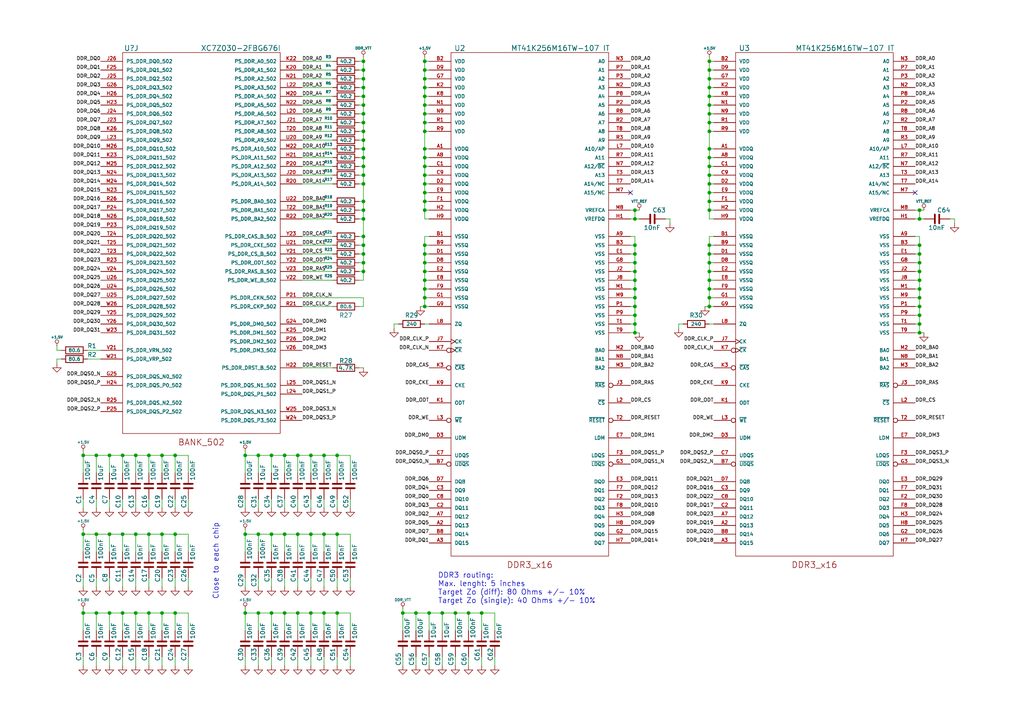
<source format=kicad_sch>
(kicad_sch (version 20250114) (generator "eeschema") (generator_version "9.0")
  (paper "A4")
  (title_block (title "CIAA-ACC DDR3 SDRAM Memories") (date "2019-08-28") (rev "V1.4") (company "COMPUTADORA INDUSTRIAL ABIERTA ARGENTINA. CIAA-ACC (HPC)") (comment 1 "Authors: See 'doc/CHANGES.txt' file.      License: See 'doc/LICENCIA_CIAA_ACC.txt' file."))
  (lib_symbols
    (symbol "CIAA_ACC:+1.5V" (power) (pin_names (offset 1.016))
      (property "Value" "+1.5V" (at 0 2.286 0))
      (symbol "+1.5V_0_0"
        (pin power_in line (at 0 0 90) (length 0) (hide yes) (name "+1.5V") (number "1"))
      )
    )
    (symbol "CIAA_ACC:C" (pin_numbers (hide yes)) (pin_names (offset 0.254))
      (property "Reference" "C" (at 0.635 2.54 0))
      (property "Value" "C" (at 0.635 -2.54 0))
      (symbol "C_1_1"
        (pin passive line (at 0 3.81 270) (length 2.794) (name "~") (number "1"))
        (pin passive line (at 0 -3.81 90) (length 2.794) (name "~") (number "2"))
      )
    )
    (symbol "CIAA_ACC:DDR_VTT" (power) (pin_names (offset 1.016))
      (property "Value" "DDR_VTT" (at 0 2.286 0))
      (symbol "DDR_VTT_0_0"
        (pin power_in line (at 0 0 90) (length 0) (hide yes) (name "DDR_VTT") (number "1"))
      )
    )
    (symbol "CIAA_ACC:GND" (power) (pin_names (offset 0))
      (property "Value" "GND" (at 0 -3.81 0))
      (symbol "GND_1_1"
        (pin power_in line (at 0 0 270) (length 0) (hide yes) (name "GND") (number "1"))
      )
    )
    (symbol "CIAA_ACC:R" (pin_numbers (hide yes)) (pin_names (offset 0))
      (property "Reference" "R" (at 2.032 0 90))
      (property "Value" "R" (at 0 0 90))
      (symbol "R_1_1"
        (pin passive line (at 0 3.81 270) (length 1.27) (name "~") (number "1"))
        (pin passive line (at 0 -3.81 90) (length 1.27) (name "~") (number "2"))
      )
    )
    (symbol "CIAA_ACC:VTT_REF" (power) (pin_names (offset 1.016))
      (property "Value" "VTT_REF" (at 0 2.286 0))
      (symbol "VTT_REF_0_0"
        (pin power_in line (at 0 0 90) (length 0) (hide yes) (name "VTT_REF") (number "1"))
      )
    )
    (symbol "DDR3_x16:DDR3_x16" (pin_names (offset 1.016))
      (property "Reference" "U" (at 0 2.54 0))
      (property "Value" "DDR3_x16" (at 0 0 0))
      (symbol "DDR3_x16_1_0"
        (text "DDR3_x16" (at 0 -83.82 0) (effects (font (size 1.778 1.778))))
      )
      (symbol "DDR3_x16_1_1"
        (pin power_in line (at -29.21 62.23 0) (length 6.35) (name "VDD") (number "B2"))
        (pin power_in line (at -29.21 59.69 0) (length 6.35) (name "VDD") (number "D9"))
        (pin power_in line (at -29.21 57.15 0) (length 6.35) (name "VDD") (number "G7"))
        (pin power_in line (at -29.21 54.61 0) (length 6.35) (name "VDD") (number "K2"))
        (pin power_in line (at -29.21 52.07 0) (length 6.35) (name "VDD") (number "K8"))
        (pin power_in line (at -29.21 49.53 0) (length 6.35) (name "VDD") (number "N1"))
        (pin power_in line (at -29.21 46.99 0) (length 6.35) (name "VDD") (number "N9"))
        (pin power_in line (at -29.21 44.45 0) (length 6.35) (name "VDD") (number "R1"))
        (pin power_in line (at -29.21 41.91 0) (length 6.35) (name "VDD") (number "R9"))
        (pin power_in line (at -29.21 36.83 0) (length 6.35) (name "VDDQ") (number "A1"))
        (pin power_in line (at -29.21 34.29 0) (length 6.35) (name "VDDQ") (number "A8"))
        (pin power_in line (at -29.21 31.75 0) (length 6.35) (name "VDDQ") (number "C1"))
        (pin power_in line (at -29.21 29.21 0) (length 6.35) (name "VDDQ") (number "C9"))
        (pin power_in line (at -29.21 26.67 0) (length 6.35) (name "VDDQ") (number "D2"))
        (pin power_in line (at -29.21 24.13 0) (length 6.35) (name "VDDQ") (number "E9"))
        (pin power_in line (at -29.21 21.59 0) (length 6.35) (name "VDDQ") (number "F1"))
        (pin power_in line (at -29.21 19.05 0) (length 6.35) (name "VDDQ") (number "H2"))
        (pin power_in line (at -29.21 16.51 0) (length 6.35) (name "VDDQ") (number "H9"))
        (pin power_in line (at -29.21 11.43 0) (length 6.35) (name "VSSQ") (number "B1"))
        (pin power_in line (at -29.21 8.89 0) (length 6.35) (name "VSSQ") (number "B9"))
        (pin power_in line (at -29.21 6.35 0) (length 6.35) (name "VSSQ") (number "D1"))
        (pin power_in line (at -29.21 3.81 0) (length 6.35) (name "VSSQ") (number "D8"))
        (pin power_in line (at -29.21 1.27 0) (length 6.35) (name "VSSQ") (number "E2"))
        (pin power_in line (at -29.21 -1.27 0) (length 6.35) (name "VSSQ") (number "E8"))
        (pin power_in line (at -29.21 -3.81 0) (length 6.35) (name "VSSQ") (number "F9"))
        (pin power_in line (at -29.21 -6.35 0) (length 6.35) (name "VSSQ") (number "G1"))
        (pin power_in line (at -29.21 -8.89 0) (length 6.35) (name "VSSQ") (number "G9"))
        (pin input line (at -29.21 -13.97 0) (length 6.35) (name "ZQ") (number "L8"))
        (pin input clock (at -29.21 -19.05 0) (length 6.35) (name "CK") (number "J7"))
        (pin input inverted_clock (at -29.21 -21.59 0) (length 6.35) (name "~{CK}") (number "K7"))
        (pin input inverted (at -29.21 -26.67 0) (length 6.35) (name "~{CAS}") (number "K3"))
        (pin input line (at -29.21 -31.75 0) (length 6.35) (name "CKE") (number "K9"))
        (pin input line (at -29.21 -36.83 0) (length 6.35) (name "ODT") (number "K1"))
        (pin input inverted (at -29.21 -41.91 0) (length 6.35) (name "~{WE}") (number "L3"))
        (pin input line (at -29.21 -46.99 0) (length 6.35) (name "UDM") (number "D3"))
        (pin bidirectional line (at -29.21 -52.07 0) (length 6.35) (name "UDQS") (number "C7"))
        (pin bidirectional inverted (at -29.21 -54.61 0) (length 6.35) (name "~{UDQS}") (number "B7"))
        (pin bidirectional line (at -29.21 -59.69 0) (length 6.35) (name "DQ8") (number "D7"))
        (pin bidirectional line (at -29.21 -62.23 0) (length 6.35) (name "DQ9") (number "C3"))
        (pin bidirectional line (at -29.21 -64.77 0) (length 6.35) (name "DQ10") (number "C8"))
        (pin bidirectional line (at -29.21 -67.31 0) (length 6.35) (name "DQ11") (number "C2"))
        (pin bidirectional line (at -29.21 -69.85 0) (length 6.35) (name "DQ12") (number "A7"))
        (pin bidirectional line (at -29.21 -72.39 0) (length 6.35) (name "DQ13") (number "A2"))
        (pin bidirectional line (at -29.21 -74.93 0) (length 6.35) (name "DQ14") (number "B8"))
        (pin bidirectional line (at -29.21 -77.47 0) (length 6.35) (name "DQ15") (number "A3"))
        (pin input line (at 29.21 62.23 180) (length 6.35) (name "A0") (number "N3"))
        (pin input line (at 29.21 59.69 180) (length 6.35) (name "A1") (number "P7"))
        (pin input line (at 29.21 57.15 180) (length 6.35) (name "A2") (number "P3"))
        (pin input line (at 29.21 54.61 180) (length 6.35) (name "A3") (number "N2"))
        (pin input line (at 29.21 52.07 180) (length 6.35) (name "A4") (number "P8"))
        (pin input line (at 29.21 49.53 180) (length 6.35) (name "A5") (number "P2"))
        (pin input line (at 29.21 46.99 180) (length 6.35) (name "A6") (number "R8"))
        (pin input line (at 29.21 44.45 180) (length 6.35) (name "A7") (number "R2"))
        (pin input line (at 29.21 41.91 180) (length 6.35) (name "A8") (number "T8"))
        (pin input line (at 29.21 39.37 180) (length 6.35) (name "A9") (number "R3"))
        (pin input line (at 29.21 36.83 180) (length 6.35) (name "A10/AP") (number "L7"))
        (pin input line (at 29.21 34.29 180) (length 6.35) (name "A11") (number "R7"))
        (pin input line (at 29.21 31.75 180) (length 6.35) (name "A12/~{BC}") (number "N7"))
        (pin input line (at 29.21 29.21 180) (length 6.35) (name "A13") (number "T3"))
        (pin input line (at 29.21 26.67 180) (length 6.35) (name "A14/NC") (number "T7"))
        (pin input line (at 29.21 24.13 180) (length 6.35) (name "A15/NC") (number "M7"))
        (pin input line (at 29.21 19.05 180) (length 6.35) (name "VREFCA") (number "M8"))
        (pin input line (at 29.21 16.51 180) (length 6.35) (name "VREFDQ") (number "H1"))
        (pin power_in line (at 29.21 11.43 180) (length 6.35) (name "VSS") (number "A9"))
        (pin power_in line (at 29.21 8.89 180) (length 6.35) (name "VSS") (number "B3"))
        (pin power_in line (at 29.21 6.35 180) (length 6.35) (name "VSS") (number "E1"))
        (pin power_in line (at 29.21 3.81 180) (length 6.35) (name "VSS") (number "G8"))
        (pin power_in line (at 29.21 1.27 180) (length 6.35) (name "VSS") (number "J2"))
        (pin power_in line (at 29.21 -1.27 180) (length 6.35) (name "VSS") (number "J8"))
        (pin power_in line (at 29.21 -3.81 180) (length 6.35) (name "VSS") (number "M1"))
        (pin power_in line (at 29.21 -6.35 180) (length 6.35) (name "VSS") (number "M9"))
        (pin power_in line (at 29.21 -8.89 180) (length 6.35) (name "VSS") (number "P1"))
        (pin power_in line (at 29.21 -11.43 180) (length 6.35) (name "VSS") (number "P9"))
        (pin power_in line (at 29.21 -13.97 180) (length 6.35) (name "VSS") (number "T1"))
        (pin power_in line (at 29.21 -16.51 180) (length 6.35) (name "VSS") (number "T9"))
        (pin input line (at 29.21 -21.59 180) (length 6.35) (name "BA0") (number "M2"))
        (pin input line (at 29.21 -24.13 180) (length 6.35) (name "BA1") (number "N8"))
        (pin input line (at 29.21 -26.67 180) (length 6.35) (name "BA2") (number "M3"))
        (pin input inverted (at 29.21 -31.75 180) (length 6.35) (name "~{RAS}") (number "J3"))
        (pin input line (at 29.21 -36.83 180) (length 6.35) (name "~{CS}") (number "L2"))
        (pin input inverted (at 29.21 -41.91 180) (length 6.35) (name "~{RESET}") (number "T2"))
        (pin input line (at 29.21 -46.99 180) (length 6.35) (name "LDM") (number "E7"))
        (pin bidirectional line (at 29.21 -52.07 180) (length 6.35) (name "LDQS") (number "F3"))
        (pin bidirectional inverted (at 29.21 -54.61 180) (length 6.35) (name "~{LDQS}") (number "G3"))
        (pin bidirectional line (at 29.21 -59.69 180) (length 6.35) (name "DQ0") (number "E3"))
        (pin bidirectional line (at 29.21 -62.23 180) (length 6.35) (name "DQ1") (number "F7"))
        (pin bidirectional line (at 29.21 -64.77 180) (length 6.35) (name "DQ2") (number "F2"))
        (pin bidirectional line (at 29.21 -67.31 180) (length 6.35) (name "DQ3") (number "F8"))
        (pin bidirectional line (at 29.21 -69.85 180) (length 6.35) (name "DQ4") (number "H3"))
        (pin bidirectional line (at 29.21 -72.39 180) (length 6.35) (name "DQ5") (number "H8"))
        (pin bidirectional line (at 29.21 -74.93 180) (length 6.35) (name "DQ6") (number "G2"))
        (pin bidirectional line (at 29.21 -77.47 180) (length 6.35) (name "DQ7") (number "H7"))
      )
    )
    (symbol "XC7Z030_FBG676:XC7Z030_FBG676" (pin_names (offset 1.016))
      (property "Reference" "U" (at 0 2.54 0))
      (property "Value" "XC7Z030_FBG676" (at 0 0 0))
      (symbol "XC7Z030_FBG676_1_0"
        (text "BANK_0" (at 0 -38.1 0) (effects (font (size 1.778 1.778))))
      )
      (symbol "XC7Z030_FBG676_1_1"
        (pin bidirectional line (at -29.21 13.97 0) (length 6.35) (name "INIT_B_0") (number "R8"))
        (pin input line (at -29.21 11.43 0) (length 6.35) (name "PROGRAM_B_0") (number "V9"))
        (pin input line (at 29.21 13.97 180) (length 6.35) (name "CFGBVS_0") (number "T7"))
        (pin bidirectional line (at 29.21 11.43 180) (length 6.35) (name "DONE_0") (number "W9"))
        (pin input line (at 29.21 8.89 180) (length 6.35) (name "DXN_0") (number "R13"))
        (pin input line (at 29.21 6.35 180) (length 6.35) (name "DXP_0") (number "R14"))
        (pin power_in line (at 29.21 3.81 180) (length 6.35) (name "GNDADC_0") (number "M13"))
        (pin power_in line (at 29.21 1.27 180) (length 6.35) (name "RSVDGND") (number "V13"))
        (pin power_in line (at 29.21 -1.27 180) (length 6.35) (name "RSVDVCC1") (number "W8"))
        (pin power_in line (at 29.21 -3.81 180) (length 6.35) (name "RSVDVCC2") (number "V8"))
        (pin power_in line (at 29.21 -6.35 180) (length 6.35) (name "RSVDVCC3") (number "U8"))
        (pin input line (at 29.21 -8.89 180) (length 6.35) (name "TCK_0") (number "W12"))
        (pin input line (at 29.21 -11.43 180) (length 6.35) (name "TDI_0") (number "V11"))
        (pin output line (at 29.21 -13.97 180) (length 6.35) (name "TDO_0") (number "W10"))
        (pin input line (at 29.21 -16.51 180) (length 6.35) (name "TMS_0") (number "W11"))
        (pin power_in line (at 29.21 -19.05 180) (length 6.35) (name "VCCADC_0") (number "M14"))
        (pin power_in line (at 29.21 -21.59 180) (length 6.35) (name "VCCBATT_0") (number "V15"))
        (pin input line (at 29.21 -24.13 180) (length 6.35) (name "VN_0") (number "P13"))
        (pin input line (at 29.21 -26.67 180) (length 6.35) (name "VP_0") (number "N14"))
        (pin input line (at 29.21 -29.21 180) (length 6.35) (name "VREFN_0") (number "N13"))
        (pin input line (at 29.21 -31.75 180) (length 6.35) (name "VREFP_0") (number "P14"))
      )
      (symbol "XC7Z030_FBG676_2_0"
        (text "BANK_12" (at 0 -36.83 0) (effects (font (size 1.778 1.778))))
      )
      (symbol "XC7Z030_FBG676_2_1"
        (pin bidirectional line (at -29.21 33.02 0) (length 6.35) (name "IO_L12N_T1_MRCC_12") (number "AD13"))
        (pin bidirectional line (at -29.21 30.48 0) (length 6.35) (name "IO_L12P_T1_MRCC_12") (number "AC13"))
        (pin bidirectional line (at -29.21 27.94 0) (length 6.35) (name "IO_L13N_T2_MRCC_12") (number "AD14"))
        (pin bidirectional line (at -29.21 25.4 0) (length 6.35) (name "IO_L13P_T2_MRCC_12") (number "AC14"))
        (pin bidirectional line (at -29.21 22.86 0) (length 6.35) (name "IO_L14N_T2_SRCC_12") (number "AB14"))
        (pin bidirectional line (at -29.21 20.32 0) (length 6.35) (name "IO_L14P_T2_SRCC_12") (number "AB15"))
        (pin bidirectional line (at -29.21 17.78 0) (length 6.35) (name "IO_L15N_T2_DQS_12") (number "AD15"))
        (pin bidirectional line (at -29.21 15.24 0) (length 6.35) (name "IO_L15P_T2_DQS_12") (number "AD16"))
        (pin bidirectional line (at -29.21 12.7 0) (length 6.35) (name "IO_L16N_T2_12") (number "AF14"))
        (pin bidirectional line (at -29.21 10.16 0) (length 6.35) (name "IO_L16P_T2_12") (number "AF15"))
        (pin bidirectional line (at -29.21 7.62 0) (length 6.35) (name "IO_L17N_T2_12") (number "AE15"))
        (pin bidirectional line (at -29.21 5.08 0) (length 6.35) (name "IO_L17P_T2_12") (number "AE16"))
        (pin bidirectional line (at -29.21 2.54 0) (length 6.35) (name "IO_L18N_T2_12") (number "AF17"))
        (pin bidirectional line (at -29.21 0 0) (length 6.35) (name "IO_L18P_T2_12") (number "AE17"))
        (pin bidirectional line (at -29.21 -2.54 0) (length 6.35) (name "IO_L19N_T3_VREF_12") (number "AA17"))
        (pin bidirectional line (at -29.21 -5.08 0) (length 6.35) (name "IO_L19P_T3_12") (number "Y17"))
        (pin bidirectional line (at -29.21 -7.62 0) (length 6.35) (name "IO_L20N_T3_12") (number "AB16"))
        (pin bidirectional line (at -29.21 -10.16 0) (length 6.35) (name "IO_L20P_T3_12") (number "AB17"))
        (pin bidirectional line (at -29.21 -12.7 0) (length 6.35) (name "IO_L21N_T3_DQS_12") (number "AC16"))
        (pin bidirectional line (at -29.21 -15.24 0) (length 6.35) (name "IO_L21P_T3_DQS_12") (number "AC17"))
        (pin bidirectional line (at -29.21 -17.78 0) (length 6.35) (name "IO_L22N_T3_12") (number "AA14"))
        (pin bidirectional line (at -29.21 -20.32 0) (length 6.35) (name "IO_L22P_T3_12") (number "AA15"))
        (pin bidirectional line (at -29.21 -22.86 0) (length 6.35) (name "IO_L23N_T3_12") (number "Y15"))
        (pin bidirectional line (at -29.21 -25.4 0) (length 6.35) (name "IO_L23P_T3_12") (number "Y16"))
        (pin bidirectional line (at -29.21 -27.94 0) (length 6.35) (name "IO_L24N_T3_12") (number "W15"))
        (pin bidirectional line (at -29.21 -30.48 0) (length 6.35) (name "IO_L24P_T3_12") (number "W16"))
        (pin bidirectional line (at 29.21 33.02 180) (length 6.35) (name "IO_0_12") (number "W14"))
        (pin bidirectional line (at 29.21 30.48 180) (length 6.35) (name "IO_25_12") (number "W17"))
        (pin bidirectional line (at 29.21 27.94 180) (length 6.35) (name "IO_L1N_T0_12") (number "Y11"))
        (pin bidirectional line (at 29.21 25.4 180) (length 6.35) (name "IO_L1P_T0_12") (number "Y12"))
        (pin bidirectional line (at 29.21 22.86 180) (length 6.35) (name "IO_L2N_T0_12") (number "AC11"))
        (pin bidirectional line (at 29.21 20.32 180) (length 6.35) (name "IO_L2P_T0_12") (number "AB12"))
        (pin bidirectional line (at 29.21 17.78 180) (length 6.35) (name "IO_L3N_T0_DQS_12") (number "AA10"))
        (pin bidirectional line (at 29.21 15.24 180) (length 6.35) (name "IO_L3P_T0_DQS_12") (number "Y10"))
        (pin bidirectional line (at 29.21 12.7 180) (length 6.35) (name "IO_L4N_T0_12") (number "AB10"))
        (pin bidirectional line (at 29.21 10.16 180) (length 6.35) (name "IO_L4P_T0_12") (number "AB11"))
        (pin bidirectional line (at 29.21 7.62 180) (length 6.35) (name "IO_L5N_T0_12") (number "Y13"))
        (pin bidirectional line (at 29.21 5.08 180) (length 6.35) (name "IO_L5P_T0_12") (number "W13"))
        (pin bidirectional line (at 29.21 2.54 180) (length 6.35) (name "IO_L6N_T0_VREF_12") (number "AA12"))
        (pin bidirectional line (at 29.21 0 180) (length 6.35) (name "IO_L6P_T0_12") (number "AA13"))
        (pin bidirectional line (at 29.21 -2.54 180) (length 6.35) (name "IO_L7N_T1_12") (number "AD10"))
        (pin bidirectional line (at 29.21 -5.08 180) (length 6.35) (name "IO_L7P_T1_12") (number "AE10"))
        (pin bidirectional line (at 29.21 -7.62 180) (length 6.35) (name "IO_L8N_T1_12") (number "AF12"))
        (pin bidirectional line (at 29.21 -10.16 180) (length 6.35) (name "IO_L8P_T1_12") (number "AE12"))
        (pin bidirectional line (at 29.21 -12.7 180) (length 6.35) (name "IO_L9N_T1_DQS_12") (number "AF10"))
        (pin bidirectional line (at 29.21 -15.24 180) (length 6.35) (name "IO_L9P_T1_DQS_12") (number "AE11"))
        (pin bidirectional line (at 29.21 -17.78 180) (length 6.35) (name "IO_L10N_T1_12") (number "AF13"))
        (pin bidirectional line (at 29.21 -20.32 180) (length 6.35) (name "IO_L10P_T1_12") (number "AE13"))
        (pin bidirectional line (at 29.21 -22.86 180) (length 6.35) (name "IO_L11N_T1_SRCC_12") (number "AD11"))
        (pin bidirectional line (at 29.21 -25.4 180) (length 6.35) (name "IO_L11P_T1_SRCC_12") (number "AC12"))
      )
      (symbol "XC7Z030_FBG676_3_0"
        (text "BANK_13" (at 0 -36.83 0) (effects (font (size 1.778 1.778))))
      )
      (symbol "XC7Z030_FBG676_3_1"
        (pin bidirectional line (at -29.21 33.02 0) (length 6.35) (name "IO_L12N_T1_MRCC_13") (number "AC24"))
        (pin bidirectional line (at -29.21 30.48 0) (length 6.35) (name "IO_L12P_T1_MRCC_13") (number "AC23"))
        (pin bidirectional line (at -29.21 27.94 0) (length 6.35) (name "IO_L13N_T2_MRCC_13") (number "AD21"))
        (pin bidirectional line (at -29.21 25.4 0) (length 6.35) (name "IO_L13P_T2_MRCC_13") (number "AD20"))
        (pin bidirectional line (at -29.21 22.86 0) (length 6.35) (name "IO_L14N_T2_SRCC_13") (number "AC22"))
        (pin bidirectional line (at -29.21 20.32 0) (length 6.35) (name "IO_L14P_T2_SRCC_13") (number "AC21"))
        (pin bidirectional line (at -29.21 17.78 0) (length 6.35) (name "IO_L15N_T2_DQS_13") (number "AF20"))
        (pin bidirectional line (at -29.21 15.24 0) (length 6.35) (name "IO_L15P_T2_DQS_13") (number "AF19"))
        (pin bidirectional line (at -29.21 12.7 0) (length 6.35) (name "IO_L16N_T2_13") (number "AE21"))
        (pin bidirectional line (at -29.21 10.16 0) (length 6.35) (name "IO_L16P_T2_13") (number "AE20"))
        (pin bidirectional line (at -29.21 7.62 0) (length 6.35) (name "IO_L17N_T2_13") (number "AD19"))
        (pin bidirectional line (at -29.21 5.08 0) (length 6.35) (name "IO_L17P_T2_13") (number "AD18"))
        (pin bidirectional line (at -29.21 2.54 0) (length 6.35) (name "IO_L18N_T2_13") (number "AF18"))
        (pin bidirectional line (at -29.21 0 0) (length 6.35) (name "IO_L18P_T2_13") (number "AE18"))
        (pin bidirectional line (at -29.21 -2.54 0) (length 6.35) (name "IO_L19N_T3_VREF_13") (number "Y20"))
        (pin bidirectional line (at -29.21 -5.08 0) (length 6.35) (name "IO_L19P_T3_13") (number "W20"))
        (pin bidirectional line (at -29.21 -7.62 0) (length 6.35) (name "IO_L20N_T3_13") (number "AB20"))
        (pin bidirectional line (at -29.21 -10.16 0) (length 6.35) (name "IO_L20P_T3_13") (number "AA20"))
        (pin bidirectional line (at -29.21 -12.7 0) (length 6.35) (name "IO_L21N_T3_DQS_13") (number "AC19"))
        (pin bidirectional line (at -29.21 -15.24 0) (length 6.35) (name "IO_L21P_T3_DQS_13") (number "AC18"))
        (pin bidirectional line (at -29.21 -17.78 0) (length 6.35) (name "IO_L22N_T3_13") (number "AB19"))
        (pin bidirectional line (at -29.21 -20.32 0) (length 6.35) (name "IO_L22P_T3_13") (number "AA19"))
        (pin bidirectional line (at -29.21 -22.86 0) (length 6.35) (name "IO_L23N_T3_13") (number "W19"))
        (pin bidirectional line (at -29.21 -25.4 0) (length 6.35) (name "IO_L23P_T3_13") (number "W18"))
        (pin bidirectional line (at -29.21 -27.94 0) (length 6.35) (name "IO_L24N_T3_13") (number "AA18"))
        (pin bidirectional line (at -29.21 -30.48 0) (length 6.35) (name "IO_L24P_T3_13") (number "Y18"))
        (pin bidirectional line (at 29.21 33.02 180) (length 6.35) (name "IO_0_13") (number "V19"))
        (pin bidirectional line (at 29.21 30.48 180) (length 6.35) (name "IO_25_13") (number "V18"))
        (pin bidirectional line (at 29.21 27.94 180) (length 6.35) (name "IO_L1N_T0_13") (number "AB25"))
        (pin bidirectional line (at 29.21 25.4 180) (length 6.35) (name "IO_L1P_T0_13") (number "AA25"))
        (pin bidirectional line (at 29.21 22.86 180) (length 6.35) (name "IO_L2N_T0_13") (number "AC26"))
        (pin bidirectional line (at 29.21 20.32 180) (length 6.35) (name "IO_L2P_T0_13") (number "AB26"))
        (pin bidirectional line (at 29.21 17.78 180) (length 6.35) (name "IO_L3N_T0_DQS_13") (number "AE26"))
        (pin bidirectional line (at 29.21 15.24 180) (length 6.35) (name "IO_L3P_T0_DQS_13") (number "AE25"))
        (pin bidirectional line (at 29.21 12.7 180) (length 6.35) (name "IO_L4N_T0_13") (number "AD26"))
        (pin bidirectional line (at 29.21 10.16 180) (length 6.35) (name "IO_L4P_T0_13") (number "AD25"))
        (pin bidirectional line (at 29.21 7.62 180) (length 6.35) (name "IO_L5N_T0_13") (number "AF25"))
        (pin bidirectional line (at 29.21 5.08 180) (length 6.35) (name "IO_L5P_T0_13") (number "AF24"))
        (pin bidirectional line (at 29.21 2.54 180) (length 6.35) (name "IO_L6N_T0_VREF_13") (number "AB24"))
        (pin bidirectional line (at 29.21 0 180) (length 6.35) (name "IO_L6P_T0_13") (number "AA24"))
        (pin bidirectional line (at 29.21 -2.54 180) (length 6.35) (name "IO_L7N_T1_13") (number "AF22"))
        (pin bidirectional line (at 29.21 -5.08 180) (length 6.35) (name "IO_L7P_T1_13") (number "AE22"))
        (pin bidirectional line (at 29.21 -7.62 180) (length 6.35) (name "IO_L8N_T1_13") (number "AF23"))
        (pin bidirectional line (at 29.21 -10.16 180) (length 6.35) (name "IO_L8P_T1_13") (number "AE23"))
        (pin bidirectional line (at 29.21 -12.7 180) (length 6.35) (name "IO_L9N_T1_DQS_13") (number "AB22"))
        (pin bidirectional line (at 29.21 -15.24 180) (length 6.35) (name "IO_L9P_T1_DQS_13") (number "AB21"))
        (pin bidirectional line (at 29.21 -17.78 180) (length 6.35) (name "IO_L10N_T1_13") (number "AA23"))
        (pin bidirectional line (at 29.21 -20.32 180) (length 6.35) (name "IO_L10P_T1_13") (number "AA22"))
        (pin bidirectional line (at 29.21 -22.86 180) (length 6.35) (name "IO_L11N_T1_SRCC_13") (number "AD24"))
        (pin bidirectional line (at 29.21 -25.4 180) (length 6.35) (name "IO_L11P_T1_SRCC_13") (number "AD23"))
      )
      (symbol "XC7Z030_FBG676_4_0"
        (text "BANK_33" (at 0 -36.83 0) (effects (font (size 1.778 1.778))))
      )
      (symbol "XC7Z030_FBG676_4_1"
        (pin bidirectional line (at -29.21 33.02 0) (length 6.35) (name "IO_L12N_T1_MRCC_33") (number "J3"))
        (pin bidirectional line (at -29.21 30.48 0) (length 6.35) (name "IO_L12P_T1_MRCC_33") (number "J4"))
        (pin bidirectional line (at -29.21 27.94 0) (length 6.35) (name "IO_L13N_T2_MRCC_33") (number "M5"))
        (pin bidirectional line (at -29.21 25.4 0) (length 6.35) (name "IO_L13P_T2_MRCC_33") (number "M6"))
        (pin bidirectional line (at -29.21 22.86 0) (length 6.35) (name "IO_L14N_T2_SRCC_33") (number "L4"))
        (pin bidirectional line (at -29.21 20.32 0) (length 6.35) (name "IO_L14P_T2_SRCC_33") (number "L5"))
        (pin bidirectional line (at -29.21 17.78 0) (length 6.35) (name "IO_L15N_T2_DQS_33") (number "N2"))
        (pin bidirectional line (at -29.21 15.24 0) (length 6.35) (name "IO_L15P_T2_DQS_33") (number "N3"))
        (pin bidirectional line (at -29.21 12.7 0) (length 6.35) (name "IO_L16N_T2_33") (number "L2"))
        (pin bidirectional line (at -29.21 10.16 0) (length 6.35) (name "IO_L16P_T2_33") (number "M2"))
        (pin bidirectional line (at -29.21 7.62 0) (length 6.35) (name "IO_L17N_T2_33") (number "M4"))
        (pin bidirectional line (at -29.21 5.08 0) (length 6.35) (name "IO_L17P_T2_33") (number "N4"))
        (pin bidirectional line (at -29.21 2.54 0) (length 6.35) (name "IO_L18N_T2_33") (number "M1"))
        (pin bidirectional line (at -29.21 0 0) (length 6.35) (name "IO_L18P_T2_33") (number "N1"))
        (pin bidirectional line (at -29.21 -2.54 0) (length 6.35) (name "IO_L19N_T3_VREF_33") (number "L7"))
        (pin bidirectional line (at -29.21 -5.08 0) (length 6.35) (name "IO_L19P_T3_33") (number "M7"))
        (pin bidirectional line (at -29.21 -7.62 0) (length 6.35) (name "IO_L20N_T3_33") (number "J5"))
        (pin bidirectional line (at -29.21 -10.16 0) (length 6.35) (name "IO_L20P_T3_33") (number "K5"))
        (pin bidirectional line (at -29.21 -12.7 0) (length 6.35) (name "IO_L21N_T3_DQS_33") (number "L8"))
        (pin bidirectional line (at -29.21 -15.24 0) (length 6.35) (name "IO_L21P_T3_DQS_33") (number "M8"))
        (pin bidirectional line (at -29.21 -17.78 0) (length 6.35) (name "IO_L22N_T3_33") (number "J6"))
        (pin bidirectional line (at -29.21 -20.32 0) (length 6.35) (name "IO_L22P_T3_33") (number "K6"))
        (pin bidirectional line (at -29.21 -22.86 0) (length 6.35) (name "IO_L23N_T3_33") (number "N6"))
        (pin bidirectional line (at -29.21 -25.4 0) (length 6.35) (name "IO_L23P_T3_33") (number "N7"))
        (pin bidirectional line (at -29.21 -27.94 0) (length 6.35) (name "IO_L24N_T3_33") (number "K7"))
        (pin bidirectional line (at -29.21 -30.48 0) (length 6.35) (name "IO_L24P_T3_33") (number "K8"))
        (pin bidirectional line (at 29.21 33.02 180) (length 6.35) (name "IO_0_VRN_33") (number "L9"))
        (pin bidirectional line (at 29.21 30.48 180) (length 6.35) (name "IO_25_VRP_33") (number "N8"))
        (pin bidirectional line (at 29.21 27.94 180) (length 6.35) (name "IO_L1N_T0_33") (number "F4"))
        (pin bidirectional line (at 29.21 25.4 180) (length 6.35) (name "IO_L1P_T0_33") (number "G4"))
        (pin bidirectional line (at 29.21 22.86 180) (length 6.35) (name "IO_L2N_T0_33") (number "D3"))
        (pin bidirectional line (at 29.21 20.32 180) (length 6.35) (name "IO_L2P_T0_33") (number "D4"))
        (pin bidirectional line (at 29.21 17.78 180) (length 6.35) (name "IO_L3N_T0_DQS_33") (number "F2"))
        (pin bidirectional line (at 29.21 15.24 180) (length 6.35) (name "IO_L3P_T0_DQS_33") (number "G2"))
        (pin bidirectional line (at 29.21 12.7 180) (length 6.35) (name "IO_L4N_T0_33") (number "C1"))
        (pin bidirectional line (at 29.21 10.16 180) (length 6.35) (name "IO_L4P_T0_33") (number "D1"))
        (pin bidirectional line (at 29.21 7.62 180) (length 6.35) (name "IO_L5N_T0_33") (number "E1"))
        (pin bidirectional line (at 29.21 5.08 180) (length 6.35) (name "IO_L5P_T0_33") (number "E2"))
        (pin bidirectional line (at 29.21 2.54 180) (length 6.35) (name "IO_L6N_T0_VREF_33") (number "E3"))
        (pin bidirectional line (at 29.21 0 180) (length 6.35) (name "IO_L6P_T0_33") (number "F3"))
        (pin bidirectional line (at 29.21 -2.54 180) (length 6.35) (name "IO_L7N_T1_33") (number "H1"))
        (pin bidirectional line (at 29.21 -5.08 180) (length 6.35) (name "IO_L7P_T1_33") (number "J1"))
        (pin bidirectional line (at 29.21 -7.62 180) (length 6.35) (name "IO_L8N_T1_33") (number "H3"))
        (pin bidirectional line (at 29.21 -10.16 180) (length 6.35) (name "IO_L8P_T1_33") (number "H4"))
        (pin bidirectional line (at 29.21 -12.7 180) (length 6.35) (name "IO_L9N_T1_DQS_33") (number "K1"))
        (pin bidirectional line (at 29.21 -15.24 180) (length 6.35) (name "IO_L9P_T1_DQS_33") (number "K2"))
        (pin bidirectional line (at 29.21 -17.78 180) (length 6.35) (name "IO_L10N_T1_33") (number "G1"))
        (pin bidirectional line (at 29.21 -20.32 180) (length 6.35) (name "IO_L10P_T1_33") (number "H2"))
        (pin bidirectional line (at 29.21 -22.86 180) (length 6.35) (name "IO_L11N_T1_SRCC_33") (number "K3"))
        (pin bidirectional line (at 29.21 -25.4 180) (length 6.35) (name "IO_L11P_T1_SRCC_33") (number "L3"))
      )
      (symbol "XC7Z030_FBG676_5_0"
        (text "BANK_34" (at 0 -39.37 0) (effects (font (size 1.778 1.778))))
      )
      (symbol "XC7Z030_FBG676_5_1"
        (pin bidirectional line (at -29.21 33.02 0) (length 6.35) (name "IO_L3P_T0_DQS_PUDC_B_34") (number "H9"))
        (pin bidirectional line (at -29.21 30.48 0) (length 6.35) (name "IO_L12N_T1_MRCC_34") (number "F7"))
        (pin bidirectional line (at -29.21 27.94 0) (length 6.35) (name "IO_L12P_T1_MRCC_34") (number "G7"))
        (pin bidirectional line (at -29.21 25.4 0) (length 6.35) (name "IO_L13N_T2_MRCC_34") (number "C7"))
        (pin bidirectional line (at -29.21 22.86 0) (length 6.35) (name "IO_L13P_T2_MRCC_34") (number "C8"))
        (pin bidirectional line (at -29.21 20.32 0) (length 6.35) (name "IO_L14N_T2_SRCC_34") (number "C6"))
        (pin bidirectional line (at -29.21 17.78 0) (length 6.35) (name "IO_L14P_T2_SRCC_34") (number "D6"))
        (pin bidirectional line (at -29.21 15.24 0) (length 6.35) (name "IO_L15N_T2_DQS_34") (number "B9"))
        (pin bidirectional line (at -29.21 12.7 0) (length 6.35) (name "IO_L15P_T2_DQS_34") (number "C9"))
        (pin bidirectional line (at -29.21 10.16 0) (length 6.35) (name "IO_L16N_T2_34") (number "A10"))
        (pin bidirectional line (at -29.21 7.62 0) (length 6.35) (name "IO_L16P_T2_34") (number "B10"))
        (pin bidirectional line (at -29.21 5.08 0) (length 6.35) (name "IO_L17N_T2_34") (number "A8"))
        (pin bidirectional line (at -29.21 2.54 0) (length 6.35) (name "IO_L17P_T2_34") (number "A9"))
        (pin bidirectional line (at -29.21 0 0) (length 6.35) (name "IO_L18N_T2_34") (number "A7"))
        (pin bidirectional line (at -29.21 -2.54 0) (length 6.35) (name "IO_L18P_T2_34") (number "B7"))
        (pin bidirectional line (at -29.21 -5.08 0) (length 6.35) (name "IO_L19N_T3_VREF_34") (number "C3"))
        (pin bidirectional line (at -29.21 -7.62 0) (length 6.35) (name "IO_L19P_T3_34") (number "C4"))
        (pin bidirectional line (at -29.21 -10.16 0) (length 6.35) (name "IO_L20N_T3_34") (number "B4"))
        (pin bidirectional line (at -29.21 -12.7 0) (length 6.35) (name "IO_L20P_T3_34") (number "B5"))
        (pin bidirectional line (at -29.21 -15.24 0) (length 6.35) (name "IO_L21N_T3_DQS_34") (number "A5"))
        (pin bidirectional line (at -29.21 -17.78 0) (length 6.35) (name "IO_L21P_T3_DQS_34") (number "B6"))
        (pin bidirectional line (at -29.21 -20.32 0) (length 6.35) (name "IO_L22N_T3_34") (number "A3"))
        (pin bidirectional line (at -29.21 -22.86 0) (length 6.35) (name "IO_L22P_T3_34") (number "A4"))
        (pin bidirectional line (at -29.21 -25.4 0) (length 6.35) (name "IO_L23N_T3_34") (number "B1"))
        (pin bidirectional line (at -29.21 -27.94 0) (length 6.35) (name "IO_L23P_T3_34") (number "C2"))
        (pin bidirectional line (at -29.21 -30.48 0) (length 6.35) (name "IO_L24N_T3_34") (number "A2"))
        (pin bidirectional line (at -29.21 -33.02 0) (length 6.35) (name "IO_L24P_T3_34") (number "B2"))
        (pin bidirectional line (at 29.21 33.02 180) (length 6.35) (name "IO_0_VRN_34") (number "K11"))
        (pin bidirectional line (at 29.21 30.48 180) (length 6.35) (name "IO_25_VRP_34") (number "K10"))
        (pin bidirectional line (at 29.21 27.94 180) (length 6.35) (name "IO_L1N_T0_34") (number "H11"))
        (pin bidirectional line (at 29.21 25.4 180) (length 6.35) (name "IO_L1P_T0_34") (number "J11"))
        (pin bidirectional line (at 29.21 22.86 180) (length 6.35) (name "IO_L2N_T0_34") (number "G5"))
        (pin bidirectional line (at 29.21 20.32 180) (length 6.35) (name "IO_L2P_T0_34") (number "G6"))
        (pin bidirectional line (at 29.21 17.78 180) (length 6.35) (name "IO_L3N_T0_DQS_34") (number "G9"))
        (pin bidirectional line (at 29.21 15.24 180) (length 6.35) (name "IO_L4N_T0_34") (number "H6"))
        (pin bidirectional line (at 29.21 12.7 180) (length 6.35) (name "IO_L4P_T0_34") (number "H7"))
        (pin bidirectional line (at 29.21 10.16 180) (length 6.35) (name "IO_L5N_T0_34") (number "J9"))
        (pin bidirectional line (at 29.21 7.62 180) (length 6.35) (name "IO_L5P_T0_34") (number "J10"))
        (pin bidirectional line (at 29.21 5.08 180) (length 6.35) (name "IO_L6N_T0_VREF_34") (number "H8"))
        (pin bidirectional line (at 29.21 2.54 180) (length 6.35) (name "IO_L6P_T0_34") (number "J8"))
        (pin bidirectional line (at 29.21 0 180) (length 6.35) (name "IO_L7N_T1_34") (number "E5"))
        (pin bidirectional line (at 29.21 -2.54 180) (length 6.35) (name "IO_L7P_T1_34") (number "F5"))
        (pin bidirectional line (at 29.21 -5.08 180) (length 6.35) (name "IO_L8N_T1_34") (number "D8"))
        (pin bidirectional line (at 29.21 -7.62 180) (length 6.35) (name "IO_L8P_T1_34") (number "D9"))
        (pin bidirectional line (at 29.21 -10.16 180) (length 6.35) (name "IO_L9N_T1_DQS_34") (number "E8"))
        (pin bidirectional line (at 29.21 -12.7 180) (length 6.35) (name "IO_L9P_T1_DQS_34") (number "F9"))
        (pin bidirectional line (at 29.21 -15.24 180) (length 6.35) (name "IO_L10N_T1_34") (number "D5"))
        (pin bidirectional line (at 29.21 -17.78 180) (length 6.35) (name "IO_L10P_T1_34") (number "E6"))
        (pin bidirectional line (at 29.21 -20.32 180) (length 6.35) (name "IO_L11N_T1_SRCC_34") (number "E7"))
        (pin bidirectional line (at 29.21 -22.86 180) (length 6.35) (name "IO_L11P_T1_SRCC_34") (number "F8"))
      )
      (symbol "XC7Z030_FBG676_6_0"
        (text "BANK_35" (at 0 -36.83 0) (effects (font (size 1.778 1.778))))
      )
      (symbol "XC7Z030_FBG676_6_1"
        (pin bidirectional line (at -29.21 33.02 0) (length 6.35) (name "IO_L12N_T1_MRCC_35") (number "H14"))
        (pin bidirectional line (at -29.21 30.48 0) (length 6.35) (name "IO_L12P_T1_MRCC_35") (number "J14"))
        (pin bidirectional line (at -29.21 27.94 0) (length 6.35) (name "IO_L13N_T2_MRCC_35") (number "D14"))
        (pin bidirectional line (at -29.21 25.4 0) (length 6.35) (name "IO_L13P_T2_MRCC_35") (number "D15"))
        (pin bidirectional line (at -29.21 22.86 0) (length 6.35) (name "IO_L14N_T2_AD4N_SRCC_35") (number "E15"))
        (pin bidirectional line (at -29.21 20.32 0) (length 6.35) (name "IO_L14P_T2_AD4P_SRCC_35") (number "F15"))
        (pin bidirectional line (at -29.21 17.78 0) (length 6.35) (name "IO_L15N_T2_DQS_AD12N_35") (number "C16"))
        (pin bidirectional line (at -29.21 15.24 0) (length 6.35) (name "IO_L15P_T2_DQS_AD12P_35") (number "C17"))
        (pin bidirectional line (at -29.21 12.7 0) (length 6.35) (name "IO_L16N_T2_35") (number "D16"))
        (pin bidirectional line (at -29.21 10.16 0) (length 6.35) (name "IO_L16P_T2_35") (number "E16"))
        (pin bidirectional line (at -29.21 7.62 0) (length 6.35) (name "IO_L17N_T2_AD5N_35") (number "B15"))
        (pin bidirectional line (at -29.21 5.08 0) (length 6.35) (name "IO_L17P_T2_AD5P_35") (number "B16"))
        (pin bidirectional line (at -29.21 2.54 0) (length 6.35) (name "IO_L18N_T2_AD13N_35") (number "A17"))
        (pin bidirectional line (at -29.21 0 0) (length 6.35) (name "IO_L18P_T2_AD13P_35") (number "B17"))
        (pin bidirectional line (at -29.21 -2.54 0) (length 6.35) (name "IO_L19N_T3_VREF_35") (number "C13"))
        (pin bidirectional line (at -29.21 -5.08 0) (length 6.35) (name "IO_L19P_T3_35") (number "D13"))
        (pin bidirectional line (at -29.21 -7.62 0) (length 6.35) (name "IO_L20N_T3_AD6N_35") (number "B14"))
        (pin bidirectional line (at -29.21 -10.16 0) (length 6.35) (name "IO_L20P_T3_AD6P_35") (number "C14"))
        (pin bidirectional line (at -29.21 -12.7 0) (length 6.35) (name "IO_L21N_T3_DQS_AD14N_35") (number "A14"))
        (pin bidirectional line (at -29.21 -15.24 0) (length 6.35) (name "IO_L21P_T3_DQS_AD14P_35") (number "A15"))
        (pin bidirectional line (at -29.21 -17.78 0) (length 6.35) (name "IO_L22N_T3_AD7N_35") (number "B12"))
        (pin bidirectional line (at -29.21 -20.32 0) (length 6.35) (name "IO_L22P_T3_AD7P_35") (number "C12"))
        (pin bidirectional line (at -29.21 -22.86 0) (length 6.35) (name "IO_L23N_T3_35") (number "B11"))
        (pin bidirectional line (at -29.21 -25.4 0) (length 6.35) (name "IO_L23P_T3_35") (number "C11"))
        (pin bidirectional line (at -29.21 -27.94 0) (length 6.35) (name "IO_L24N_T3_AD15N_35") (number "A12"))
        (pin bidirectional line (at -29.21 -30.48 0) (length 6.35) (name "IO_L24P_T3_AD15P_35") (number "A13"))
        (pin bidirectional line (at 29.21 33.02 180) (length 6.35) (name "IO_0_VRN_35") (number "H16"))
        (pin bidirectional line (at 29.21 30.48 180) (length 6.35) (name "IO_25_VRP_35") (number "K12"))
        (pin bidirectional line (at 29.21 27.94 180) (length 6.35) (name "IO_L1N_T0_AD0N_35") (number "E12"))
        (pin bidirectional line (at 29.21 25.4 180) (length 6.35) (name "IO_L1P_T0_AD0P_35") (number "F12"))
        (pin bidirectional line (at 29.21 22.86 180) (length 6.35) (name "IO_L2N_T0_AD8N_35") (number "D10"))
        (pin bidirectional line (at 29.21 20.32 180) (length 6.35) (name "IO_L2P_T0_AD8P_35") (number "E10"))
        (pin bidirectional line (at 29.21 17.78 180) (length 6.35) (name "IO_L3N_T0_DQS_AD1N_35") (number "F10"))
        (pin bidirectional line (at 29.21 15.24 180) (length 6.35) (name "IO_L3P_T0_DQS_AD1P_35") (number "G10"))
        (pin bidirectional line (at 29.21 12.7 180) (length 6.35) (name "IO_L4N_T0_35") (number "D11"))
        (pin bidirectional line (at 29.21 10.16 180) (length 6.35) (name "IO_L4P_T0_35") (number "E11"))
        (pin bidirectional line (at 29.21 7.62 180) (length 6.35) (name "IO_L5N_T0_AD9N_35") (number "G11"))
        (pin bidirectional line (at 29.21 5.08 180) (length 6.35) (name "IO_L5P_T0_AD9P_35") (number "G12"))
        (pin bidirectional line (at 29.21 2.54 180) (length 6.35) (name "IO_L6N_T0_VREF_35") (number "E13"))
        (pin bidirectional line (at 29.21 0 180) (length 6.35) (name "IO_L6P_T0_35") (number "F13"))
        (pin bidirectional line (at 29.21 -2.54 180) (length 6.35) (name "IO_L7N_T1_AD2N_35") (number "H12"))
        (pin bidirectional line (at 29.21 -5.08 180) (length 6.35) (name "IO_L7P_T1_AD2P_35") (number "H13"))
        (pin bidirectional line (at 29.21 -7.62 180) (length 6.35) (name "IO_L8N_T1_AD10N_35") (number "J13"))
        (pin bidirectional line (at 29.21 -10.16 180) (length 6.35) (name "IO_L8P_T1_AD10P_35") (number "K13"))
        (pin bidirectional line (at 29.21 -12.7 180) (length 6.35) (name "IO_L9N_T1_DQS_AD3N_35") (number "J15"))
        (pin bidirectional line (at 29.21 -15.24 180) (length 6.35) (name "IO_L9P_T1_DQS_AD3P_35") (number "K15"))
        (pin bidirectional line (at 29.21 -17.78 180) (length 6.35) (name "IO_L10N_T1_AD11N_35") (number "G15"))
        (pin bidirectional line (at 29.21 -20.32 180) (length 6.35) (name "IO_L10P_T1_AD11P_35") (number "G16"))
        (pin bidirectional line (at 29.21 -22.86 180) (length 6.35) (name "IO_L11N_T1_SRCC_35") (number "F14"))
        (pin bidirectional line (at 29.21 -25.4 180) (length 6.35) (name "IO_L11P_T1_SRCC_35") (number "G14"))
      )
      (symbol "XC7Z030_FBG676_7_0"
        (text "BANK_112" (at 0 -31.75 0) (effects (font (size 1.778 1.778))))
      )
      (symbol "XC7Z030_FBG676_7_1"
        (pin input line (at -29.21 15.24 0) (length 6.35) (name "MGTXRXN0_112") (number "AB3"))
        (pin input line (at -29.21 12.7 0) (length 6.35) (name "MGTXRXP0_112") (number "AB4"))
        (pin input line (at -29.21 7.62 0) (length 6.35) (name "MGTXRXN1_112") (number "Y3"))
        (pin input line (at -29.21 5.08 0) (length 6.35) (name "MGTXRXP1_112") (number "Y4"))
        (pin input line (at -29.21 0 0) (length 6.35) (name "MGTXRXN2_112") (number "V3"))
        (pin input line (at -29.21 -2.54 0) (length 6.35) (name "MGTXRXP2_112") (number "V4"))
        (pin input line (at -29.21 -7.62 0) (length 6.35) (name "MGTXRXN3_112") (number "T3"))
        (pin input line (at -29.21 -10.16 0) (length 6.35) (name "MGTXRXP3_112") (number "T4"))
        (pin input line (at -29.21 -15.24 0) (length 6.35) (name "MGTREFCLK0N_112") (number "R5"))
        (pin input line (at -29.21 -17.78 0) (length 6.35) (name "MGTREFCLK0P_112") (number "R6"))
        (pin input line (at 29.21 15.24 180) (length 6.35) (name "MGTAVTTRCAL_112") (number "AB7"))
        (pin input line (at 29.21 12.7 180) (length 6.35) (name "MGTRREF_112") (number "AB8"))
        (pin output line (at 29.21 7.62 180) (length 6.35) (name "MGTXTXN0_112") (number "AA1"))
        (pin output line (at 29.21 5.08 180) (length 6.35) (name "MGTXTXP0_112") (number "AA2"))
        (pin output line (at 29.21 0 180) (length 6.35) (name "MGTXTXN1_112") (number "W1"))
        (pin output line (at 29.21 -2.54 180) (length 6.35) (name "MGTXTXP1_112") (number "W2"))
        (pin output line (at 29.21 -7.62 180) (length 6.35) (name "MGTXTXN2_112") (number "U1"))
        (pin output line (at 29.21 -10.16 180) (length 6.35) (name "MGTXTXP2_112") (number "U2"))
        (pin output line (at 29.21 -15.24 180) (length 6.35) (name "MGTXTXN3_112") (number "R1"))
        (pin output line (at 29.21 -17.78 180) (length 6.35) (name "MGTXTXP3_112") (number "R2"))
        (pin input line (at 29.21 -22.86 180) (length 6.35) (name "MGTREFCLK1N_112") (number "U5"))
        (pin input line (at 29.21 -25.4 180) (length 6.35) (name "MGTREFCLK1P_112") (number "U6"))
      )
      (symbol "XC7Z030_FBG676_8_0"
        (text "BANK_500" (at 0 -16.51 0) (effects (font (size 1.778 1.778))))
      )
      (symbol "XC7Z030_FBG676_8_1"
        (pin input line (at -29.21 12.7 0) (length 6.35) (name "PS_CLK_500") (number "B24"))
        (pin bidirectional line (at -29.21 10.16 0) (length 6.35) (name "PS_MIO9_500") (number "D24"))
        (pin bidirectional line (at -29.21 7.62 0) (length 6.35) (name "PS_MIO10_500") (number "A25"))
        (pin bidirectional line (at -29.21 5.08 0) (length 6.35) (name "PS_MIO11_500") (number "B26"))
        (pin bidirectional line (at -29.21 2.54 0) (length 6.35) (name "PS_MIO12_500") (number "A23"))
        (pin bidirectional line (at -29.21 0 0) (length 6.35) (name "PS_MIO13_500") (number "B25"))
        (pin bidirectional line (at -29.21 -2.54 0) (length 6.35) (name "PS_MIO14_500") (number "D23"))
        (pin bidirectional line (at -29.21 -5.08 0) (length 6.35) (name "PS_MIO15_500") (number "C24"))
        (pin input line (at -29.21 -10.16 0) (length 6.35) (name "PS_POR_B_500") (number "C23"))
        (pin bidirectional line (at 29.21 12.7 180) (length 6.35) (name "PS_MIO0_500") (number "E26"))
        (pin bidirectional line (at 29.21 10.16 180) (length 6.35) (name "PS_MIO1_500") (number "D26"))
        (pin bidirectional line (at 29.21 7.62 180) (length 6.35) (name "PS_MIO2_500") (number "E25"))
        (pin bidirectional line (at 29.21 5.08 180) (length 6.35) (name "PS_MIO3_500") (number "D25"))
        (pin bidirectional line (at 29.21 2.54 180) (length 6.35) (name "PS_MIO4_500") (number "F24"))
        (pin bidirectional line (at 29.21 0 180) (length 6.35) (name "PS_MIO5_500") (number "C26"))
        (pin bidirectional line (at 29.21 -2.54 180) (length 6.35) (name "PS_MIO6_500") (number "F23"))
        (pin bidirectional line (at 29.21 -5.08 180) (length 6.35) (name "PS_MIO7_500") (number "E23"))
        (pin bidirectional line (at 29.21 -7.62 180) (length 6.35) (name "PS_MIO8_500") (number "A24"))
      )
      (symbol "XC7Z030_FBG676_9_0"
        (text "BANK_501" (at 0 -30.48 0) (effects (font (size 1.778 1.778))))
      )
      (symbol "XC7Z030_FBG676_9_1"
        (pin bidirectional line (at -29.21 26.67 0) (length 6.35) (name "PS_MIO35_501") (number "D19"))
        (pin bidirectional line (at -29.21 24.13 0) (length 6.35) (name "PS_MIO36_501") (number "K16"))
        (pin bidirectional line (at -29.21 21.59 0) (length 6.35) (name "PS_MIO37_501") (number "D20"))
        (pin bidirectional line (at -29.21 19.05 0) (length 6.35) (name "PS_MIO38_501") (number "D21"))
        (pin bidirectional line (at -29.21 16.51 0) (length 6.35) (name "PS_MIO39_501") (number "C21"))
        (pin bidirectional line (at -29.21 13.97 0) (length 6.35) (name "PS_MIO40_501") (number "C22"))
        (pin bidirectional line (at -29.21 11.43 0) (length 6.35) (name "PS_MIO41_501") (number "C19"))
        (pin bidirectional line (at -29.21 8.89 0) (length 6.35) (name "PS_MIO42_501") (number "F17"))
        (pin bidirectional line (at -29.21 6.35 0) (length 6.35) (name "PS_MIO43_501") (number "D18"))
        (pin bidirectional line (at -29.21 3.81 0) (length 6.35) (name "PS_MIO44_501") (number "E18"))
        (pin bidirectional line (at -29.21 1.27 0) (length 6.35) (name "PS_MIO45_501") (number "C18"))
        (pin bidirectional line (at -29.21 -1.27 0) (length 6.35) (name "PS_MIO46_501") (number "E17"))
        (pin bidirectional line (at -29.21 -3.81 0) (length 6.35) (name "PS_MIO47_501") (number "B19"))
        (pin bidirectional line (at -29.21 -6.35 0) (length 6.35) (name "PS_MIO48_501") (number "B21"))
        (pin bidirectional line (at -29.21 -8.89 0) (length 6.35) (name "PS_MIO49_501") (number "A18"))
        (pin bidirectional line (at -29.21 -11.43 0) (length 6.35) (name "PS_MIO50_501") (number "B22"))
        (pin bidirectional line (at -29.21 -13.97 0) (length 6.35) (name "PS_MIO51_501") (number "B20"))
        (pin bidirectional line (at -29.21 -16.51 0) (length 6.35) (name "PS_MIO52_501") (number "A20"))
        (pin bidirectional line (at -29.21 -19.05 0) (length 6.35) (name "PS_MIO53_501") (number "A19"))
        (pin input line (at -29.21 -24.13 0) (length 6.35) (name "PS_SRST_B_501") (number "A22"))
        (pin bidirectional line (at 29.21 26.67 180) (length 6.35) (name "PS_MIO16_501") (number "G21"))
        (pin bidirectional line (at 29.21 24.13 180) (length 6.35) (name "PS_MIO17_501") (number "G17"))
        (pin bidirectional line (at 29.21 21.59 180) (length 6.35) (name "PS_MIO18_501") (number "G20"))
        (pin bidirectional line (at 29.21 19.05 180) (length 6.35) (name "PS_MIO19_501") (number "G19"))
        (pin bidirectional line (at 29.21 16.51 180) (length 6.35) (name "PS_MIO20_501") (number "H19"))
        (pin bidirectional line (at 29.21 13.97 180) (length 6.35) (name "PS_MIO21_501") (number "F22"))
        (pin bidirectional line (at 29.21 11.43 180) (length 6.35) (name "PS_MIO22_501") (number "G22"))
        (pin bidirectional line (at 29.21 8.89 180) (length 6.35) (name "PS_MIO23_501") (number "F20"))
        (pin bidirectional line (at 29.21 6.35 180) (length 6.35) (name "PS_MIO24_501") (number "J19"))
        (pin bidirectional line (at 29.21 3.81 180) (length 6.35) (name "PS_MIO25_501") (number "F19"))
        (pin bidirectional line (at 29.21 1.27 180) (length 6.35) (name "PS_MIO26_501") (number "H17"))
        (pin bidirectional line (at 29.21 -1.27 180) (length 6.35) (name "PS_MIO27_501") (number "F18"))
        (pin bidirectional line (at 29.21 -3.81 180) (length 6.35) (name "PS_MIO28_501") (number "J18"))
        (pin bidirectional line (at 29.21 -6.35 180) (length 6.35) (name "PS_MIO29_501") (number "E20"))
        (pin bidirectional line (at 29.21 -8.89 180) (length 6.35) (name "PS_MIO30_501") (number "K19"))
        (pin bidirectional line (at 29.21 -11.43 180) (length 6.35) (name "PS_MIO31_501") (number "E21"))
        (pin bidirectional line (at 29.21 -13.97 180) (length 6.35) (name "PS_MIO32_501") (number "K17"))
        (pin bidirectional line (at 29.21 -16.51 180) (length 6.35) (name "PS_MIO33_501") (number "E22"))
        (pin bidirectional line (at 29.21 -19.05 180) (length 6.35) (name "PS_MIO34_501") (number "J16"))
        (pin input line (at 29.21 -24.13 180) (length 6.35) (name "PS_MIO_VREF_501") (number "H18"))
      )
      (symbol "XC7Z030_FBG676_10_0"
        (text "BANK_502" (at 0 -63.5 0) (effects (font (size 1.778 1.778))))
      )
      (symbol "XC7Z030_FBG676_10_1"
        (pin bidirectional line (at -29.21 46.99 0) (length 6.35) (name "PS_DDR_DQ0_502") (number "J26"))
        (pin bidirectional line (at -29.21 44.45 0) (length 6.35) (name "PS_DDR_DQ1_502") (number "F25"))
        (pin bidirectional line (at -29.21 41.91 0) (length 6.35) (name "PS_DDR_DQ2_502") (number "J25"))
        (pin bidirectional line (at -29.21 39.37 0) (length 6.35) (name "PS_DDR_DQ3_502") (number "G26"))
        (pin bidirectional line (at -29.21 36.83 0) (length 6.35) (name "PS_DDR_DQ4_502") (number "H26"))
        (pin bidirectional line (at -29.21 34.29 0) (length 6.35) (name "PS_DDR_DQ5_502") (number "H23"))
        (pin bidirectional line (at -29.21 31.75 0) (length 6.35) (name "PS_DDR_DQ6_502") (number "J24"))
        (pin bidirectional line (at -29.21 29.21 0) (length 6.35) (name "PS_DDR_DQ7_502") (number "J23"))
        (pin bidirectional line (at -29.21 26.67 0) (length 6.35) (name "PS_DDR_DQ8_502") (number "K26"))
        (pin bidirectional line (at -29.21 24.13 0) (length 6.35) (name "PS_DDR_DQ9_502") (number "L23"))
        (pin bidirectional line (at -29.21 21.59 0) (length 6.35) (name "PS_DDR_DQ10_502") (number "M26"))
        (pin bidirectional line (at -29.21 19.05 0) (length 6.35) (name "PS_DDR_DQ11_502") (number "K23"))
        (pin bidirectional line (at -29.21 16.51 0) (length 6.35) (name "PS_DDR_DQ12_502") (number "M25"))
        (pin bidirectional line (at -29.21 13.97 0) (length 6.35) (name "PS_DDR_DQ13_502") (number "N24"))
        (pin bidirectional line (at -29.21 11.43 0) (length 6.35) (name "PS_DDR_DQ14_502") (number "M24"))
        (pin bidirectional line (at -29.21 8.89 0) (length 6.35) (name "PS_DDR_DQ15_502") (number "N23"))
        (pin bidirectional line (at -29.21 6.35 0) (length 6.35) (name "PS_DDR_DQ16_502") (number "R26"))
        (pin bidirectional line (at -29.21 3.81 0) (length 6.35) (name "PS_DDR_DQ17_502") (number "P24"))
        (pin bidirectional line (at -29.21 1.27 0) (length 6.35) (name "PS_DDR_DQ18_502") (number "N26"))
        (pin bidirectional line (at -29.21 -1.27 0) (length 6.35) (name "PS_DDR_DQ19_502") (number "P23"))
        (pin bidirectional line (at -29.21 -3.81 0) (length 6.35) (name "PS_DDR_DQ20_502") (number "T24"))
        (pin bidirectional line (at -29.21 -6.35 0) (length 6.35) (name "PS_DDR_DQ21_502") (number "T25"))
        (pin bidirectional line (at -29.21 -8.89 0) (length 6.35) (name "PS_DDR_DQ22_502") (number "T23"))
        (pin bidirectional line (at -29.21 -11.43 0) (length 6.35) (name "PS_DDR_DQ23_502") (number "R23"))
        (pin bidirectional line (at -29.21 -13.97 0) (length 6.35) (name "PS_DDR_DQ24_502") (number "V24"))
        (pin bidirectional line (at -29.21 -16.51 0) (length 6.35) (name "PS_DDR_DQ25_502") (number "U26"))
        (pin bidirectional line (at -29.21 -19.05 0) (length 6.35) (name "PS_DDR_DQ26_502") (number "U24"))
        (pin bidirectional line (at -29.21 -21.59 0) (length 6.35) (name "PS_DDR_DQ27_502") (number "U25"))
        (pin bidirectional line (at -29.21 -24.13 0) (length 6.35) (name "PS_DDR_DQ28_502") (number "W26"))
        (pin bidirectional line (at -29.21 -26.67 0) (length 6.35) (name "PS_DDR_DQ29_502") (number "Y25"))
        (pin bidirectional line (at -29.21 -29.21 0) (length 6.35) (name "PS_DDR_DQ30_502") (number "Y26"))
        (pin bidirectional line (at -29.21 -31.75 0) (length 6.35) (name "PS_DDR_DQ31_502") (number "W23"))
        (pin output line (at -29.21 -36.83 0) (length 6.35) (name "PS_DDR_VRN_502") (number "V21"))
        (pin output line (at -29.21 -39.37 0) (length 6.35) (name "PS_DDR_VRP_502") (number "W21"))
        (pin bidirectional line (at -29.21 -44.45 0) (length 6.35) (name "PS_DDR_DQS_N0_502") (number "G25"))
        (pin bidirectional line (at -29.21 -46.99 0) (length 6.35) (name "PS_DDR_DQS_P0_502") (number "H24"))
        (pin bidirectional line (at -29.21 -52.07 0) (length 6.35) (name "PS_DDR_DQS_N2_502") (number "R25"))
        (pin bidirectional line (at -29.21 -54.61 0) (length 6.35) (name "PS_DDR_DQS_P2_502") (number "P25"))
        (pin output line (at 29.21 46.99 180) (length 6.35) (name "PS_DDR_A0_502") (number "K22"))
        (pin output line (at 29.21 44.45 180) (length 6.35) (name "PS_DDR_A1_502") (number "K20"))
        (pin output line (at 29.21 41.91 180) (length 6.35) (name "PS_DDR_A2_502") (number "N21"))
        (pin output line (at 29.21 39.37 180) (length 6.35) (name "PS_DDR_A3_502") (number "L22"))
        (pin output line (at 29.21 36.83 180) (length 6.35) (name "PS_DDR_A4_502") (number "M20"))
        (pin output line (at 29.21 34.29 180) (length 6.35) (name "PS_DDR_A5_502") (number "N22"))
        (pin output line (at 29.21 31.75 180) (length 6.35) (name "PS_DDR_A6_502") (number "L20"))
        (pin output line (at 29.21 29.21 180) (length 6.35) (name "PS_DDR_A7_502") (number "J21"))
        (pin output line (at 29.21 26.67 180) (length 6.35) (name "PS_DDR_A8_502") (number "T20"))
        (pin output line (at 29.21 24.13 180) (length 6.35) (name "PS_DDR_A9_502") (number "U20"))
        (pin output line (at 29.21 21.59 180) (length 6.35) (name "PS_DDR_A10_502") (number "M22"))
        (pin output line (at 29.21 19.05 180) (length 6.35) (name "PS_DDR_A11_502") (number "H21"))
        (pin output line (at 29.21 16.51 180) (length 6.35) (name "PS_DDR_A12_502") (number "P20"))
        (pin output line (at 29.21 13.97 180) (length 6.35) (name "PS_DDR_A13_502") (number "J20"))
        (pin output line (at 29.21 11.43 180) (length 6.35) (name "PS_DDR_A14_502") (number "R20"))
        (pin output line (at 29.21 6.35 180) (length 6.35) (name "PS_DDR_BA0_502") (number "U22"))
        (pin output line (at 29.21 3.81 180) (length 6.35) (name "PS_DDR_BA1_502") (number "T22"))
        (pin output line (at 29.21 1.27 180) (length 6.35) (name "PS_DDR_BA2_502") (number "R22"))
        (pin output line (at 29.21 -3.81 180) (length 6.35) (name "PS_DDR_CAS_B_502") (number "Y23"))
        (pin output line (at 29.21 -6.35 180) (length 6.35) (name "PS_DDR_CKE_502") (number "U21"))
        (pin output line (at 29.21 -8.89 180) (length 6.35) (name "PS_DDR_CS_B_502") (number "Y21"))
        (pin output line (at 29.21 -11.43 180) (length 6.35) (name "PS_DDR_ODT_502") (number "Y22"))
        (pin output line (at 29.21 -13.97 180) (length 6.35) (name "PS_DDR_RAS_B_502") (number "V23"))
        (pin output line (at 29.21 -16.51 180) (length 6.35) (name "PS_DDR_WE_B_502") (number "V22"))
        (pin output line (at 29.21 -21.59 180) (length 6.35) (name "PS_DDR_CKN_502") (number "P21"))
        (pin output line (at 29.21 -24.13 180) (length 6.35) (name "PS_DDR_CKP_502") (number "R21"))
        (pin output line (at 29.21 -29.21 180) (length 6.35) (name "PS_DDR_DM0_502") (number "G24"))
        (pin output line (at 29.21 -31.75 180) (length 6.35) (name "PS_DDR_DM1_502") (number "K25"))
        (pin output line (at 29.21 -34.29 180) (length 6.35) (name "PS_DDR_DM2_502") (number "P26"))
        (pin output line (at 29.21 -36.83 180) (length 6.35) (name "PS_DDR_DM3_502") (number "V26"))
        (pin output line (at 29.21 -41.91 180) (length 6.35) (name "PS_DDR_DRST_B_502") (number "H22"))
        (pin bidirectional line (at 29.21 -46.99 180) (length 6.35) (name "PS_DDR_DQS_N1_502") (number "L25"))
        (pin bidirectional line (at 29.21 -49.53 180) (length 6.35) (name "PS_DDR_DQS_P1_502") (number "L24"))
        (pin bidirectional line (at 29.21 -54.61 180) (length 6.35) (name "PS_DDR_DQS_N3_502") (number "W25"))
        (pin bidirectional line (at 29.21 -57.15 180) (length 6.35) (name "PS_DDR_DQS_P3_502") (number "W24"))
      )
      (symbol "XC7Z030_FBG676_11_0"
        (text "CORE_POWER" (at 0 -34.29 0) (effects (font (size 1.778 1.778))))
      )
      (symbol "XC7Z030_FBG676_11_1"
        (pin power_in line (at -29.21 25.4 0) (length 6.35) (name "VCCAUX_IO_G0") (number "M10"))
        (pin power_in line (at -29.21 22.86 0) (length 6.35) (name "VCCAUX_IO_G0") (number "P10"))
        (pin power_in line (at -29.21 20.32 0) (length 6.35) (name "VCCAUX_IO_G0") (number "T10"))
        (pin power_in line (at -29.21 15.24 0) (length 6.35) (name "VCCBRAM") (number "M16"))
        (pin power_in line (at -29.21 12.7 0) (length 6.35) (name "VCCBRAM") (number "P16"))
        (pin power_in line (at -29.21 10.16 0) (length 6.35) (name "VCCBRAM") (number "T16"))
        (pin power_in line (at -29.21 7.62 0) (length 6.35) (name "VCCBRAM") (number "V16"))
        (pin power_in line (at -29.21 2.54 0) (length 6.35) (name "VCCPAUX") (number "L19"))
        (pin power_in line (at -29.21 0 0) (length 6.35) (name "VCCPAUX") (number "N19"))
        (pin power_in line (at -29.21 -2.54 0) (length 6.35) (name "VCCPAUX") (number "R19"))
        (pin power_in line (at -29.21 -5.08 0) (length 6.35) (name "VCCPAUX") (number "U19"))
        (pin power_in line (at -29.21 -10.16 0) (length 6.35) (name "VCCPINT") (number "L17"))
        (pin power_in line (at -29.21 -12.7 0) (length 6.35) (name "VCCPINT") (number "N17"))
        (pin power_in line (at -29.21 -15.24 0) (length 6.35) (name "VCCPINT") (number "P18"))
        (pin power_in line (at -29.21 -17.78 0) (length 6.35) (name "VCCPINT") (number "R17"))
        (pin power_in line (at -29.21 -20.32 0) (length 6.35) (name "VCCPINT") (number "T18"))
        (pin power_in line (at -29.21 -22.86 0) (length 6.35) (name "VCCPINT") (number "U17"))
        (pin power_in line (at -29.21 -27.94 0) (length 6.35) (name "VCCPLL") (number "M18"))
        (pin power_in line (at 29.21 25.4 180) (length 6.35) (name "VCCAUX") (number "N9"))
        (pin power_in line (at 29.21 22.86 180) (length 6.35) (name "VCCAUX") (number "P8"))
        (pin power_in line (at 29.21 20.32 180) (length 6.35) (name "VCCAUX") (number "R9"))
        (pin power_in line (at 29.21 17.78 180) (length 6.35) (name "VCCAUX") (number "T8"))
        (pin power_in line (at 29.21 15.24 180) (length 6.35) (name "VCCAUX") (number "U9"))
        (pin power_in line (at 29.21 12.7 180) (length 6.35) (name "VCCAUX") (number "V10"))
        (pin power_in line (at 29.21 7.62 180) (length 6.35) (name "VCCINT") (number "L11"))
        (pin power_in line (at 29.21 5.08 180) (length 6.35) (name "VCCINT") (number "L13"))
        (pin power_in line (at 29.21 2.54 180) (length 6.35) (name "VCCINT") (number "L15"))
        (pin power_in line (at 29.21 0 180) (length 6.35) (name "VCCINT") (number "M12"))
        (pin power_in line (at 29.21 -2.54 180) (length 6.35) (name "VCCINT") (number "N11"))
        (pin power_in line (at 29.21 -5.08 180) (length 6.35) (name "VCCINT") (number "N15"))
        (pin power_in line (at 29.21 -7.62 180) (length 6.35) (name "VCCINT") (number "P12"))
        (pin power_in line (at 29.21 -10.16 180) (length 6.35) (name "VCCINT") (number "R11"))
        (pin power_in line (at 29.21 -12.7 180) (length 6.35) (name "VCCINT") (number "R15"))
        (pin power_in line (at 29.21 -15.24 180) (length 6.35) (name "VCCINT") (number "T12"))
        (pin power_in line (at 29.21 -17.78 180) (length 6.35) (name "VCCINT") (number "T14"))
        (pin power_in line (at 29.21 -20.32 180) (length 6.35) (name "VCCINT") (number "U11"))
        (pin power_in line (at 29.21 -22.86 180) (length 6.35) (name "VCCINT") (number "U13"))
        (pin power_in line (at 29.21 -25.4 180) (length 6.35) (name "VCCINT") (number "U15"))
      )
      (symbol "XC7Z030_FBG676_12_0"
        (text "GROUND" (at 0 -80.01 0) (effects (font (size 1.778 1.778))))
      )
      (symbol "XC7Z030_FBG676_12_1"
        (pin power_in line (at -29.21 78.74 0) (length 6.35) (name "GND") (number "M9"))
        (pin power_in line (at -29.21 76.2 0) (length 6.35) (name "GND") (number "M11"))
        (pin power_in line (at -29.21 73.66 0) (length 6.35) (name "GND") (number "M15"))
        (pin power_in line (at -29.21 71.12 0) (length 6.35) (name "GND") (number "M17"))
        (pin power_in line (at -29.21 68.58 0) (length 6.35) (name "GND") (number "M19"))
        (pin power_in line (at -29.21 66.04 0) (length 6.35) (name "GND") (number "N5"))
        (pin power_in line (at -29.21 63.5 0) (length 6.35) (name "GND") (number "N10"))
        (pin power_in line (at -29.21 60.96 0) (length 6.35) (name "GND") (number "N12"))
        (pin power_in line (at -29.21 58.42 0) (length 6.35) (name "GND") (number "N16"))
        (pin power_in line (at -29.21 55.88 0) (length 6.35) (name "GND") (number "N18"))
        (pin power_in line (at -29.21 53.34 0) (length 6.35) (name "GND") (number "N25"))
        (pin power_in line (at -29.21 50.8 0) (length 6.35) (name "GND") (number "P1"))
        (pin power_in line (at -29.21 48.26 0) (length 6.35) (name "GND") (number "P2"))
        (pin power_in line (at -29.21 45.72 0) (length 6.35) (name "GND") (number "P3"))
        (pin power_in line (at -29.21 43.18 0) (length 6.35) (name "GND") (number "P4"))
        (pin power_in line (at -29.21 40.64 0) (length 6.35) (name "GND") (number "P5"))
        (pin power_in line (at -29.21 38.1 0) (length 6.35) (name "GND") (number "P6"))
        (pin power_in line (at -29.21 35.56 0) (length 6.35) (name "GND") (number "P7"))
        (pin power_in line (at -29.21 33.02 0) (length 6.35) (name "GND") (number "P9"))
        (pin power_in line (at -29.21 30.48 0) (length 6.35) (name "GND") (number "P11"))
        (pin power_in line (at -29.21 27.94 0) (length 6.35) (name "GND") (number "P15"))
        (pin power_in line (at -29.21 25.4 0) (length 6.35) (name "GND") (number "P17"))
        (pin power_in line (at -29.21 22.86 0) (length 6.35) (name "GND") (number "P19"))
        (pin power_in line (at -29.21 20.32 0) (length 6.35) (name "GND") (number "P22"))
        (pin power_in line (at -29.21 17.78 0) (length 6.35) (name "GND") (number "R3"))
        (pin power_in line (at -29.21 15.24 0) (length 6.35) (name "GND") (number "R7"))
        (pin power_in line (at -29.21 12.7 0) (length 6.35) (name "GND") (number "R10"))
        (pin power_in line (at -29.21 10.16 0) (length 6.35) (name "GND") (number "R12"))
        (pin power_in line (at -29.21 7.62 0) (length 6.35) (name "GND") (number "R16"))
        (pin power_in line (at -29.21 5.08 0) (length 6.35) (name "GND") (number "R18"))
        (pin power_in line (at -29.21 2.54 0) (length 6.35) (name "GND") (number "T1"))
        (pin power_in line (at -29.21 0 0) (length 6.35) (name "GND") (number "T5"))
        (pin power_in line (at -29.21 -2.54 0) (length 6.35) (name "GND") (number "T9"))
        (pin power_in line (at -29.21 -5.08 0) (length 6.35) (name "GND") (number "T11"))
        (pin power_in line (at -29.21 -7.62 0) (length 6.35) (name "GND") (number "T13"))
        (pin power_in line (at -29.21 -10.16 0) (length 6.35) (name "GND") (number "T15"))
        (pin power_in line (at -29.21 -12.7 0) (length 6.35) (name "GND") (number "T17"))
        (pin power_in line (at -29.21 -15.24 0) (length 6.35) (name "GND") (number "T19"))
        (pin power_in line (at -29.21 -17.78 0) (length 6.35) (name "GND") (number "T26"))
        (pin power_in line (at -29.21 -20.32 0) (length 6.35) (name "GND") (number "U3"))
        (pin power_in line (at -29.21 -22.86 0) (length 6.35) (name "GND") (number "U7"))
        (pin power_in line (at -29.21 -25.4 0) (length 6.35) (name "GND") (number "U10"))
        (pin power_in line (at -29.21 -27.94 0) (length 6.35) (name "GND") (number "U12"))
        (pin power_in line (at -29.21 -30.48 0) (length 6.35) (name "GND") (number "U14"))
        (pin power_in line (at -29.21 -33.02 0) (length 6.35) (name "GND") (number "U16"))
        (pin power_in line (at -29.21 -35.56 0) (length 6.35) (name "GND") (number "U18"))
        (pin power_in line (at -29.21 -38.1 0) (length 6.35) (name "GND") (number "U23"))
        (pin power_in line (at -29.21 -40.64 0) (length 6.35) (name "GND") (number "V1"))
        (pin power_in line (at -29.21 -43.18 0) (length 6.35) (name "GND") (number "V5"))
        (pin power_in line (at -29.21 -45.72 0) (length 6.35) (name "GND") (number "V7"))
        (pin power_in line (at -29.21 -48.26 0) (length 6.35) (name "GND") (number "V17"))
        (pin power_in line (at -29.21 -50.8 0) (length 6.35) (name "GND") (number "V20"))
        (pin power_in line (at -29.21 -53.34 0) (length 6.35) (name "GND") (number "W3"))
        (pin power_in line (at -29.21 -55.88 0) (length 6.35) (name "GND") (number "W7"))
        (pin power_in line (at -29.21 -58.42 0) (length 6.35) (name "GND") (number "Y1"))
        (pin power_in line (at -29.21 -60.96 0) (length 6.35) (name "GND") (number "Y5"))
        (pin power_in line (at -29.21 -63.5 0) (length 6.35) (name "GND") (number "Y7"))
        (pin power_in line (at -29.21 -66.04 0) (length 6.35) (name "GND") (number "Y8"))
        (pin power_in line (at -29.21 -68.58 0) (length 6.35) (name "GND") (number "Y9"))
        (pin power_in line (at -29.21 -71.12 0) (length 6.35) (name "GND") (number "Y14"))
        (pin power_in line (at -29.21 -73.66 0) (length 6.35) (name "GND") (number "Y24"))
        (pin power_in line (at 29.21 78.74 180) (length 6.35) (name "GND") (number "A1"))
        (pin power_in line (at 29.21 76.2 180) (length 6.35) (name "GND") (number "A11"))
        (pin power_in line (at 29.21 73.66 180) (length 6.35) (name "GND") (number "A21"))
        (pin power_in line (at 29.21 71.12 180) (length 6.35) (name "GND") (number "AA3"))
        (pin power_in line (at 29.21 68.58 180) (length 6.35) (name "GND") (number "AA7"))
        (pin power_in line (at 29.21 66.04 180) (length 6.35) (name "GND") (number "AA9"))
        (pin power_in line (at 29.21 63.5 180) (length 6.35) (name "GND") (number "AA11"))
        (pin power_in line (at 29.21 60.96 180) (length 6.35) (name "GND") (number "AA21"))
        (pin power_in line (at 29.21 58.42 180) (length 6.35) (name "GND") (number "AB1"))
        (pin power_in line (at 29.21 55.88 180) (length 6.35) (name "GND") (number "AB5"))
        (pin power_in line (at 29.21 53.34 180) (length 6.35) (name "GND") (number "AB9"))
        (pin power_in line (at 29.21 50.8 180) (length 6.35) (name "GND") (number "AB18"))
        (pin power_in line (at 29.21 48.26 180) (length 6.35) (name "GND") (number "AC3"))
        (pin power_in line (at 29.21 45.72 180) (length 6.35) (name "GND") (number "AC7"))
        (pin power_in line (at 29.21 43.18 180) (length 6.35) (name "GND") (number "AC9"))
        (pin power_in line (at 29.21 40.64 180) (length 6.35) (name "GND") (number "AC15"))
        (pin power_in line (at 29.21 38.1 180) (length 6.35) (name "GND") (number "AC25"))
        (pin power_in line (at 29.21 35.56 180) (length 6.35) (name "GND") (number "AD1"))
        (pin power_in line (at 29.21 33.02 180) (length 6.35) (name "GND") (number "AD5"))
        (pin power_in line (at 29.21 30.48 180) (length 6.35) (name "GND") (number "AD9"))
        (pin power_in line (at 29.21 27.94 180) (length 6.35) (name "GND") (number "AD12"))
        (pin power_in line (at 29.21 25.4 180) (length 6.35) (name "GND") (number "AD22"))
        (pin power_in line (at 29.21 22.86 180) (length 6.35) (name "GND") (number "AE3"))
        (pin power_in line (at 29.21 20.32 180) (length 6.35) (name "GND") (number "AE7"))
        (pin power_in line (at 29.21 17.78 180) (length 6.35) (name "GND") (number "AE9"))
        (pin power_in line (at 29.21 15.24 180) (length 6.35) (name "GND") (number "AE19"))
        (pin power_in line (at 29.21 12.7 180) (length 6.35) (name "GND") (number "AF1"))
        (pin power_in line (at 29.21 10.16 180) (length 6.35) (name "GND") (number "AF5"))
        (pin power_in line (at 29.21 7.62 180) (length 6.35) (name "GND") (number "AF9"))
        (pin power_in line (at 29.21 5.08 180) (length 6.35) (name "GND") (number "AF16"))
        (pin power_in line (at 29.21 2.54 180) (length 6.35) (name "GND") (number "AF26"))
        (pin power_in line (at 29.21 0 180) (length 6.35) (name "GND") (number "B8"))
        (pin power_in line (at 29.21 -2.54 180) (length 6.35) (name "GND") (number "B18"))
        (pin power_in line (at 29.21 -5.08 180) (length 6.35) (name "GND") (number "C5"))
        (pin power_in line (at 29.21 -7.62 180) (length 6.35) (name "GND") (number "C15"))
        (pin power_in line (at 29.21 -10.16 180) (length 6.35) (name "GND") (number "C25"))
        (pin power_in line (at 29.21 -12.7 180) (length 6.35) (name "GND") (number "D2"))
        (pin power_in line (at 29.21 -15.24 180) (length 6.35) (name "GND") (number "D12"))
        (pin power_in line (at 29.21 -17.78 180) (length 6.35) (name "GND") (number "D22"))
        (pin power_in line (at 29.21 -20.32 180) (length 6.35) (name "GND") (number "E9"))
        (pin power_in line (at 29.21 -22.86 180) (length 6.35) (name "GND") (number "E19"))
        (pin power_in line (at 29.21 -25.4 180) (length 6.35) (name "GND") (number "F6"))
        (pin power_in line (at 29.21 -27.94 180) (length 6.35) (name "GND") (number "F16"))
        (pin power_in line (at 29.21 -30.48 180) (length 6.35) (name "GND") (number "F26"))
        (pin power_in line (at 29.21 -33.02 180) (length 6.35) (name "GND") (number "G3"))
        (pin power_in line (at 29.21 -35.56 180) (length 6.35) (name "GND") (number "G13"))
        (pin power_in line (at 29.21 -38.1 180) (length 6.35) (name "GND") (number "G23"))
        (pin power_in line (at 29.21 -40.64 180) (length 6.35) (name "GND") (number "H10"))
        (pin power_in line (at 29.21 -43.18 180) (length 6.35) (name "GND") (number "H20"))
        (pin power_in line (at 29.21 -45.72 180) (length 6.35) (name "GND") (number "J7"))
        (pin power_in line (at 29.21 -48.26 180) (length 6.35) (name "GND") (number "J17"))
        (pin power_in line (at 29.21 -50.8 180) (length 6.35) (name "GND") (number "K4"))
        (pin power_in line (at 29.21 -53.34 180) (length 6.35) (name "GND") (number "K14"))
        (pin power_in line (at 29.21 -55.88 180) (length 6.35) (name "GND") (number "K24"))
        (pin power_in line (at 29.21 -58.42 180) (length 6.35) (name "GND") (number "L1"))
        (pin power_in line (at 29.21 -60.96 180) (length 6.35) (name "GND") (number "L10"))
        (pin power_in line (at 29.21 -63.5 180) (length 6.35) (name "GND") (number "L12"))
        (pin power_in line (at 29.21 -66.04 180) (length 6.35) (name "GND") (number "L14"))
        (pin power_in line (at 29.21 -68.58 180) (length 6.35) (name "GND") (number "L16"))
        (pin power_in line (at 29.21 -71.12 180) (length 6.35) (name "GND") (number "L18"))
        (pin power_in line (at 29.21 -73.66 180) (length 6.35) (name "GND") (number "L21"))
      )
      (symbol "XC7Z030_FBG676_13_0"
        (text "GTX_POWER" (at 0 -20.32 0) (effects (font (size 1.778 1.778))))
      )
      (symbol "XC7Z030_FBG676_13_1"
        (pin power_in line (at -29.21 13.97 0) (length 6.35) (name "MGTAVTT") (number "AB2"))
        (pin power_in line (at -29.21 11.43 0) (length 6.35) (name "MGTAVTT") (number "AC4"))
        (pin power_in line (at -29.21 8.89 0) (length 6.35) (name "MGTAVTT") (number "AD2"))
        (pin power_in line (at -29.21 6.35 0) (length 6.35) (name "MGTAVTT") (number "AE4"))
        (pin power_in line (at -29.21 3.81 0) (length 6.35) (name "MGTAVTT") (number "AF2"))
        (pin power_in line (at -29.21 1.27 0) (length 6.35) (name "MGTAVTT") (number "AF6"))
        (pin power_in line (at -29.21 -1.27 0) (length 6.35) (name "MGTAVTT") (number "T2"))
        (pin power_in line (at -29.21 -3.81 0) (length 6.35) (name "MGTAVTT") (number "V2"))
        (pin power_in line (at -29.21 -6.35 0) (length 6.35) (name "MGTAVTT") (number "W4"))
        (pin power_in line (at -29.21 -8.89 0) (length 6.35) (name "MGTAVTT") (number "Y2"))
        (pin power_in line (at 29.21 13.97 180) (length 6.35) (name "MGTAVCC") (number "AA4"))
        (pin power_in line (at 29.21 11.43 180) (length 6.35) (name "MGTAVCC") (number "AA8"))
        (pin power_in line (at 29.21 8.89 180) (length 6.35) (name "MGTAVCC") (number "AB6"))
        (pin power_in line (at 29.21 6.35 180) (length 6.35) (name "MGTAVCC") (number "AC8"))
        (pin power_in line (at 29.21 3.81 180) (length 6.35) (name "MGTAVCC") (number "AD6"))
        (pin power_in line (at 29.21 1.27 180) (length 6.35) (name "MGTAVCC") (number "AE8"))
        (pin power_in line (at 29.21 -1.27 180) (length 6.35) (name "MGTAVCC") (number "R4"))
        (pin power_in line (at 29.21 -3.81 180) (length 6.35) (name "MGTAVCC") (number "T6"))
        (pin power_in line (at 29.21 -6.35 180) (length 6.35) (name "MGTAVCC") (number "U4"))
        (pin power_in line (at 29.21 -8.89 180) (length 6.35) (name "MGTAVCC") (number "Y6"))
        (pin power_in line (at 29.21 -13.97 180) (length 6.35) (name "MGTVCCAUX") (number "V6"))
      )
      (symbol "XC7Z030_FBG676_14_0"
        (text "POWER" (at 0 -49.53 0) (effects (font (size 1.778 1.778))))
      )
      (symbol "XC7Z030_FBG676_14_1"
        (pin power_in line (at -29.21 33.02 0) (length 6.35) (name "VCCO_0") (number "V12"))
        (pin power_in line (at -29.21 30.48 0) (length 6.35) (name "VCCO_0") (number "V14"))
        (pin power_in line (at -29.21 25.4 0) (length 6.35) (name "VCCO_13") (number "AA26"))
        (pin power_in line (at -29.21 22.86 0) (length 6.35) (name "VCCO_13") (number "AB23"))
        (pin power_in line (at -29.21 20.32 0) (length 6.35) (name "VCCO_13") (number "AC20"))
        (pin power_in line (at -29.21 17.78 0) (length 6.35) (name "VCCO_13") (number "AE24"))
        (pin power_in line (at -29.21 15.24 0) (length 6.35) (name "VCCO_13") (number "AF21"))
        (pin power_in line (at -29.21 12.7 0) (length 6.35) (name "VCCO_13") (number "Y19"))
        (pin power_in line (at -29.21 7.62 0) (length 6.35) (name "VCCO_34") (number "A6"))
        (pin power_in line (at -29.21 5.08 0) (length 6.35) (name "VCCO_34") (number "B3"))
        (pin power_in line (at -29.21 2.54 0) (length 6.35) (name "VCCO_34") (number "C10"))
        (pin power_in line (at -29.21 0 0) (length 6.35) (name "VCCO_34") (number "D7"))
        (pin power_in line (at -29.21 -2.54 0) (length 6.35) (name "VCCO_34") (number "G8"))
        (pin power_in line (at -29.21 -5.08 0) (length 6.35) (name "VCCO_34") (number "K9"))
        (pin power_in line (at -29.21 -10.16 0) (length 6.35) (name "VCCO_DDR_502") (number "H25"))
        (pin power_in line (at -29.21 -12.7 0) (length 6.35) (name "VCCO_DDR_502") (number "J22"))
        (pin power_in line (at -29.21 -15.24 0) (length 6.35) (name "VCCO_DDR_502") (number "L26"))
        (pin power_in line (at -29.21 -17.78 0) (length 6.35) (name "VCCO_DDR_502") (number "M23"))
        (pin power_in line (at -29.21 -20.32 0) (length 6.35) (name "VCCO_DDR_502") (number "N20"))
        (pin power_in line (at -29.21 -22.86 0) (length 6.35) (name "VCCO_DDR_502") (number "R24"))
        (pin power_in line (at -29.21 -25.4 0) (length 6.35) (name "VCCO_DDR_502") (number "T21"))
        (pin power_in line (at -29.21 -27.94 0) (length 6.35) (name "VCCO_DDR_502") (number "V25"))
        (pin power_in line (at -29.21 -30.48 0) (length 6.35) (name "VCCO_DDR_502") (number "W22"))
        (pin power_in line (at -29.21 -35.56 0) (length 6.35) (name "VCCO_MIO1_501") (number "C20"))
        (pin power_in line (at -29.21 -38.1 0) (length 6.35) (name "VCCO_MIO1_501") (number "D17"))
        (pin power_in line (at -29.21 -40.64 0) (length 6.35) (name "VCCO_MIO1_501") (number "F21"))
        (pin power_in line (at -29.21 -43.18 0) (length 6.35) (name "VCCO_MIO1_501") (number "G18"))
        (pin power_in line (at -29.21 -45.72 0) (length 6.35) (name "VCCO_MIO1_501") (number "K18"))
        (pin power_in line (at 29.21 33.02 180) (length 6.35) (name "PS_DDR_VREF0_502") (number "K21"))
        (pin power_in line (at 29.21 30.48 180) (length 6.35) (name "PS_DDR_VREF1_502") (number "M21"))
        (pin power_in line (at 29.21 25.4 180) (length 6.35) (name "VCCO_12") (number "AA16"))
        (pin power_in line (at 29.21 22.86 180) (length 6.35) (name "VCCO_12") (number "AB13"))
        (pin power_in line (at 29.21 20.32 180) (length 6.35) (name "VCCO_12") (number "AC10"))
        (pin power_in line (at 29.21 17.78 180) (length 6.35) (name "VCCO_12") (number "AD17"))
        (pin power_in line (at 29.21 15.24 180) (length 6.35) (name "VCCO_12") (number "AE14"))
        (pin power_in line (at 29.21 12.7 180) (length 6.35) (name "VCCO_12") (number "AF11"))
        (pin power_in line (at 29.21 7.62 180) (length 6.35) (name "VCCO_33") (number "E4"))
        (pin power_in line (at 29.21 5.08 180) (length 6.35) (name "VCCO_33") (number "F1"))
        (pin power_in line (at 29.21 2.54 180) (length 6.35) (name "VCCO_33") (number "H5"))
        (pin power_in line (at 29.21 0 180) (length 6.35) (name "VCCO_33") (number "J2"))
        (pin power_in line (at 29.21 -2.54 180) (length 6.35) (name "VCCO_33") (number "L6"))
        (pin power_in line (at 29.21 -5.08 180) (length 6.35) (name "VCCO_33") (number "M3"))
        (pin power_in line (at 29.21 -10.16 180) (length 6.35) (name "VCCO_35") (number "A16"))
        (pin power_in line (at 29.21 -12.7 180) (length 6.35) (name "VCCO_35") (number "B13"))
        (pin power_in line (at 29.21 -15.24 180) (length 6.35) (name "VCCO_35") (number "E14"))
        (pin power_in line (at 29.21 -17.78 180) (length 6.35) (name "VCCO_35") (number "F11"))
        (pin power_in line (at 29.21 -20.32 180) (length 6.35) (name "VCCO_35") (number "H15"))
        (pin power_in line (at 29.21 -22.86 180) (length 6.35) (name "VCCO_35") (number "J12"))
        (pin power_in line (at 29.21 -27.94 180) (length 6.35) (name "VCCO_MIO0_500") (number "A26"))
        (pin power_in line (at 29.21 -30.48 180) (length 6.35) (name "VCCO_MIO0_500") (number "B23"))
        (pin power_in line (at 29.21 -33.02 180) (length 6.35) (name "VCCO_MIO0_500") (number "E24"))
      )
    )
  )
  (text "DDR3 routing:\nMax. lenght: 5 inches\nTarget Zo (diff): 80 Ohms +/- 10%\nTarget Zo (single): 40 Ohms +/- 10%" (at 127 175.26 0) (effects (font (size 1.524 1.524)) (justify left bottom)))
  (text "Close to each chip" (at 63.5 173.99 90) (effects (font (size 1.524 1.524)) (justify left bottom)))
  (junction (at 105.41 40.64))
  (junction (at 105.41 33.02))
  (junction (at 105.41 63.5))
  (junction (at 78.74 154.94))
  (junction (at 50.8 177.8))
  (junction (at 205.74 38.1))
  (junction (at 86.36 177.8))
  (junction (at 78.74 132.08))
  (junction (at 90.17 132.08))
  (junction (at 266.7 96.52))
  (junction (at 123.19 83.82))
  (junction (at 116.84 177.8))
  (junction (at 50.8 154.94))
  (junction (at 93.98 177.8))
  (junction (at 86.36 154.94))
  (junction (at 184.15 76.2))
  (junction (at 123.19 50.8))
  (junction (at 97.79 132.08))
  (junction (at 35.56 177.8))
  (junction (at 123.19 38.1))
  (junction (at 205.74 78.74))
  (junction (at 266.7 86.36))
  (junction (at 184.15 93.98))
  (junction (at 123.19 20.32))
  (junction (at 31.75 132.08))
  (junction (at 43.18 132.08))
  (junction (at 43.18 177.8))
  (junction (at 123.19 73.66))
  (junction (at 27.94 154.94))
  (junction (at 266.7 93.98))
  (junction (at 105.41 43.18))
  (junction (at 24.13 132.08))
  (junction (at 31.75 177.8))
  (junction (at 82.55 177.8))
  (junction (at 123.19 78.74))
  (junction (at 205.74 48.26))
  (junction (at 105.41 25.4))
  (junction (at 205.74 88.9))
  (junction (at 105.41 38.1))
  (junction (at 132.08 177.8))
  (junction (at 105.41 58.42))
  (junction (at 123.19 17.78))
  (junction (at 35.56 154.94))
  (junction (at 27.94 132.08))
  (junction (at 123.19 33.02))
  (junction (at 46.99 132.08))
  (junction (at 184.15 81.28))
  (junction (at 266.7 73.66))
  (junction (at 205.74 55.88))
  (junction (at 205.74 30.48))
  (junction (at 123.19 58.42))
  (junction (at 184.15 71.12))
  (junction (at 205.74 22.86))
  (junction (at 105.41 71.12))
  (junction (at 46.99 177.8))
  (junction (at 78.74 177.8))
  (junction (at 105.41 17.78))
  (junction (at 266.7 83.82))
  (junction (at 71.12 132.08))
  (junction (at 184.15 86.36))
  (junction (at 205.74 73.66))
  (junction (at 266.7 78.74))
  (junction (at 43.18 154.94))
  (junction (at 205.74 86.36))
  (junction (at 266.7 60.96))
  (junction (at 184.15 73.66))
  (junction (at 105.41 76.2))
  (junction (at 205.74 27.94))
  (junction (at 74.93 132.08))
  (junction (at 97.79 177.8))
  (junction (at 24.13 177.8))
  (junction (at 46.99 154.94))
  (junction (at 205.74 17.78))
  (junction (at 120.65 177.8))
  (junction (at 39.37 177.8))
  (junction (at 86.36 132.08))
  (junction (at 205.74 53.34))
  (junction (at 266.7 88.9))
  (junction (at 184.15 60.96))
  (junction (at 266.7 76.2))
  (junction (at 123.19 45.72))
  (junction (at 123.19 30.48))
  (junction (at 71.12 154.94))
  (junction (at 105.41 35.56))
  (junction (at 123.19 22.86))
  (junction (at 82.55 154.94))
  (junction (at 205.74 35.56))
  (junction (at 184.15 83.82))
  (junction (at 266.7 81.28))
  (junction (at 123.19 35.56))
  (junction (at 266.7 71.12))
  (junction (at 105.41 27.94))
  (junction (at 97.79 154.94))
  (junction (at 124.46 177.8))
  (junction (at 184.15 96.52))
  (junction (at 205.74 43.18))
  (junction (at 123.19 27.94))
  (junction (at 123.19 88.9))
  (junction (at 266.7 91.44))
  (junction (at 27.94 177.8))
  (junction (at 205.74 33.02))
  (junction (at 105.41 73.66))
  (junction (at 123.19 48.26))
  (junction (at 90.17 177.8))
  (junction (at 123.19 60.96))
  (junction (at 184.15 63.5))
  (junction (at 123.19 86.36))
  (junction (at 105.41 53.34))
  (junction (at 184.15 91.44))
  (junction (at 74.93 154.94))
  (junction (at 205.74 81.28))
  (junction (at 93.98 154.94))
  (junction (at 266.7 63.5))
  (junction (at 205.74 83.82))
  (junction (at 205.74 20.32))
  (junction (at 93.98 132.08))
  (junction (at 105.41 50.8))
  (junction (at 35.56 132.08))
  (junction (at 90.17 154.94))
  (junction (at 123.19 43.18))
  (junction (at 184.15 88.9))
  (junction (at 205.74 60.96))
  (junction (at 123.19 55.88))
  (junction (at 105.41 45.72))
  (junction (at 205.74 58.42))
  (junction (at 50.8 132.08))
  (junction (at 105.41 30.48))
  (junction (at 123.19 25.4))
  (junction (at 105.41 48.26))
  (junction (at 123.19 53.34))
  (junction (at 105.41 20.32))
  (junction (at 71.12 177.8))
  (junction (at 135.89 177.8))
  (junction (at 139.7 177.8))
  (junction (at 205.74 76.2))
  (junction (at 123.19 71.12))
  (junction (at 205.74 50.8))
  (junction (at 105.41 68.58))
  (junction (at 205.74 71.12))
  (junction (at 105.41 22.86))
  (junction (at 205.74 25.4))
  (junction (at 39.37 132.08))
  (junction (at 205.74 45.72))
  (junction (at 105.41 78.74))
  (junction (at 128.27 177.8))
  (junction (at 39.37 154.94))
  (junction (at 184.15 78.74))
  (junction (at 31.75 154.94))
  (junction (at 123.19 76.2))
  (junction (at 74.93 177.8))
  (junction (at 24.13 154.94))
  (junction (at 82.55 132.08))
  (junction (at 105.41 60.96))
  (junction (at 123.19 81.28))
  (no_connect (at 265.43 55.88))
  (no_connect (at 182.88 55.88))
  (wire (pts (xy 123.19 63.5) (xy 123.19 60.96)))
  (wire (pts (xy 205.74 58.42) (xy 205.74 55.88)))
  (wire (pts (xy 74.93 177.8) (xy 78.74 177.8)))
  (wire (pts (xy 205.74 68.58) (xy 207.01 68.58)))
  (wire (pts (xy 35.56 177.8) (xy 39.37 177.8)))
  (wire (pts (xy 115.57 93.98) (xy 114.3 93.98)))
  (wire (pts (xy 116.84 177.8) (xy 116.84 182.88)))
  (wire (pts (xy 43.18 132.08) (xy 46.99 132.08)))
  (wire (pts (xy 96.52 30.48) (xy 87.63 30.48)))
  (wire (pts (xy 71.12 132.08) (xy 74.93 132.08)))
  (wire (pts (xy 135.89 182.88) (xy 135.89 177.8)))
  (wire (pts (xy 265.43 76.2) (xy 266.7 76.2)))
  (wire (pts (xy 139.7 190.5) (xy 139.7 193.04)))
  (wire (pts (xy 205.74 30.48) (xy 205.74 27.94)))
  (wire (pts (xy 101.6 154.94) (xy 101.6 160.02)))
  (wire (pts (xy 123.19 20.32) (xy 123.19 17.78)))
  (wire (pts (xy 90.17 177.8) (xy 93.98 177.8)))
  (wire (pts (xy 105.41 30.48) (xy 105.41 33.02)))
  (wire (pts (xy 35.56 167.64) (xy 35.56 170.18)))
  (wire (pts (xy 205.74 83.82) (xy 207.01 83.82)))
  (wire (pts (xy 101.6 167.64) (xy 101.6 170.18)))
  (wire (pts (xy 123.19 33.02) (xy 123.19 30.48)))
  (wire (pts (xy 205.74 86.36) (xy 207.01 86.36)))
  (wire (pts (xy 265.43 83.82) (xy 266.7 83.82)))
  (wire (pts (xy 120.65 177.8) (xy 124.46 177.8)))
  (wire (pts (xy 104.14 50.8) (xy 105.41 50.8)))
  (wire (pts (xy 27.94 132.08) (xy 31.75 132.08)))
  (wire (pts (xy 267.97 63.5) (xy 266.7 63.5)))
  (wire (pts (xy 123.19 48.26) (xy 123.19 45.72)))
  (wire (pts (xy 74.93 154.94) (xy 78.74 154.94)))
  (wire (pts (xy 265.43 86.36) (xy 266.7 86.36)))
  (wire (pts (xy 43.18 160.02) (xy 43.18 154.94)))
  (wire (pts (xy 39.37 160.02) (xy 39.37 154.94)))
  (wire (pts (xy 50.8 154.94) (xy 50.8 160.02)))
  (wire (pts (xy 54.61 167.64) (xy 54.61 170.18)))
  (wire (pts (xy 139.7 177.8) (xy 143.51 177.8)))
  (wire (pts (xy 105.41 86.36) (xy 105.41 88.9)))
  (wire (pts (xy 97.79 167.64) (xy 97.79 170.18)))
  (wire (pts (xy 105.41 38.1) (xy 105.41 40.64)))
  (wire (pts (xy 105.41 71.12) (xy 105.41 73.66)))
  (wire (pts (xy 123.19 78.74) (xy 124.46 78.74)))
  (wire (pts (xy 105.41 76.2) (xy 105.41 78.74)))
  (wire (pts (xy 17.78 101.6) (xy 16.51 101.6)))
  (wire (pts (xy 43.18 144.78) (xy 43.18 147.32)))
  (wire (pts (xy 97.79 132.08) (xy 97.79 137.16)))
  (wire (pts (xy 105.41 60.96) (xy 105.41 63.5)))
  (wire (pts (xy 184.15 78.74) (xy 184.15 76.2)))
  (wire (pts (xy 101.6 132.08) (xy 101.6 137.16)))
  (wire (pts (xy 266.7 83.82) (xy 266.7 81.28)))
  (wire (pts (xy 46.99 160.02) (xy 46.99 154.94)))
  (wire (pts (xy 27.94 177.8) (xy 31.75 177.8)))
  (wire (pts (xy 124.46 48.26) (xy 123.19 48.26)))
  (wire (pts (xy 105.41 50.8) (xy 105.41 53.34)))
  (wire (pts (xy 182.88 60.96) (xy 184.15 60.96)))
  (wire (pts (xy 78.74 167.64) (xy 78.74 170.18)))
  (wire (pts (xy 74.93 190.5) (xy 74.93 193.04)))
  (wire (pts (xy 184.15 96.52) (xy 184.15 93.98)))
  (wire (pts (xy 123.19 83.82) (xy 124.46 83.82)))
  (wire (pts (xy 96.52 40.64) (xy 87.63 40.64)))
  (wire (pts (xy 207.01 48.26) (xy 205.74 48.26)))
  (wire (pts (xy 265.43 73.66) (xy 266.7 73.66)))
  (wire (pts (xy 101.6 177.8) (xy 101.6 182.88)))
  (wire (pts (xy 93.98 190.5) (xy 93.98 193.04)))
  (wire (pts (xy 207.01 60.96) (xy 205.74 60.96)))
  (wire (pts (xy 71.12 177.8) (xy 74.93 177.8)))
  (wire (pts (xy 123.19 38.1) (xy 123.19 35.56)))
  (wire (pts (xy 93.98 137.16) (xy 93.98 132.08)))
  (wire (pts (xy 96.52 22.86) (xy 87.63 22.86)))
  (wire (pts (xy 123.19 30.48) (xy 123.19 27.94)))
  (wire (pts (xy 74.93 132.08) (xy 78.74 132.08)))
  (wire (pts (xy 143.51 190.5) (xy 143.51 193.04)))
  (wire (pts (xy 265.43 96.52) (xy 266.7 96.52)))
  (wire (pts (xy 207.01 55.88) (xy 205.74 55.88)))
  (wire (pts (xy 124.46 63.5) (xy 123.19 63.5)))
  (wire (pts (xy 205.74 88.9) (xy 205.74 86.36)))
  (wire (pts (xy 82.55 154.94) (xy 86.36 154.94)))
  (wire (pts (xy 86.36 137.16) (xy 86.36 132.08)))
  (wire (pts (xy 96.52 71.12) (xy 87.63 71.12)))
  (wire (pts (xy 104.14 71.12) (xy 105.41 71.12)))
  (wire (pts (xy 182.88 73.66) (xy 184.15 73.66)))
  (wire (pts (xy 78.74 182.88) (xy 78.74 177.8)))
  (wire (pts (xy 93.98 132.08) (xy 97.79 132.08)))
  (wire (pts (xy 50.8 132.08) (xy 50.8 137.16)))
  (wire (pts (xy 87.63 58.42) (xy 96.52 58.42)))
  (wire (pts (xy 43.18 154.94) (xy 46.99 154.94)))
  (wire (pts (xy 82.55 177.8) (xy 86.36 177.8)))
  (wire (pts (xy 123.19 25.4) (xy 123.19 22.86)))
  (wire (pts (xy 39.37 137.16) (xy 39.37 132.08)))
  (wire (pts (xy 104.14 33.02) (xy 105.41 33.02)))
  (wire (pts (xy 207.01 43.18) (xy 205.74 43.18)))
  (wire (pts (xy 182.88 88.9) (xy 184.15 88.9)))
  (wire (pts (xy 205.74 88.9) (xy 207.01 88.9)))
  (wire (pts (xy 87.63 17.78) (xy 96.52 17.78)))
  (wire (pts (xy 276.86 63.5) (xy 275.59 63.5)))
  (wire (pts (xy 265.43 88.9) (xy 266.7 88.9)))
  (wire (pts (xy 123.19 35.56) (xy 123.19 33.02)))
  (wire (pts (xy 123.19 60.96) (xy 123.19 58.42)))
  (wire (pts (xy 205.74 53.34) (xy 205.74 50.8)))
  (wire (pts (xy 16.51 101.6) (xy 16.51 100.33)))
  (wire (pts (xy 82.55 182.88) (xy 82.55 177.8)))
  (wire (pts (xy 196.85 95.25) (xy 196.85 93.98)))
  (wire (pts (xy 266.7 88.9) (xy 266.7 86.36)))
  (wire (pts (xy 104.14 25.4) (xy 105.41 25.4)))
  (wire (pts (xy 50.8 190.5) (xy 50.8 193.04)))
  (wire (pts (xy 266.7 86.36) (xy 266.7 83.82)))
  (wire (pts (xy 205.74 17.78) (xy 205.74 16.51)))
  (wire (pts (xy 54.61 147.32) (xy 54.61 144.78)))
  (wire (pts (xy 97.79 154.94) (xy 101.6 154.94)))
  (wire (pts (xy 71.12 154.94) (xy 71.12 160.02)))
  (wire (pts (xy 207.01 53.34) (xy 205.74 53.34)))
  (wire (pts (xy 93.98 182.88) (xy 93.98 177.8)))
  (wire (pts (xy 27.94 154.94) (xy 31.75 154.94)))
  (wire (pts (xy 24.13 177.8) (xy 24.13 182.88)))
  (wire (pts (xy 205.74 63.5) (xy 205.74 60.96)))
  (wire (pts (xy 184.15 71.12) (xy 184.15 68.58)))
  (wire (pts (xy 27.94 190.5) (xy 27.94 193.04)))
  (wire (pts (xy 182.88 93.98) (xy 184.15 93.98)))
  (wire (pts (xy 182.88 76.2) (xy 184.15 76.2)))
  (wire (pts (xy 86.36 177.8) (xy 90.17 177.8)))
  (wire (pts (xy 96.52 78.74) (xy 87.63 78.74)))
  (wire (pts (xy 207.01 27.94) (xy 205.74 27.94)))
  (wire (pts (xy 96.52 81.28) (xy 87.63 81.28)))
  (wire (pts (xy 184.15 91.44) (xy 184.15 88.9)))
  (wire (pts (xy 104.14 27.94) (xy 105.41 27.94)))
  (wire (pts (xy 54.61 177.8) (xy 54.61 182.88)))
  (wire (pts (xy 207.01 58.42) (xy 205.74 58.42)))
  (wire (pts (xy 96.52 76.2) (xy 87.63 76.2)))
  (wire (pts (xy 105.41 53.34) (xy 104.14 53.34)))
  (wire (pts (xy 96.52 38.1) (xy 87.63 38.1)))
  (wire (pts (xy 24.13 176.53) (xy 24.13 177.8)))
  (wire (pts (xy 46.99 182.88) (xy 46.99 177.8)))
  (wire (pts (xy 124.46 38.1) (xy 123.19 38.1)))
  (wire (pts (xy 135.89 177.8) (xy 139.7 177.8)))
  (wire (pts (xy 96.52 48.26) (xy 87.63 48.26)))
  (wire (pts (xy 87.63 88.9) (xy 96.52 88.9)))
  (wire (pts (xy 205.74 48.26) (xy 205.74 45.72)))
  (wire (pts (xy 205.74 73.66) (xy 205.74 71.12)))
  (wire (pts (xy 123.19 58.42) (xy 123.19 55.88)))
  (wire (pts (xy 205.74 38.1) (xy 205.74 35.56)))
  (wire (pts (xy 184.15 60.96) (xy 184.15 63.5)))
  (wire (pts (xy 266.7 63.5) (xy 265.43 63.5)))
  (wire (pts (xy 182.88 78.74) (xy 184.15 78.74)))
  (wire (pts (xy 124.46 20.32) (xy 123.19 20.32)))
  (wire (pts (xy 114.3 93.98) (xy 114.3 95.25)))
  (wire (pts (xy 71.12 130.81) (xy 71.12 132.08)))
  (wire (pts (xy 205.74 50.8) (xy 205.74 48.26)))
  (wire (pts (xy 96.52 20.32) (xy 87.63 20.32)))
  (wire (pts (xy 116.84 190.5) (xy 116.84 193.04)))
  (wire (pts (xy 46.99 167.64) (xy 46.99 170.18)))
  (wire (pts (xy 123.19 71.12) (xy 124.46 71.12)))
  (wire (pts (xy 123.19 81.28) (xy 123.19 78.74)))
  (wire (pts (xy 96.52 106.68) (xy 87.63 106.68)))
  (wire (pts (xy 31.75 154.94) (xy 35.56 154.94)))
  (wire (pts (xy 120.65 182.88) (xy 120.65 177.8)))
  (wire (pts (xy 43.18 167.64) (xy 43.18 170.18)))
  (wire (pts (xy 205.74 71.12) (xy 207.01 71.12)))
  (wire (pts (xy 104.14 73.66) (xy 105.41 73.66)))
  (wire (pts (xy 205.74 78.74) (xy 207.01 78.74)))
  (wire (pts (xy 105.41 58.42) (xy 105.41 60.96)))
  (wire (pts (xy 123.19 76.2) (xy 124.46 76.2)))
  (wire (pts (xy 120.65 190.5) (xy 120.65 193.04)))
  (wire (pts (xy 82.55 190.5) (xy 82.55 193.04)))
  (wire (pts (xy 205.74 45.72) (xy 205.74 43.18)))
  (wire (pts (xy 24.13 177.8) (xy 27.94 177.8)))
  (wire (pts (xy 266.7 91.44) (xy 266.7 88.9)))
  (wire (pts (xy 27.94 182.88) (xy 27.94 177.8)))
  (wire (pts (xy 182.88 91.44) (xy 184.15 91.44)))
  (wire (pts (xy 96.52 33.02) (xy 87.63 33.02)))
  (wire (pts (xy 135.89 190.5) (xy 135.89 193.04)))
  (wire (pts (xy 78.74 154.94) (xy 82.55 154.94)))
  (wire (pts (xy 24.13 130.81) (xy 24.13 132.08)))
  (wire (pts (xy 50.8 144.78) (xy 50.8 147.32)))
  (wire (pts (xy 35.56 154.94) (xy 39.37 154.94)))
  (wire (pts (xy 124.46 182.88) (xy 124.46 177.8)))
  (wire (pts (xy 97.79 177.8) (xy 97.79 182.88)))
  (wire (pts (xy 104.14 60.96) (xy 105.41 60.96)))
  (wire (pts (xy 143.51 177.8) (xy 143.51 182.88)))
  (wire (pts (xy 124.46 60.96) (xy 123.19 60.96)))
  (wire (pts (xy 93.98 154.94) (xy 97.79 154.94)))
  (wire (pts (xy 96.52 50.8) (xy 87.63 50.8)))
  (wire (pts (xy 205.74 55.88) (xy 205.74 53.34)))
  (wire (pts (xy 74.93 144.78) (xy 74.93 147.32)))
  (wire (pts (xy 87.63 86.36) (xy 105.41 86.36)))
  (wire (pts (xy 86.36 154.94) (xy 90.17 154.94)))
  (wire (pts (xy 31.75 160.02) (xy 31.75 154.94)))
  (wire (pts (xy 87.63 68.58) (xy 96.52 68.58)))
  (wire (pts (xy 265.43 78.74) (xy 266.7 78.74)))
  (wire (pts (xy 124.46 58.42) (xy 123.19 58.42)))
  (wire (pts (xy 184.15 76.2) (xy 184.15 73.66)))
  (wire (pts (xy 46.99 144.78) (xy 46.99 147.32)))
  (wire (pts (xy 266.7 78.74) (xy 266.7 76.2)))
  (wire (pts (xy 207.01 20.32) (xy 205.74 20.32)))
  (wire (pts (xy 104.14 48.26) (xy 105.41 48.26)))
  (wire (pts (xy 121.92 88.9) (xy 123.19 88.9)))
  (wire (pts (xy 123.19 86.36) (xy 123.19 83.82)))
  (wire (pts (xy 205.74 76.2) (xy 207.01 76.2)))
  (wire (pts (xy 78.74 177.8) (xy 82.55 177.8)))
  (wire (pts (xy 124.46 17.78) (xy 123.19 17.78)))
  (wire (pts (xy 90.17 144.78) (xy 90.17 147.32)))
  (wire (pts (xy 78.74 137.16) (xy 78.74 132.08)))
  (wire (pts (xy 104.14 58.42) (xy 105.41 58.42)))
  (wire (pts (xy 104.14 20.32) (xy 105.41 20.32)))
  (wire (pts (xy 123.19 78.74) (xy 123.19 76.2)))
  (wire (pts (xy 104.14 40.64) (xy 105.41 40.64)))
  (wire (pts (xy 97.79 144.78) (xy 97.79 147.32)))
  (wire (pts (xy 124.46 35.56) (xy 123.19 35.56)))
  (wire (pts (xy 82.55 160.02) (xy 82.55 154.94)))
  (wire (pts (xy 123.19 27.94) (xy 123.19 25.4)))
  (wire (pts (xy 266.7 76.2) (xy 266.7 73.66)))
  (wire (pts (xy 39.37 177.8) (xy 43.18 177.8)))
  (wire (pts (xy 35.56 137.16) (xy 35.56 132.08)))
  (wire (pts (xy 27.94 167.64) (xy 27.94 170.18)))
  (wire (pts (xy 104.14 38.1) (xy 105.41 38.1)))
  (wire (pts (xy 205.74 78.74) (xy 205.74 76.2)))
  (wire (pts (xy 78.74 160.02) (xy 78.74 154.94)))
  (wire (pts (xy 128.27 182.88) (xy 128.27 177.8)))
  (wire (pts (xy 266.7 81.28) (xy 266.7 78.74)))
  (wire (pts (xy 87.63 60.96) (xy 96.52 60.96)))
  (wire (pts (xy 105.41 17.78) (xy 105.41 20.32)))
  (wire (pts (xy 205.74 81.28) (xy 207.01 81.28)))
  (wire (pts (xy 105.41 48.26) (xy 105.41 50.8)))
  (wire (pts (xy 207.01 25.4) (xy 205.74 25.4)))
  (wire (pts (xy 46.99 132.08) (xy 50.8 132.08)))
  (wire (pts (xy 74.93 137.16) (xy 74.93 132.08)))
  (wire (pts (xy 90.17 132.08) (xy 93.98 132.08)))
  (wire (pts (xy 86.36 182.88) (xy 86.36 177.8)))
  (wire (pts (xy 46.99 177.8) (xy 50.8 177.8)))
  (wire (pts (xy 123.19 55.88) (xy 123.19 53.34)))
  (wire (pts (xy 104.14 68.58) (xy 105.41 68.58)))
  (wire (pts (xy 54.61 154.94) (xy 54.61 160.02)))
  (wire (pts (xy 97.79 154.94) (xy 97.79 160.02)))
  (wire (pts (xy 16.51 104.14) (xy 16.51 105.41)))
  (wire (pts (xy 86.36 160.02) (xy 86.36 154.94)))
  (wire (pts (xy 123.19 53.34) (xy 123.19 50.8)))
  (wire (pts (xy 35.56 160.02) (xy 35.56 154.94)))
  (wire (pts (xy 71.12 193.04) (xy 71.12 190.5)))
  (wire (pts (xy 104.14 17.78) (xy 105.41 17.78)))
  (wire (pts (xy 90.17 137.16) (xy 90.17 132.08)))
  (wire (pts (xy 184.15 63.5) (xy 182.88 63.5)))
  (wire (pts (xy 105.41 63.5) (xy 105.41 68.58)))
  (wire (pts (xy 105.41 35.56) (xy 105.41 38.1)))
  (wire (pts (xy 116.84 177.8) (xy 120.65 177.8)))
  (wire (pts (xy 266.7 96.52) (xy 267.97 96.52)))
  (wire (pts (xy 205.74 83.82) (xy 205.74 81.28)))
  (wire (pts (xy 182.88 86.36) (xy 184.15 86.36)))
  (wire (pts (xy 204.47 88.9) (xy 205.74 88.9)))
  (wire (pts (xy 205.74 71.12) (xy 205.74 68.58)))
  (wire (pts (xy 97.79 177.8) (xy 101.6 177.8)))
  (wire (pts (xy 124.46 43.18) (xy 123.19 43.18)))
  (wire (pts (xy 27.94 144.78) (xy 27.94 147.32)))
  (wire (pts (xy 124.46 177.8) (xy 128.27 177.8)))
  (wire (pts (xy 124.46 50.8) (xy 123.19 50.8)))
  (wire (pts (xy 266.7 60.96) (xy 267.97 60.96)))
  (wire (pts (xy 105.41 16.51) (xy 105.41 17.78)))
  (wire (pts (xy 86.36 167.64) (xy 86.36 170.18)))
  (wire (pts (xy 207.01 33.02) (xy 205.74 33.02)))
  (wire (pts (xy 101.6 147.32) (xy 101.6 144.78)))
  (wire (pts (xy 31.75 182.88) (xy 31.75 177.8)))
  (wire (pts (xy 50.8 167.64) (xy 50.8 170.18)))
  (wire (pts (xy 74.93 182.88) (xy 74.93 177.8)))
  (wire (pts (xy 124.46 25.4) (xy 123.19 25.4)))
  (wire (pts (xy 86.36 190.5) (xy 86.36 193.04)))
  (wire (pts (xy 105.41 25.4) (xy 105.41 27.94)))
  (wire (pts (xy 196.85 93.98) (xy 198.12 93.98)))
  (wire (pts (xy 78.74 132.08) (xy 82.55 132.08)))
  (wire (pts (xy 104.14 45.72) (xy 105.41 45.72)))
  (wire (pts (xy 105.41 78.74) (xy 105.41 81.28)))
  (wire (pts (xy 31.75 132.08) (xy 35.56 132.08)))
  (wire (pts (xy 78.74 190.5) (xy 78.74 193.04)))
  (wire (pts (xy 105.41 20.32) (xy 105.41 22.86)))
  (wire (pts (xy 104.14 30.48) (xy 105.41 30.48)))
  (wire (pts (xy 31.75 144.78) (xy 31.75 147.32)))
  (wire (pts (xy 50.8 154.94) (xy 54.61 154.94)))
  (wire (pts (xy 104.14 43.18) (xy 105.41 43.18)))
  (wire (pts (xy 132.08 190.5) (xy 132.08 193.04)))
  (wire (pts (xy 50.8 132.08) (xy 54.61 132.08)))
  (wire (pts (xy 35.56 190.5) (xy 35.56 193.04)))
  (wire (pts (xy 31.75 177.8) (xy 35.56 177.8)))
  (wire (pts (xy 128.27 177.8) (xy 132.08 177.8)))
  (wire (pts (xy 123.19 17.78) (xy 123.19 16.51)))
  (wire (pts (xy 46.99 190.5) (xy 46.99 193.04)))
  (wire (pts (xy 39.37 144.78) (xy 39.37 147.32)))
  (wire (pts (xy 78.74 144.78) (xy 78.74 147.32)))
  (wire (pts (xy 105.41 22.86) (xy 105.41 25.4)))
  (wire (pts (xy 205.74 93.98) (xy 207.01 93.98)))
  (wire (pts (xy 123.19 68.58) (xy 124.46 68.58)))
  (wire (pts (xy 123.19 88.9) (xy 123.19 86.36)))
  (wire (pts (xy 86.36 144.78) (xy 86.36 147.32)))
  (wire (pts (xy 105.41 68.58) (xy 105.41 71.12)))
  (wire (pts (xy 101.6 190.5) (xy 101.6 193.04)))
  (wire (pts (xy 97.79 132.08) (xy 101.6 132.08)))
  (wire (pts (xy 96.52 25.4) (xy 87.63 25.4)))
  (wire (pts (xy 128.27 190.5) (xy 128.27 193.04)))
  (wire (pts (xy 17.78 104.14) (xy 16.51 104.14)))
  (wire (pts (xy 43.18 190.5) (xy 43.18 193.04)))
  (wire (pts (xy 50.8 177.8) (xy 50.8 182.88)))
  (wire (pts (xy 205.74 33.02) (xy 205.74 30.48)))
  (wire (pts (xy 24.13 170.18) (xy 24.13 167.64)))
  (wire (pts (xy 123.19 22.86) (xy 123.19 20.32)))
  (wire (pts (xy 182.88 83.82) (xy 184.15 83.82)))
  (wire (pts (xy 96.52 35.56) (xy 87.63 35.56)))
  (wire (pts (xy 184.15 60.96) (xy 185.42 60.96)))
  (wire (pts (xy 96.52 43.18) (xy 87.63 43.18)))
  (wire (pts (xy 184.15 68.58) (xy 182.88 68.58)))
  (wire (pts (xy 265.43 81.28) (xy 266.7 81.28)))
  (wire (pts (xy 39.37 132.08) (xy 43.18 132.08)))
  (wire (pts (xy 71.12 176.53) (xy 71.12 177.8)))
  (wire (pts (xy 96.52 45.72) (xy 87.63 45.72)))
  (wire (pts (xy 104.14 63.5) (xy 105.41 63.5)))
  (wire (pts (xy 96.52 73.66) (xy 87.63 73.66)))
  (wire (pts (xy 43.18 137.16) (xy 43.18 132.08)))
  (wire (pts (xy 207.01 50.8) (xy 205.74 50.8)))
  (wire (pts (xy 124.46 22.86) (xy 123.19 22.86)))
  (wire (pts (xy 97.79 190.5) (xy 97.79 193.04)))
  (wire (pts (xy 104.14 76.2) (xy 105.41 76.2)))
  (wire (pts (xy 124.46 33.02) (xy 123.19 33.02)))
  (wire (pts (xy 31.75 190.5) (xy 31.75 193.04)))
  (wire (pts (xy 205.74 25.4) (xy 205.74 22.86)))
  (wire (pts (xy 24.13 132.08) (xy 27.94 132.08)))
  (wire (pts (xy 31.75 137.16) (xy 31.75 132.08)))
  (wire (pts (xy 35.56 182.88) (xy 35.56 177.8)))
  (wire (pts (xy 185.42 63.5) (xy 184.15 63.5)))
  (wire (pts (xy 266.7 60.96) (xy 266.7 63.5)))
  (wire (pts (xy 123.19 50.8) (xy 123.19 48.26)))
  (wire (pts (xy 207.01 17.78) (xy 205.74 17.78)))
  (wire (pts (xy 71.12 132.08) (xy 71.12 137.16)))
  (wire (pts (xy 90.17 167.64) (xy 90.17 170.18)))
  (wire (pts (xy 24.13 154.94) (xy 27.94 154.94)))
  (wire (pts (xy 207.01 22.86) (xy 205.74 22.86)))
  (wire (pts (xy 207.01 63.5) (xy 205.74 63.5)))
  (wire (pts (xy 207.01 38.1) (xy 205.74 38.1)))
  (wire (pts (xy 184.15 83.82) (xy 184.15 81.28)))
  (wire (pts (xy 90.17 182.88) (xy 90.17 177.8)))
  (wire (pts (xy 43.18 182.88) (xy 43.18 177.8)))
  (wire (pts (xy 74.93 167.64) (xy 74.93 170.18)))
  (wire (pts (xy 71.12 177.8) (xy 71.12 182.88)))
  (wire (pts (xy 123.19 43.18) (xy 123.19 38.1)))
  (wire (pts (xy 205.74 60.96) (xy 205.74 58.42)))
  (wire (pts (xy 207.01 30.48) (xy 205.74 30.48)))
  (wire (pts (xy 105.41 43.18) (xy 105.41 45.72)))
  (wire (pts (xy 46.99 154.94) (xy 50.8 154.94)))
  (wire (pts (xy 25.4 104.14) (xy 29.21 104.14)))
  (wire (pts (xy 205.74 35.56) (xy 205.74 33.02)))
  (wire (pts (xy 184.15 81.28) (xy 184.15 78.74)))
  (wire (pts (xy 35.56 144.78) (xy 35.56 147.32)))
  (wire (pts (xy 205.74 86.36) (xy 205.74 83.82)))
  (wire (pts (xy 71.12 154.94) (xy 74.93 154.94)))
  (wire (pts (xy 105.41 81.28) (xy 104.14 81.28)))
  (wire (pts (xy 93.98 160.02) (xy 93.98 154.94)))
  (wire (pts (xy 82.55 167.64) (xy 82.55 170.18)))
  (wire (pts (xy 105.41 33.02) (xy 105.41 35.56)))
  (wire (pts (xy 123.19 93.98) (xy 124.46 93.98)))
  (wire (pts (xy 124.46 190.5) (xy 124.46 193.04)))
  (wire (pts (xy 266.7 96.52) (xy 266.7 93.98)))
  (wire (pts (xy 184.15 93.98) (xy 184.15 91.44)))
  (wire (pts (xy 124.46 30.48) (xy 123.19 30.48)))
  (wire (pts (xy 105.41 73.66) (xy 105.41 76.2)))
  (wire (pts (xy 205.74 27.94) (xy 205.74 25.4)))
  (wire (pts (xy 276.86 63.5) (xy 276.86 64.77)))
  (wire (pts (xy 123.19 45.72) (xy 123.19 43.18)))
  (wire (pts (xy 132.08 182.88) (xy 132.08 177.8)))
  (wire (pts (xy 71.12 144.78) (xy 71.12 147.32)))
  (wire (pts (xy 104.14 35.56) (xy 105.41 35.56)))
  (wire (pts (xy 105.41 53.34) (xy 105.41 58.42)))
  (wire (pts (xy 266.7 93.98) (xy 266.7 91.44)))
  (wire (pts (xy 184.15 88.9) (xy 184.15 86.36)))
  (wire (pts (xy 124.46 53.34) (xy 123.19 53.34)))
  (wire (pts (xy 93.98 167.64) (xy 93.98 170.18)))
  (wire (pts (xy 266.7 68.58) (xy 265.43 68.58)))
  (wire (pts (xy 265.43 91.44) (xy 266.7 91.44)))
  (wire (pts (xy 182.88 81.28) (xy 184.15 81.28)))
  (wire (pts (xy 182.88 71.12) (xy 184.15 71.12)))
  (wire (pts (xy 24.13 132.08) (xy 24.13 137.16)))
  (wire (pts (xy 93.98 177.8) (xy 97.79 177.8)))
  (wire (pts (xy 39.37 167.64) (xy 39.37 170.18)))
  (wire (pts (xy 86.36 132.08) (xy 90.17 132.08)))
  (wire (pts (xy 194.31 63.5) (xy 194.31 64.77)))
  (wire (pts (xy 82.55 137.16) (xy 82.55 132.08)))
  (wire (pts (xy 93.98 144.78) (xy 93.98 147.32)))
  (wire (pts (xy 105.41 106.68) (xy 104.14 106.68)))
  (wire (pts (xy 123.19 73.66) (xy 123.19 71.12)))
  (wire (pts (xy 123.19 86.36) (xy 124.46 86.36)))
  (wire (pts (xy 54.61 132.08) (xy 54.61 137.16)))
  (wire (pts (xy 90.17 154.94) (xy 93.98 154.94)))
  (wire (pts (xy 104.14 22.86) (xy 105.41 22.86)))
  (wire (pts (xy 82.55 144.78) (xy 82.55 147.32)))
  (wire (pts (xy 24.13 154.94) (xy 24.13 160.02)))
  (wire (pts (xy 205.74 22.86) (xy 205.74 20.32)))
  (wire (pts (xy 266.7 71.12) (xy 266.7 68.58)))
  (wire (pts (xy 184.15 86.36) (xy 184.15 83.82)))
  (wire (pts (xy 265.43 60.96) (xy 266.7 60.96)))
  (wire (pts (xy 96.52 27.94) (xy 87.63 27.94)))
  (wire (pts (xy 124.46 45.72) (xy 123.19 45.72)))
  (wire (pts (xy 27.94 160.02) (xy 27.94 154.94)))
  (wire (pts (xy 43.18 177.8) (xy 46.99 177.8)))
  (wire (pts (xy 31.75 167.64) (xy 31.75 170.18)))
  (wire (pts (xy 139.7 182.88) (xy 139.7 177.8)))
  (wire (pts (xy 90.17 190.5) (xy 90.17 193.04)))
  (wire (pts (xy 205.74 73.66) (xy 207.01 73.66)))
  (wire (pts (xy 116.84 176.53) (xy 116.84 177.8)))
  (wire (pts (xy 71.12 170.18) (xy 71.12 167.64)))
  (wire (pts (xy 182.88 96.52) (xy 184.15 96.52)))
  (wire (pts (xy 104.14 78.74) (xy 105.41 78.74)))
  (wire (pts (xy 54.61 190.5) (xy 54.61 193.04)))
  (wire (pts (xy 39.37 190.5) (xy 39.37 193.04)))
  (wire (pts (xy 71.12 153.67) (xy 71.12 154.94)))
  (wire (pts (xy 205.74 43.18) (xy 205.74 38.1)))
  (wire (pts (xy 87.63 63.5) (xy 96.52 63.5)))
  (wire (pts (xy 27.94 137.16) (xy 27.94 132.08)))
  (wire (pts (xy 105.41 40.64) (xy 105.41 43.18)))
  (wire (pts (xy 205.74 81.28) (xy 205.74 78.74)))
  (wire (pts (xy 124.46 27.94) (xy 123.19 27.94)))
  (wire (pts (xy 46.99 137.16) (xy 46.99 132.08)))
  (wire (pts (xy 123.19 83.82) (xy 123.19 81.28)))
  (wire (pts (xy 184.15 73.66) (xy 184.15 71.12)))
  (wire (pts (xy 39.37 182.88) (xy 39.37 177.8)))
  (wire (pts (xy 123.19 71.12) (xy 123.19 68.58)))
  (wire (pts (xy 194.31 63.5) (xy 193.04 63.5)))
  (wire (pts (xy 124.46 55.88) (xy 123.19 55.88)))
  (wire (pts (xy 24.13 193.04) (xy 24.13 190.5)))
  (wire (pts (xy 50.8 177.8) (xy 54.61 177.8)))
  (wire (pts (xy 24.13 153.67) (xy 24.13 154.94)))
  (wire (pts (xy 123.19 88.9) (xy 124.46 88.9)))
  (wire (pts (xy 123.19 76.2) (xy 123.19 73.66)))
  (wire (pts (xy 266.7 73.66) (xy 266.7 71.12)))
  (wire (pts (xy 207.01 45.72) (xy 205.74 45.72)))
  (wire (pts (xy 25.4 101.6) (xy 29.21 101.6)))
  (wire (pts (xy 132.08 177.8) (xy 135.89 177.8)))
  (wire (pts (xy 105.41 27.94) (xy 105.41 30.48)))
  (wire (pts (xy 205.74 76.2) (xy 205.74 73.66)))
  (wire (pts (xy 123.19 81.28) (xy 124.46 81.28)))
  (wire (pts (xy 265.43 93.98) (xy 266.7 93.98)))
  (wire (pts (xy 35.56 132.08) (xy 39.37 132.08)))
  (wire (pts (xy 207.01 35.56) (xy 205.74 35.56)))
  (wire (pts (xy 123.19 73.66) (xy 124.46 73.66)))
  (wire (pts (xy 105.41 45.72) (xy 105.41 48.26)))
  (wire (pts (xy 105.41 88.9) (xy 104.14 88.9)))
  (wire (pts (xy 205.74 20.32) (xy 205.74 17.78)))
  (wire (pts (xy 24.13 144.78) (xy 24.13 147.32)))
  (wire (pts (xy 82.55 132.08) (xy 86.36 132.08)))
  (wire (pts (xy 184.15 96.52) (xy 185.42 96.52)))
  (wire (pts (xy 90.17 160.02) (xy 90.17 154.94)))
  (wire (pts (xy 265.43 71.12) (xy 266.7 71.12)))
  (wire (pts (xy 74.93 160.02) (xy 74.93 154.94)))
  (wire (pts (xy 96.52 53.34) (xy 87.63 53.34)))
  (wire (pts (xy 39.37 154.94) (xy 43.18 154.94)))
  (label "DDR_A0" (at 87.63 17.78 0) (effects (font (size 1.016 1.016))))
  (label "DDR_CKE" (at 207.01 111.76 180) (effects (font (size 1.016 1.016))))
  (label "DDR_DQ19" (at 29.21 66.04 180) (effects (font (size 1.016 1.016))))
  (label "DDR_A7" (at 265.43 35.56 0) (effects (font (size 1.016 1.016))))
  (label "DDR_DQ21" (at 207.01 139.7 180) (effects (font (size 1.016 1.016))))
  (label "DDR_A14" (at 182.88 53.34 0) (effects (font (size 1.016 1.016))))
  (label "DDR_DQ8" (at 182.88 149.86 0) (effects (font (size 1.016 1.016))))
  (label "DDR_A3" (at 87.63 25.4 0) (effects (font (size 1.016 1.016))))
  (label "DDR_DQ14" (at 182.88 157.48 0) (effects (font (size 1.016 1.016))))
  (label "DDR_DQS1_N" (at 182.88 134.62 0) (effects (font (size 1.016 1.016))))
  (label "DDR_DQ6" (at 29.21 33.02 180) (effects (font (size 1.016 1.016))))
  (label "DDR_RAS" (at 182.88 111.76 0) (effects (font (size 1.016 1.016))))
  (label "DDR_BA0" (at 182.88 101.6 0) (effects (font (size 1.016 1.016))))
  (label "DDR_DQ14" (at 29.21 53.34 180) (effects (font (size 1.016 1.016))))
  (label "DDR_A10" (at 182.88 43.18 0) (effects (font (size 1.016 1.016))))
  (label "DDR_DM1" (at 182.88 127 0) (effects (font (size 1.016 1.016))))
  (label "DDR_DQ29" (at 265.43 139.7 0) (effects (font (size 1.016 1.016))))
  (label "DDR_DM2" (at 87.63 99.06 0) (effects (font (size 1.016 1.016))))
  (label "DDR_A6" (at 182.88 33.02 0) (effects (font (size 1.016 1.016))))
  (label "DDR_A2" (at 182.88 22.86 0) (effects (font (size 1.016 1.016))))
  (label "DDR_DQ13" (at 29.21 50.8 180) (effects (font (size 1.016 1.016))))
  (label "DDR_RESET" (at 265.43 121.92 0) (effects (font (size 1.016 1.016))))
  (label "DDR_A14" (at 87.63 53.34 0) (effects (font (size 1.016 1.016))))
  (label "DDR_A13" (at 87.63 50.8 0) (effects (font (size 1.016 1.016))))
  (label "DDR_DQ27" (at 29.21 86.36 180) (effects (font (size 1.016 1.016))))
  (label "DDR_WE" (at 87.63 81.28 0) (effects (font (size 1.016 1.016))))
  (label "DDR_DQ23" (at 207.01 149.86 180) (effects (font (size 1.016 1.016))))
  (label "DDR_DQ3" (at 124.46 147.32 180) (effects (font (size 1.016 1.016))))
  (label "DDR_DQ22" (at 207.01 144.78 180) (effects (font (size 1.016 1.016))))
  (label "DDR_DQ9" (at 182.88 152.4 0) (effects (font (size 1.016 1.016))))
  (label "DDR_DQ9" (at 29.21 40.64 180) (effects (font (size 1.016 1.016))))
  (label "DDR_BA1" (at 87.63 60.96 0) (effects (font (size 1.016 1.016))))
  (label "DDR_DQ20" (at 29.21 68.58 180) (effects (font (size 1.016 1.016))))
  (label "DDR_DM3" (at 87.63 101.6 0) (effects (font (size 1.016 1.016))))
  (label "DDR_A4" (at 265.43 27.94 0) (effects (font (size 1.016 1.016))))
  (label "DDR_BA1" (at 182.88 104.14 0) (effects (font (size 1.016 1.016))))
  (label "DDR_BA2" (at 182.88 106.68 0) (effects (font (size 1.016 1.016))))
  (label "DDR_DM0" (at 124.46 127 180) (effects (font (size 1.016 1.016))))
  (label "DDR_A5" (at 265.43 30.48 0) (effects (font (size 1.016 1.016))))
  (label "DDR_DQ3" (at 29.21 25.4 180) (effects (font (size 1.016 1.016))))
  (label "DDR_A0" (at 182.88 17.78 0) (effects (font (size 1.016 1.016))))
  (label "DDR_A1" (at 265.43 20.32 0) (effects (font (size 1.016 1.016))))
  (label "DDR_DQS0_P" (at 124.46 132.08 180) (effects (font (size 1.016 1.016))))
  (label "DDR_DQ7" (at 29.21 35.56 180) (effects (font (size 1.016 1.016))))
  (label "DDR_DQ15" (at 29.21 55.88 180) (effects (font (size 1.016 1.016))))
  (label "DDR_DQ21" (at 29.21 71.12 180) (effects (font (size 1.016 1.016))))
  (label "DDR_A4" (at 182.88 27.94 0) (effects (font (size 1.016 1.016))))
  (label "DDR_DQ11" (at 29.21 45.72 180) (effects (font (size 1.016 1.016))))
  (label "DDR_ODT" (at 124.46 116.84 180) (effects (font (size 1.016 1.016))))
  (label "DDR_RESET" (at 182.88 121.92 0) (effects (font (size 1.016 1.016))))
  (label "DDR_CS" (at 265.43 116.84 0) (effects (font (size 1.016 1.016))))
  (label "DDR_A8" (at 265.43 38.1 0) (effects (font (size 1.016 1.016))))
  (label "DDR_DQ1" (at 29.21 20.32 180) (effects (font (size 1.016 1.016))))
  (label "DDR_DQ5" (at 29.21 30.48 180) (effects (font (size 1.016 1.016))))
  (label "DDR_DQ8" (at 29.21 38.1 180) (effects (font (size 1.016 1.016))))
  (label "DDR_DQ11" (at 182.88 139.7 0) (effects (font (size 1.016 1.016))))
  (label "DDR_DQ13" (at 182.88 144.78 0) (effects (font (size 1.016 1.016))))
  (label "DDR_DQS2_N" (at 29.21 116.84 180) (effects (font (size 1.016 1.016))))
  (label "DDR_CAS" (at 87.63 68.58 0) (effects (font (size 1.016 1.016))))
  (label "DDR_A3" (at 182.88 25.4 0) (effects (font (size 1.016 1.016))))
  (label "DDR_DQ28" (at 265.43 147.32 0) (effects (font (size 1.016 1.016))))
  (label "DDR_DQ15" (at 182.88 154.94 0) (effects (font (size 1.016 1.016))))
  (label "DDR_WE" (at 124.46 121.92 180) (effects (font (size 1.016 1.016))))
  (label "DDR_RAS" (at 87.63 78.74 0) (effects (font (size 1.016 1.016))))
  (label "DDR_A13" (at 182.88 50.8 0) (effects (font (size 1.016 1.016))))
  (label "DDR_BA0" (at 87.63 58.42 0) (effects (font (size 1.016 1.016))))
  (label "DDR_DQ31" (at 29.21 96.52 180) (effects (font (size 1.016 1.016))))
  (label "DDR_A12" (at 265.43 48.26 0) (effects (font (size 1.016 1.016))))
  (label "DDR_DQ22" (at 29.21 73.66 180) (effects (font (size 1.016 1.016))))
  (label "DDR_A11" (at 87.63 45.72 0) (effects (font (size 1.016 1.016))))
  (label "DDR_CS" (at 182.88 116.84 0) (effects (font (size 1.016 1.016))))
  (label "DDR_DM0" (at 87.63 93.98 0) (effects (font (size 1.016 1.016))))
  (label "DDR_ODT" (at 207.01 116.84 180) (effects (font (size 1.016 1.016))))
  (label "DDR_CKE" (at 124.46 111.76 180) (effects (font (size 1.016 1.016))))
  (label "DDR_DQ31" (at 265.43 142.24 0) (effects (font (size 1.016 1.016))))
  (label "DDR_A7" (at 182.88 35.56 0) (effects (font (size 1.016 1.016))))
  (label "DDR_A11" (at 265.43 45.72 0) (effects (font (size 1.016 1.016))))
  (label "DDR_DM1" (at 87.63 96.52 0) (effects (font (size 1.016 1.016))))
  (label "DDR_RESET" (at 87.63 106.68 0) (effects (font (size 1.016 1.016))))
  (label "DDR_DQ25" (at 29.21 81.28 180) (effects (font (size 1.016 1.016))))
  (label "DDR_A2" (at 265.43 22.86 0) (effects (font (size 1.016 1.016))))
  (label "DDR_DQ18" (at 207.01 157.48 180) (effects (font (size 1.016 1.016))))
  (label "DDR_DQ19" (at 207.01 152.4 180) (effects (font (size 1.016 1.016))))
  (label "DDR_DQ7" (at 124.46 154.94 180) (effects (font (size 1.016 1.016))))
  (label "DDR_A14" (at 265.43 53.34 0) (effects (font (size 1.016 1.016))))
  (label "DDR_DQ4" (at 29.21 27.94 180) (effects (font (size 1.016 1.016))))
  (label "DDR_DQS2_N" (at 207.01 134.62 180) (effects (font (size 1.016 1.016))))
  (label "DDR_DQ27" (at 265.43 157.48 0) (effects (font (size 1.016 1.016))))
  (label "DDR_DQ16" (at 207.01 142.24 180) (effects (font (size 1.016 1.016))))
  (label "DDR_A13" (at 265.43 50.8 0) (effects (font (size 1.016 1.016))))
  (label "DDR_A1" (at 87.63 20.32 0) (effects (font (size 1.016 1.016))))
  (label "DDR_A12" (at 182.88 48.26 0) (effects (font (size 1.016 1.016))))
  (label "DDR_A2" (at 87.63 22.86 0) (effects (font (size 1.016 1.016))))
  (label "DDR_A0" (at 265.43 17.78 0) (effects (font (size 1.016 1.016))))
  (label "DDR_A12" (at 87.63 48.26 0) (effects (font (size 1.016 1.016))))
  (label "DDR_A5" (at 87.63 30.48 0) (effects (font (size 1.016 1.016))))
  (label "DDR_A10" (at 87.63 43.18 0) (effects (font (size 1.016 1.016))))
  (label "DDR_DQS3_P" (at 87.63 121.92 0) (effects (font (size 1.016 1.016))))
  (label "DDR_DQS0_P" (at 29.21 111.76 180) (effects (font (size 1.016 1.016))))
  (label "DDR_DQ12" (at 29.21 48.26 180) (effects (font (size 1.016 1.016))))
  (label "DDR_DM2" (at 207.01 127 180) (effects (font (size 1.016 1.016))))
  (label "DDR_DM3" (at 265.43 127 0) (effects (font (size 1.016 1.016))))
  (label "DDR_A10" (at 265.43 43.18 0) (effects (font (size 1.016 1.016))))
  (label "DDR_DQ24" (at 265.43 149.86 0) (effects (font (size 1.016 1.016))))
  (label "DDR_DQ2" (at 29.21 22.86 180) (effects (font (size 1.016 1.016))))
  (label "DDR_CLK_P" (at 124.46 99.06 180) (effects (font (size 1.016 1.016))))
  (label "DDR_A9" (at 87.63 40.64 0) (effects (font (size 1.016 1.016))))
  (label "DDR_A9" (at 182.88 40.64 0) (effects (font (size 1.016 1.016))))
  (label "DDR_DQS1_P" (at 182.88 132.08 0) (effects (font (size 1.016 1.016))))
  (label "DDR_DQ17" (at 29.21 60.96 180) (effects (font (size 1.016 1.016))))
  (label "DDR_DQS1_N" (at 87.63 111.76 0) (effects (font (size 1.016 1.016))))
  (label "DDR_DQ10" (at 182.88 147.32 0) (effects (font (size 1.016 1.016))))
  (label "DDR_DQ30" (at 29.21 93.98 180) (effects (font (size 1.016 1.016))))
  (label "DDR_RAS" (at 265.43 111.76 0) (effects (font (size 1.016 1.016))))
  (label "DDR_DQ28" (at 29.21 88.9 180) (effects (font (size 1.016 1.016))))
  (label "DDR_CLK_P" (at 87.63 88.9 0) (effects (font (size 1.016 1.016))))
  (label "DDR_DQ26" (at 29.21 83.82 180) (effects (font (size 1.016 1.016))))
  (label "DDR_CS" (at 87.63 73.66 0) (effects (font (size 1.016 1.016))))
  (label "DDR_DQ26" (at 265.43 154.94 0) (effects (font (size 1.016 1.016))))
  (label "DDR_A9" (at 265.43 40.64 0) (effects (font (size 1.016 1.016))))
  (label "DDR_DQ23" (at 29.21 76.2 180) (effects (font (size 1.016 1.016))))
  (label "DDR_A4" (at 87.63 27.94 0) (effects (font (size 1.016 1.016))))
  (label "DDR_DQ1" (at 124.46 157.48 180) (effects (font (size 1.016 1.016))))
  (label "DDR_DQS0_N" (at 124.46 134.62 180) (effects (font (size 1.016 1.016))))
  (label "DDR_CAS" (at 124.46 106.68 180) (effects (font (size 1.016 1.016))))
  (label "DDR_CLK_N" (at 87.63 86.36 0) (effects (font (size 1.016 1.016))))
  (label "DDR_CKE" (at 87.63 71.12 0) (effects (font (size 1.016 1.016))))
  (label "DDR_DQS0_N" (at 29.21 109.22 180) (effects (font (size 1.016 1.016))))
  (label "DDR_DQ0" (at 124.46 144.78 180) (effects (font (size 1.016 1.016))))
  (label "DDR_DQ10" (at 29.21 43.18 180) (effects (font (size 1.016 1.016))))
  (label "DDR_A6" (at 87.63 33.02 0) (effects (font (size 1.016 1.016))))
  (label "DDR_DQ30" (at 265.43 144.78 0) (effects (font (size 1.016 1.016))))
  (label "DDR_CLK_P" (at 207.01 99.06 180) (effects (font (size 1.016 1.016))))
  (label "DDR_DQ4" (at 124.46 142.24 180) (effects (font (size 1.016 1.016))))
  (label "DDR_CLK_N" (at 207.01 101.6 180) (effects (font (size 1.016 1.016))))
  (label "DDR_DQS3_N" (at 87.63 119.38 0) (effects (font (size 1.016 1.016))))
  (label "DDR_DQ29" (at 29.21 91.44 180) (effects (font (size 1.016 1.016))))
  (label "DDR_DQS1_P" (at 87.63 114.3 0) (effects (font (size 1.016 1.016))))
  (label "DDR_DQ17" (at 207.01 147.32 180) (effects (font (size 1.016 1.016))))
  (label "DDR_BA1" (at 265.43 104.14 0) (effects (font (size 1.016 1.016))))
  (label "DDR_A8" (at 182.88 38.1 0) (effects (font (size 1.016 1.016))))
  (label "DDR_BA2" (at 265.43 106.68 0) (effects (font (size 1.016 1.016))))
  (label "DDR_A11" (at 182.88 45.72 0) (effects (font (size 1.016 1.016))))
  (label "DDR_BA0" (at 265.43 101.6 0) (effects (font (size 1.016 1.016))))
  (label "DDR_A1" (at 182.88 20.32 0) (effects (font (size 1.016 1.016))))
  (label "DDR_CLK_N" (at 124.46 101.6 180) (effects (font (size 1.016 1.016))))
  (label "DDR_CAS" (at 207.01 106.68 180) (effects (font (size 1.016 1.016))))
  (label "DDR_DQ12" (at 182.88 142.24 0) (effects (font (size 1.016 1.016))))
  (label "DDR_DQS3_P" (at 265.43 132.08 0) (effects (font (size 1.016 1.016))))
  (label "DDR_BA2" (at 87.63 63.5 0) (effects (font (size 1.016 1.016))))
  (label "DDR_DQS2_P" (at 207.01 132.08 180) (effects (font (size 1.016 1.016))))
  (label "DDR_A7" (at 87.63 35.56 0) (effects (font (size 1.016 1.016))))
  (label "DDR_DQ25" (at 265.43 152.4 0) (effects (font (size 1.016 1.016))))
  (label "DDR_DQ0" (at 29.21 17.78 180) (effects (font (size 1.016 1.016))))
  (label "DDR_DQS2_P" (at 29.21 119.38 180) (effects (font (size 1.016 1.016))))
  (label "DDR_A8" (at 87.63 38.1 0) (effects (font (size 1.016 1.016))))
  (label "DDR_DQ16" (at 29.21 58.42 180) (effects (font (size 1.016 1.016))))
  (label "DDR_A5" (at 182.88 30.48 0) (effects (font (size 1.016 1.016))))
  (label "DDR_DQ5" (at 124.46 152.4 180) (effects (font (size 1.016 1.016))))
  (label "DDR_DQ6" (at 124.46 139.7 180) (effects (font (size 1.016 1.016))))
  (label "DDR_DQ20" (at 207.01 154.94 180) (effects (font (size 1.016 1.016))))
  (label "DDR_WE" (at 207.01 121.92 180) (effects (font (size 1.016 1.016))))
  (label "DDR_ODT" (at 87.63 76.2 0) (effects (font (size 1.016 1.016))))
  (label "DDR_DQ2" (at 124.46 149.86 180) (effects (font (size 1.016 1.016))))
  (label "DDR_DQ18" (at 29.21 63.5 180) (effects (font (size 1.016 1.016))))
  (label "DDR_DQS3_N" (at 265.43 134.62 0) (effects (font (size 1.016 1.016))))
  (label "DDR_DQ24" (at 29.21 78.74 180) (effects (font (size 1.016 1.016))))
  (label "DDR_A6" (at 265.43 33.02 0) (effects (font (size 1.016 1.016))))
  (label "DDR_A3" (at 265.43 25.4 0) (effects (font (size 1.016 1.016))))
  (symbol (lib_id "DDR3_x16:DDR3_x16") (at 153.67 80.01 0) (unit 1)
    (property "Reference" "U2" (at 133.35 13.97 0) (effects (font (size 1.524 1.524))))
    (property "Value" "MT41K256M16TW-107 IT" (at 162.56 13.97 0) (effects (font (size 1.524 1.524))))
    (property "Footprint" "bga:FBGA96" (effects (hide yes)))
    (property "Desc" "IC DDR3 SDRAM 4GBIT 800MHZ FBGA" (effects (hide yes)))
    (property "Manf" "Micron" (effects (hide yes)))
    (property "Manf#" "MT41K256M16TW-107 IT" (effects (hide yes)))
    (property "Mouser#" "913-A4C25616D3B12BAN" (effects (hide yes)))
    (property "Reemplazo" "AS4C256M16D3B-12BAN" (effects (hide yes)))
  )
  (symbol (lib_id "DDR3_x16:DDR3_x16") (at 236.22 80.01 0) (unit 1)
    (property "Reference" "U3" (at 215.9 13.97 0) (effects (font (size 1.524 1.524))))
    (property "Value" "MT41K256M16TW-107 IT" (at 245.11 13.97 0) (effects (font (size 1.524 1.524))))
    (property "Footprint" "bga:FBGA96" (effects (hide yes)))
    (property "Desc" "IC DDR3 SDRAM 4GBIT 800MHZ FBGA" (effects (hide yes)))
    (property "Manf" "Micron" (effects (hide yes)))
    (property "Manf#" "MT41K256M16TW-107 IT" (effects (hide yes)))
    (property "Mouser#" "913-A4C25616D3B12BAN" (effects (hide yes)))
    (property "Reemplazo" "AS4C256M16D3B-12BAN" (effects (hide yes)))
  )
  (symbol (lib_id "XC7Z030_FBG676:XC7Z030_FBG676") (at 58.42 64.77 0) (unit 10)
    (property "Reference" "U1" (at 38.1 13.97 0) (effects (font (size 1.524 1.524))))
    (property "Value" "XC7Z030-2FBG676I" (at 69.85 13.97 0) (effects (font (size 1.524 1.524))))
    (property "Footprint" "bga:FBG676" (effects (hide yes)))
    (property "Desc" "IC SOC CORTEX-A9 KINTEX7 676FBGA" (effects (hide yes)))
    (property "Manf" "Xilinx" (effects (hide yes)))
    (property "Manf#" "XC7Z030-2FBG676I" (effects (hide yes)))
    (property "Digikey#" "XC7Z030-2FBG676I-ND" (effects (hide yes)))
    (instances (project "" (path "" (reference "U?") (unit 10)) (path "" (reference "U1") (unit 10))))
  )
  (symbol (lib_id "CIAA_ACC:+1.5V") (at 16.51 100.33 0) (unit 1)
    (property "Reference" "#PWR01" (effects (hide yes)))
    (property "Value" "+1.5V" (at 16.51 97.79 0) (effects (font (size 0.762 0.762))))
  )
  (symbol (lib_id "CIAA_ACC:DDR_VTT") (at 105.41 16.51 0) (unit 1)
    (property "Reference" "#PWR02" (effects (hide yes)))
    (property "Value" "DDR_VTT" (at 105.41 13.97 0) (effects (font (size 0.762 0.762))))
  )
  (symbol (lib_id "CIAA_ACC:R") (at 21.59 101.6 270) (unit 1)
    (property "Reference" "R1" (at 26.67 100.33 90))
    (property "Value" "80.6" (at 21.59 101.6 90) (effects (font (size 1.016 1.016))))
    (property "Footprint" "chip_rlc:r_0402" (effects (hide yes)))
    (property "Desc" "RES SMD 80.6 OHM 1% 1/16W 0402" (effects (hide yes)))
    (property "Manf" "Yageo" (effects (hide yes)))
    (property "Manf#" "RC0402FR-0780R6L" (effects (hide yes)))
    (property "Digikey#" "311-80.6LRCT-ND" (effects (hide yes)))
  )
  (symbol (lib_id "CIAA_ACC:R") (at 21.59 104.14 270) (unit 1)
    (property "Reference" "R2" (at 26.67 102.87 90))
    (property "Value" "80.6" (at 21.59 104.14 90) (effects (font (size 1.016 1.016))))
    (property "Footprint" "chip_rlc:r_0402" (effects (hide yes)))
    (property "Desc" "RES SMD 80.6 OHM 1% 1/16W 0402" (effects (hide yes)))
    (property "Manf" "Yageo" (effects (hide yes)))
    (property "Manf#" "RC0402FR-0780R6L" (effects (hide yes)))
    (property "Digikey#" "311-80.6LRCT-ND" (effects (hide yes)))
  )
  (symbol (lib_id "CIAA_ACC:GND") (at 16.51 105.41 0) (unit 1)
    (property "Reference" "#PWR03" (effects (hide yes)))
    (property "Value" "GND" (effects (hide yes)))
  )
  (symbol (lib_id "CIAA_ACC:R") (at 100.33 106.68 90) (unit 1)
    (property "Reference" "R28" (at 100.33 104.648 90))
    (property "Value" "4.7K" (at 100.33 106.68 90))
    (property "Footprint" "chip_rlc:r_0402" (effects (hide yes)))
    (property "Desc" "RES SMD 4.7K OHM 5% 1/16W 0402" (effects (hide yes)))
    (property "Manf" "Yageo" (effects (hide yes)))
    (property "Manf#" "RC0402JR-074K7L" (effects (hide yes)))
    (property "Digikey#" "311-4.7KJRCT-ND" (effects (hide yes)))
  )
  (symbol (lib_id "CIAA_ACC:GND") (at 105.41 106.68 0) (unit 1)
    (property "Reference" "#PWR04" (effects (hide yes)))
    (property "Value" "GND" (effects (hide yes)))
  )
  (symbol (lib_id "CIAA_ACC:R") (at 100.33 17.78 270) (unit 1)
    (property "Reference" "R3" (at 95.25 16.51 90) (effects (font (size 0.762 0.762))))
    (property "Value" "40.2" (at 100.33 17.78 90) (effects (font (size 1.016 1.016))))
    (property "Footprint" "chip_rlc:r_0402" (effects (hide yes)))
    (property "Desc" "RES SMD 40.2 OHM 1% 1/16W 0402" (effects (hide yes)))
    (property "Manf" "Yageo" (effects (hide yes)))
    (property "Manf#" "RC0402FR-0740R2L" (effects (hide yes)))
    (property "Digikey#" "311-40.2LRCT-ND" (effects (hide yes)))
  )
  (symbol (lib_id "CIAA_ACC:R") (at 100.33 53.34 270) (unit 1)
    (property "Reference" "R17" (at 95.25 52.07 90) (effects (font (size 0.762 0.762))))
    (property "Value" "40.2" (at 100.33 53.34 90) (effects (font (size 1.016 1.016))))
    (property "Footprint" "chip_rlc:r_0402" (effects (hide yes)))
    (property "Desc" "RES SMD 40.2 OHM 1% 1/16W 0402" (effects (hide yes)))
    (property "Manf" "Yageo" (effects (hide yes)))
    (property "Manf#" "RC0402FR-0740R2L" (effects (hide yes)))
    (property "Digikey#" "311-40.2LRCT-ND" (effects (hide yes)))
  )
  (symbol (lib_id "CIAA_ACC:R") (at 100.33 20.32 270) (unit 1)
    (property "Reference" "R4" (at 95.25 19.05 90) (effects (font (size 0.762 0.762))))
    (property "Value" "40.2" (at 100.33 20.32 90) (effects (font (size 1.016 1.016))))
    (property "Footprint" "chip_rlc:r_0402" (effects (hide yes)))
    (property "Desc" "RES SMD 40.2 OHM 1% 1/16W 0402" (effects (hide yes)))
    (property "Manf" "Yageo" (effects (hide yes)))
    (property "Manf#" "RC0402FR-0740R2L" (effects (hide yes)))
    (property "Digikey#" "311-40.2LRCT-ND" (effects (hide yes)))
  )
  (symbol (lib_id "CIAA_ACC:R") (at 100.33 22.86 270) (unit 1)
    (property "Reference" "R5" (at 95.25 21.59 90) (effects (font (size 0.762 0.762))))
    (property "Value" "40.2" (at 100.33 22.86 90) (effects (font (size 1.016 1.016))))
    (property "Footprint" "chip_rlc:r_0402" (effects (hide yes)))
    (property "Desc" "RES SMD 40.2 OHM 1% 1/16W 0402" (effects (hide yes)))
    (property "Manf" "Yageo" (effects (hide yes)))
    (property "Manf#" "RC0402FR-0740R2L" (effects (hide yes)))
    (property "Digikey#" "311-40.2LRCT-ND" (effects (hide yes)))
  )
  (symbol (lib_id "CIAA_ACC:R") (at 100.33 25.4 270) (unit 1)
    (property "Reference" "R6" (at 95.25 24.13 90) (effects (font (size 0.762 0.762))))
    (property "Value" "40.2" (at 100.33 25.4 90) (effects (font (size 1.016 1.016))))
    (property "Footprint" "chip_rlc:r_0402" (effects (hide yes)))
    (property "Desc" "RES SMD 40.2 OHM 1% 1/16W 0402" (effects (hide yes)))
    (property "Manf" "Yageo" (effects (hide yes)))
    (property "Manf#" "RC0402FR-0740R2L" (effects (hide yes)))
    (property "Digikey#" "311-40.2LRCT-ND" (effects (hide yes)))
  )
  (symbol (lib_id "CIAA_ACC:R") (at 100.33 27.94 270) (unit 1)
    (property "Reference" "R7" (at 95.25 26.67 90) (effects (font (size 0.762 0.762))))
    (property "Value" "40.2" (at 100.33 27.94 90) (effects (font (size 1.016 1.016))))
    (property "Footprint" "chip_rlc:r_0402" (effects (hide yes)))
    (property "Desc" "RES SMD 40.2 OHM 1% 1/16W 0402" (effects (hide yes)))
    (property "Manf" "Yageo" (effects (hide yes)))
    (property "Manf#" "RC0402FR-0740R2L" (effects (hide yes)))
    (property "Digikey#" "311-40.2LRCT-ND" (effects (hide yes)))
  )
  (symbol (lib_id "CIAA_ACC:R") (at 100.33 30.48 270) (unit 1)
    (property "Reference" "R8" (at 95.25 29.21 90) (effects (font (size 0.762 0.762))))
    (property "Value" "40.2" (at 100.33 30.48 90) (effects (font (size 1.016 1.016))))
    (property "Footprint" "chip_rlc:r_0402" (effects (hide yes)))
    (property "Desc" "RES SMD 40.2 OHM 1% 1/16W 0402" (effects (hide yes)))
    (property "Manf" "Yageo" (effects (hide yes)))
    (property "Manf#" "RC0402FR-0740R2L" (effects (hide yes)))
    (property "Digikey#" "311-40.2LRCT-ND" (effects (hide yes)))
  )
  (symbol (lib_id "CIAA_ACC:R") (at 100.33 33.02 270) (unit 1)
    (property "Reference" "R9" (at 95.25 31.75 90) (effects (font (size 0.762 0.762))))
    (property "Value" "40.2" (at 100.33 33.02 90) (effects (font (size 1.016 1.016))))
    (property "Footprint" "chip_rlc:r_0402" (effects (hide yes)))
    (property "Desc" "RES SMD 40.2 OHM 1% 1/16W 0402" (effects (hide yes)))
    (property "Manf" "Yageo" (effects (hide yes)))
    (property "Manf#" "RC0402FR-0740R2L" (effects (hide yes)))
    (property "Digikey#" "311-40.2LRCT-ND" (effects (hide yes)))
  )
  (symbol (lib_id "CIAA_ACC:R") (at 100.33 35.56 270) (unit 1)
    (property "Reference" "R10" (at 95.25 34.29 90) (effects (font (size 0.762 0.762))))
    (property "Value" "40.2" (at 100.33 35.56 90) (effects (font (size 1.016 1.016))))
    (property "Footprint" "chip_rlc:r_0402" (effects (hide yes)))
    (property "Desc" "RES SMD 40.2 OHM 1% 1/16W 0402" (effects (hide yes)))
    (property "Manf" "Yageo" (effects (hide yes)))
    (property "Manf#" "RC0402FR-0740R2L" (effects (hide yes)))
    (property "Digikey#" "311-40.2LRCT-ND" (effects (hide yes)))
  )
  (symbol (lib_id "CIAA_ACC:R") (at 100.33 38.1 270) (unit 1)
    (property "Reference" "R11" (at 95.25 36.83 90) (effects (font (size 0.762 0.762))))
    (property "Value" "40.2" (at 100.33 38.1 90) (effects (font (size 1.016 1.016))))
    (property "Footprint" "chip_rlc:r_0402" (effects (hide yes)))
    (property "Desc" "RES SMD 40.2 OHM 1% 1/16W 0402" (effects (hide yes)))
    (property "Manf" "Yageo" (effects (hide yes)))
    (property "Manf#" "RC0402FR-0740R2L" (effects (hide yes)))
    (property "Digikey#" "311-40.2LRCT-ND" (effects (hide yes)))
  )
  (symbol (lib_id "CIAA_ACC:R") (at 100.33 40.64 270) (unit 1)
    (property "Reference" "R12" (at 95.25 39.37 90) (effects (font (size 0.762 0.762))))
    (property "Value" "40.2" (at 100.33 40.64 90) (effects (font (size 1.016 1.016))))
    (property "Footprint" "chip_rlc:r_0402" (effects (hide yes)))
    (property "Desc" "RES SMD 40.2 OHM 1% 1/16W 0402" (effects (hide yes)))
    (property "Manf" "Yageo" (effects (hide yes)))
    (property "Manf#" "RC0402FR-0740R2L" (effects (hide yes)))
    (property "Digikey#" "311-40.2LRCT-ND" (effects (hide yes)))
  )
  (symbol (lib_id "CIAA_ACC:R") (at 100.33 43.18 270) (unit 1)
    (property "Reference" "R13" (at 95.25 41.91 90) (effects (font (size 0.762 0.762))))
    (property "Value" "40.2" (at 100.33 43.18 90) (effects (font (size 1.016 1.016))))
    (property "Footprint" "chip_rlc:r_0402" (effects (hide yes)))
    (property "Desc" "RES SMD 40.2 OHM 1% 1/16W 0402" (effects (hide yes)))
    (property "Manf" "Yageo" (effects (hide yes)))
    (property "Manf#" "RC0402FR-0740R2L" (effects (hide yes)))
    (property "Digikey#" "311-40.2LRCT-ND" (effects (hide yes)))
  )
  (symbol (lib_id "CIAA_ACC:R") (at 100.33 45.72 270) (unit 1)
    (property "Reference" "R14" (at 95.25 44.45 90) (effects (font (size 0.762 0.762))))
    (property "Value" "40.2" (at 100.33 45.72 90) (effects (font (size 1.016 1.016))))
    (property "Footprint" "chip_rlc:r_0402" (effects (hide yes)))
    (property "Desc" "RES SMD 40.2 OHM 1% 1/16W 0402" (effects (hide yes)))
    (property "Manf" "Yageo" (effects (hide yes)))
    (property "Manf#" "RC0402FR-0740R2L" (effects (hide yes)))
    (property "Digikey#" "311-40.2LRCT-ND" (effects (hide yes)))
  )
  (symbol (lib_id "CIAA_ACC:R") (at 100.33 48.26 270) (unit 1)
    (property "Reference" "R15" (at 95.25 46.99 90) (effects (font (size 0.762 0.762))))
    (property "Value" "40.2" (at 100.33 48.26 90) (effects (font (size 1.016 1.016))))
    (property "Footprint" "chip_rlc:r_0402" (effects (hide yes)))
    (property "Desc" "RES SMD 40.2 OHM 1% 1/16W 0402" (effects (hide yes)))
    (property "Manf" "Yageo" (effects (hide yes)))
    (property "Manf#" "RC0402FR-0740R2L" (effects (hide yes)))
    (property "Digikey#" "311-40.2LRCT-ND" (effects (hide yes)))
  )
  (symbol (lib_id "CIAA_ACC:R") (at 100.33 50.8 270) (unit 1)
    (property "Reference" "R16" (at 95.25 49.53 90) (effects (font (size 0.762 0.762))))
    (property "Value" "40.2" (at 100.33 50.8 90) (effects (font (size 1.016 1.016))))
    (property "Footprint" "chip_rlc:r_0402" (effects (hide yes)))
    (property "Desc" "RES SMD 40.2 OHM 1% 1/16W 0402" (effects (hide yes)))
    (property "Manf" "Yageo" (effects (hide yes)))
    (property "Manf#" "RC0402FR-0740R2L" (effects (hide yes)))
    (property "Digikey#" "311-40.2LRCT-ND" (effects (hide yes)))
  )
  (symbol (lib_id "CIAA_ACC:R") (at 100.33 73.66 270) (unit 1)
    (property "Reference" "R23" (at 95.25 72.39 90) (effects (font (size 0.762 0.762))))
    (property "Value" "40.2" (at 100.33 73.66 90) (effects (font (size 1.016 1.016))))
    (property "Footprint" "chip_rlc:r_0402" (effects (hide yes)))
    (property "Desc" "RES SMD 40.2 OHM 1% 1/16W 0402" (effects (hide yes)))
    (property "Manf" "Yageo" (effects (hide yes)))
    (property "Manf#" "RC0402FR-0740R2L" (effects (hide yes)))
    (property "Digikey#" "311-40.2LRCT-ND" (effects (hide yes)))
  )
  (symbol (lib_id "CIAA_ACC:R") (at 100.33 76.2 270) (unit 1)
    (property "Reference" "R24" (at 95.25 74.93 90) (effects (font (size 0.762 0.762))))
    (property "Value" "40.2" (at 100.33 76.2 90) (effects (font (size 1.016 1.016))))
    (property "Footprint" "chip_rlc:r_0402" (effects (hide yes)))
    (property "Desc" "RES SMD 40.2 OHM 1% 1/16W 0402" (effects (hide yes)))
    (property "Manf" "Yageo" (effects (hide yes)))
    (property "Manf#" "RC0402FR-0740R2L" (effects (hide yes)))
    (property "Digikey#" "311-40.2LRCT-ND" (effects (hide yes)))
  )
  (symbol (lib_id "CIAA_ACC:R") (at 100.33 68.58 270) (unit 1)
    (property "Reference" "R21" (at 95.25 67.31 90) (effects (font (size 0.762 0.762))))
    (property "Value" "40.2" (at 100.33 68.58 90) (effects (font (size 1.016 1.016))))
    (property "Footprint" "chip_rlc:r_0402" (effects (hide yes)))
    (property "Desc" "RES SMD 40.2 OHM 1% 1/16W 0402" (effects (hide yes)))
    (property "Manf" "Yageo" (effects (hide yes)))
    (property "Manf#" "RC0402FR-0740R2L" (effects (hide yes)))
    (property "Digikey#" "311-40.2LRCT-ND" (effects (hide yes)))
  )
  (symbol (lib_id "CIAA_ACC:R") (at 100.33 78.74 270) (unit 1)
    (property "Reference" "R25" (at 95.25 77.47 90) (effects (font (size 0.762 0.762))))
    (property "Value" "40.2" (at 100.33 78.74 90) (effects (font (size 1.016 1.016))))
    (property "Footprint" "chip_rlc:r_0402" (effects (hide yes)))
    (property "Desc" "RES SMD 40.2 OHM 1% 1/16W 0402" (effects (hide yes)))
    (property "Manf" "Yageo" (effects (hide yes)))
    (property "Manf#" "RC0402FR-0740R2L" (effects (hide yes)))
    (property "Digikey#" "311-40.2LRCT-ND" (effects (hide yes)))
  )
  (symbol (lib_id "CIAA_ACC:R") (at 100.33 81.28 270) (unit 1)
    (property "Reference" "R26" (at 95.25 80.01 90) (effects (font (size 0.762 0.762))))
    (property "Value" "40.2" (at 100.33 81.28 90) (effects (font (size 1.016 1.016))))
    (property "Footprint" "chip_rlc:r_0402" (effects (hide yes)))
    (property "Desc" "RES SMD 40.2 OHM 1% 1/16W 0402" (effects (hide yes)))
    (property "Manf" "Yageo" (effects (hide yes)))
    (property "Manf#" "RC0402FR-0740R2L" (effects (hide yes)))
    (property "Digikey#" "311-40.2LRCT-ND" (effects (hide yes)))
  )
  (symbol (lib_id "CIAA_ACC:R") (at 100.33 71.12 270) (unit 1)
    (property "Reference" "R22" (at 95.25 69.85 90) (effects (font (size 0.762 0.762))))
    (property "Value" "40.2" (at 100.33 71.12 90) (effects (font (size 1.016 1.016))))
    (property "Footprint" "chip_rlc:r_0402" (effects (hide yes)))
    (property "Desc" "RES SMD 40.2 OHM 1% 1/16W 0402" (effects (hide yes)))
    (property "Manf" "Yageo" (effects (hide yes)))
    (property "Manf#" "RC0402FR-0740R2L" (effects (hide yes)))
    (property "Digikey#" "311-40.2LRCT-ND" (effects (hide yes)))
  )
  (symbol (lib_id "CIAA_ACC:R") (at 100.33 88.9 270) (unit 1)
    (property "Reference" "R27" (at 100.33 91.44 90))
    (property "Value" "80.6" (at 100.33 88.9 90) (effects (font (size 1.016 1.016))))
    (property "Footprint" "chip_rlc:r_0402" (effects (hide yes)))
    (property "Desc" "RES SMD 80.6 OHM 1% 1/16W 0402" (effects (hide yes)))
    (property "Manf" "Yageo" (effects (hide yes)))
    (property "Manf#" "RC0402FR-0780R6L" (effects (hide yes)))
    (property "Digikey#" "311-80.6LRCT-ND" (effects (hide yes)))
  )
  (symbol (lib_id "CIAA_ACC:R") (at 100.33 58.42 270) (unit 1)
    (property "Reference" "R18" (at 95.25 57.15 90) (effects (font (size 0.762 0.762))))
    (property "Value" "40.2" (at 100.33 58.42 90) (effects (font (size 1.016 1.016))))
    (property "Footprint" "chip_rlc:r_0402" (effects (hide yes)))
    (property "Desc" "RES SMD 40.2 OHM 1% 1/16W 0402" (effects (hide yes)))
    (property "Manf" "Yageo" (effects (hide yes)))
    (property "Manf#" "RC0402FR-0740R2L" (effects (hide yes)))
    (property "Digikey#" "311-40.2LRCT-ND" (effects (hide yes)))
  )
  (symbol (lib_id "CIAA_ACC:R") (at 100.33 60.96 270) (unit 1)
    (property "Reference" "R19" (at 95.25 59.69 90) (effects (font (size 0.762 0.762))))
    (property "Value" "40.2" (at 100.33 60.96 90) (effects (font (size 1.016 1.016))))
    (property "Footprint" "chip_rlc:r_0402" (effects (hide yes)))
    (property "Desc" "RES SMD 40.2 OHM 1% 1/16W 0402" (effects (hide yes)))
    (property "Manf" "Yageo" (effects (hide yes)))
    (property "Manf#" "RC0402FR-0740R2L" (effects (hide yes)))
    (property "Digikey#" "311-40.2LRCT-ND" (effects (hide yes)))
  )
  (symbol (lib_id "CIAA_ACC:R") (at 100.33 63.5 270) (unit 1)
    (property "Reference" "R20" (at 95.25 62.23 90) (effects (font (size 0.762 0.762))))
    (property "Value" "40.2" (at 100.33 63.5 90) (effects (font (size 1.016 1.016))))
    (property "Footprint" "chip_rlc:r_0402" (effects (hide yes)))
    (property "Desc" "RES SMD 40.2 OHM 1% 1/16W 0402" (effects (hide yes)))
    (property "Manf" "Yageo" (effects (hide yes)))
    (property "Manf#" "RC0402FR-0740R2L" (effects (hide yes)))
    (property "Digikey#" "311-40.2LRCT-ND" (effects (hide yes)))
  )
  (symbol (lib_id "CIAA_ACC:R") (at 119.38 93.98 270) (unit 1)
    (property "Reference" "R29" (at 119.38 91.44 90))
    (property "Value" "240" (at 119.38 93.98 90) (effects (font (size 1.016 1.016))))
    (property "Footprint" "chip_rlc:r_0402" (effects (hide yes)))
    (property "Desc" "RES SMD 240 OHM 1% 1/16W 0402" (effects (hide yes)))
    (property "Manf" "Yageo" (effects (hide yes)))
    (property "Manf#" "RC0402FR-07240RL" (effects (hide yes)))
    (property "Digikey#" "311-240LRCT-ND" (effects (hide yes)))
  )
  (symbol (lib_id "CIAA_ACC:GND") (at 114.3 95.25 0) (unit 1)
    (property "Reference" "#PWR05" (effects (hide yes)))
    (property "Value" "GND" (effects (hide yes)))
  )
  (symbol (lib_id "CIAA_ACC:R") (at 201.93 93.98 270) (unit 1)
    (property "Reference" "R30" (at 201.93 91.44 90))
    (property "Value" "240" (at 201.93 93.98 90) (effects (font (size 1.016 1.016))))
    (property "Footprint" "chip_rlc:r_0402" (effects (hide yes)))
    (property "Desc" "RES SMD 240 OHM 1% 1/16W 0402" (effects (hide yes)))
    (property "Manf" "Yageo" (effects (hide yes)))
    (property "Manf#" "RC0402FR-07240RL" (effects (hide yes)))
    (property "Digikey#" "311-240LRCT-ND" (effects (hide yes)))
  )
  (symbol (lib_id "CIAA_ACC:GND") (at 196.85 95.25 0) (unit 1)
    (property "Reference" "#PWR06" (effects (hide yes)))
    (property "Value" "GND" (effects (hide yes)))
  )
  (symbol (lib_id "CIAA_ACC:GND") (at 204.47 88.9 0) (unit 1)
    (property "Reference" "#PWR07" (effects (hide yes)))
    (property "Value" "GND" (effects (hide yes)))
  )
  (symbol (lib_id "CIAA_ACC:GND") (at 121.92 88.9 0) (unit 1)
    (property "Reference" "#PWR08" (effects (hide yes)))
    (property "Value" "GND" (effects (hide yes)))
  )
  (symbol (lib_id "CIAA_ACC:GND") (at 185.42 96.52 0) (unit 1)
    (property "Reference" "#PWR09" (effects (hide yes)))
    (property "Value" "GND" (effects (hide yes)))
  )
  (symbol (lib_id "CIAA_ACC:GND") (at 267.97 96.52 0) (unit 1)
    (property "Reference" "#PWR010" (effects (hide yes)))
    (property "Value" "GND" (effects (hide yes)))
  )
  (symbol (lib_id "CIAA_ACC:VTT_REF") (at 267.97 60.96 0) (unit 1)
    (property "Reference" "#PWR011" (effects (hide yes)))
    (property "Value" "VTT_REF" (at 267.97 58.42 0) (effects (font (size 0.762 0.762))))
  )
  (symbol (lib_id "CIAA_ACC:GND") (at 276.86 64.77 0) (unit 1)
    (property "Reference" "#PWR012" (effects (hide yes)))
    (property "Value" "GND" (effects (hide yes)))
  )
  (symbol (lib_id "CIAA_ACC:VTT_REF") (at 185.42 60.96 0) (unit 1)
    (property "Reference" "#PWR013" (effects (hide yes)))
    (property "Value" "VTT_REF" (at 185.42 58.42 0) (effects (font (size 0.762 0.762))))
  )
  (symbol (lib_id "CIAA_ACC:GND") (at 194.31 64.77 0) (unit 1)
    (property "Reference" "#PWR014" (effects (hide yes)))
    (property "Value" "GND" (effects (hide yes)))
  )
  (symbol (lib_id "CIAA_ACC:+1.5V") (at 123.19 16.51 0) (unit 1)
    (property "Reference" "#PWR015" (effects (hide yes)))
    (property "Value" "+1.5V" (at 123.19 13.97 0) (effects (font (size 0.762 0.762))))
  )
  (symbol (lib_id "CIAA_ACC:+1.5V") (at 205.74 16.51 0) (unit 1)
    (property "Reference" "#PWR016" (effects (hide yes)))
    (property "Value" "+1.5V" (at 205.74 13.97 0) (effects (font (size 0.762 0.762))))
  )
  (symbol (lib_id "CIAA_ACC:C") (at 82.55 140.97 180) (unit 1)
    (property "Reference" "C37" (at 81.28 143.51 90) (effects (justify left)))
    (property "Value" "100nF" (at 83.82 133.35 90) (effects (justify left)))
    (property "Footprint" "chip_rlc:c_0201" (effects (hide yes)))
    (property "Desc" "CAP CER 0.1UF 10V X5R 0201" (effects (hide yes)))
    (property "Manf" "Murata" (effects (hide yes)))
    (property "Manf#" "GRM033R61A104ME15D" (effects (hide yes)))
    (property "Digikey#" "490-5405-1-ND" (effects (hide yes)))
  )
  (symbol (lib_id "CIAA_ACC:C") (at 86.36 140.97 180) (unit 1)
    (property "Reference" "C40" (at 85.09 143.51 90) (effects (justify left)))
    (property "Value" "100nF" (at 87.63 133.35 90) (effects (justify left)))
    (property "Footprint" "chip_rlc:c_0201" (effects (hide yes)))
    (property "Desc" "CAP CER 0.1UF 10V X5R 0201" (effects (hide yes)))
    (property "Manf" "Murata" (effects (hide yes)))
    (property "Manf#" "GRM033R61A104ME15D" (effects (hide yes)))
    (property "Digikey#" "490-5405-1-ND" (effects (hide yes)))
  )
  (symbol (lib_id "CIAA_ACC:C") (at 90.17 140.97 180) (unit 1)
    (property "Reference" "C43" (at 88.9 143.51 90) (effects (justify left)))
    (property "Value" "100nF" (at 91.44 133.35 90) (effects (justify left)))
    (property "Footprint" "chip_rlc:c_0201" (effects (hide yes)))
    (property "Desc" "CAP CER 0.1UF 10V X5R 0201" (effects (hide yes)))
    (property "Manf" "Murata" (effects (hide yes)))
    (property "Manf#" "GRM033R61A104ME15D" (effects (hide yes)))
    (property "Digikey#" "490-5405-1-ND" (effects (hide yes)))
  )
  (symbol (lib_id "CIAA_ACC:C") (at 93.98 140.97 180) (unit 1)
    (property "Reference" "C46" (at 92.71 143.51 90) (effects (justify left)))
    (property "Value" "100nF" (at 95.25 133.35 90) (effects (justify left)))
    (property "Footprint" "chip_rlc:c_0201" (effects (hide yes)))
    (property "Desc" "CAP CER 0.1UF 10V X5R 0201" (effects (hide yes)))
    (property "Manf" "Murata" (effects (hide yes)))
    (property "Manf#" "GRM033R61A104ME15D" (effects (hide yes)))
    (property "Digikey#" "490-5405-1-ND" (effects (hide yes)))
  )
  (symbol (lib_id "CIAA_ACC:C") (at 97.79 140.97 180) (unit 1)
    (property "Reference" "C49" (at 96.52 143.51 90) (effects (justify left)))
    (property "Value" "100nF" (at 99.06 133.35 90) (effects (justify left)))
    (property "Footprint" "chip_rlc:c_0201" (effects (hide yes)))
    (property "Desc" "CAP CER 0.1UF 10V X5R 0201" (effects (hide yes)))
    (property "Manf" "Murata" (effects (hide yes)))
    (property "Manf#" "GRM033R61A104ME15D" (effects (hide yes)))
    (property "Digikey#" "490-5405-1-ND" (effects (hide yes)))
  )
  (symbol (lib_id "CIAA_ACC:GND") (at 97.79 147.32 0) (unit 1)
    (property "Reference" "#PWR017" (effects (hide yes)))
    (property "Value" "GND" (effects (hide yes)))
  )
  (symbol (lib_id "CIAA_ACC:GND") (at 93.98 147.32 0) (unit 1)
    (property "Reference" "#PWR018" (effects (hide yes)))
    (property "Value" "GND" (effects (hide yes)))
  )
  (symbol (lib_id "CIAA_ACC:GND") (at 90.17 147.32 0) (unit 1)
    (property "Reference" "#PWR019" (effects (hide yes)))
    (property "Value" "GND" (effects (hide yes)))
  )
  (symbol (lib_id "CIAA_ACC:GND") (at 86.36 147.32 0) (unit 1)
    (property "Reference" "#PWR020" (effects (hide yes)))
    (property "Value" "GND" (effects (hide yes)))
  )
  (symbol (lib_id "CIAA_ACC:GND") (at 82.55 147.32 0) (unit 1)
    (property "Reference" "#PWR021" (effects (hide yes)))
    (property "Value" "GND" (effects (hide yes)))
  )
  (symbol (lib_id "CIAA_ACC:GND") (at 78.74 147.32 0) (unit 1)
    (property "Reference" "#PWR022" (effects (hide yes)))
    (property "Value" "GND" (effects (hide yes)))
  )
  (symbol (lib_id "CIAA_ACC:GND") (at 74.93 147.32 0) (unit 1)
    (property "Reference" "#PWR023" (effects (hide yes)))
    (property "Value" "GND" (effects (hide yes)))
  )
  (symbol (lib_id "CIAA_ACC:GND") (at 71.12 147.32 0) (unit 1)
    (property "Reference" "#PWR024" (effects (hide yes)))
    (property "Value" "GND" (effects (hide yes)))
  )
  (symbol (lib_id "CIAA_ACC:C") (at 71.12 163.83 180) (unit 1)
    (property "Reference" "C29" (at 69.85 166.37 90) (effects (justify left)))
    (property "Value" "100nF" (at 72.39 156.21 90) (effects (justify left)))
    (property "Footprint" "chip_rlc:c_0201" (effects (hide yes)))
    (property "Desc" "CAP CER 0.1UF 10V X5R 0201" (effects (hide yes)))
    (property "Manf" "Murata" (effects (hide yes)))
    (property "Manf#" "GRM033R61A104ME15D" (effects (hide yes)))
    (property "Digikey#" "490-5405-1-ND" (effects (hide yes)))
  )
  (symbol (lib_id "CIAA_ACC:C") (at 74.93 163.83 180) (unit 1)
    (property "Reference" "C32" (at 73.66 166.37 90) (effects (justify left)))
    (property "Value" "100nF" (at 76.2 156.21 90) (effects (justify left)))
    (property "Footprint" "chip_rlc:c_0201" (effects (hide yes)))
    (property "Desc" "CAP CER 0.1UF 10V X5R 0201" (effects (hide yes)))
    (property "Manf" "Murata" (effects (hide yes)))
    (property "Manf#" "GRM033R61A104ME15D" (effects (hide yes)))
    (property "Digikey#" "490-5405-1-ND" (effects (hide yes)))
  )
  (symbol (lib_id "CIAA_ACC:GND") (at 101.6 170.18 0) (unit 1)
    (property "Reference" "#PWR025" (effects (hide yes)))
    (property "Value" "GND" (effects (hide yes)))
  )
  (symbol (lib_id "CIAA_ACC:GND") (at 97.79 170.18 0) (unit 1)
    (property "Reference" "#PWR026" (effects (hide yes)))
    (property "Value" "GND" (effects (hide yes)))
  )
  (symbol (lib_id "CIAA_ACC:GND") (at 93.98 170.18 0) (unit 1)
    (property "Reference" "#PWR027" (effects (hide yes)))
    (property "Value" "GND" (effects (hide yes)))
  )
  (symbol (lib_id "CIAA_ACC:GND") (at 90.17 170.18 0) (unit 1)
    (property "Reference" "#PWR028" (effects (hide yes)))
    (property "Value" "GND" (effects (hide yes)))
  )
  (symbol (lib_id "CIAA_ACC:GND") (at 86.36 170.18 0) (unit 1)
    (property "Reference" "#PWR029" (effects (hide yes)))
    (property "Value" "GND" (effects (hide yes)))
  )
  (symbol (lib_id "CIAA_ACC:GND") (at 82.55 170.18 0) (unit 1)
    (property "Reference" "#PWR030" (effects (hide yes)))
    (property "Value" "GND" (effects (hide yes)))
  )
  (symbol (lib_id "CIAA_ACC:GND") (at 78.74 170.18 0) (unit 1)
    (property "Reference" "#PWR031" (effects (hide yes)))
    (property "Value" "GND" (effects (hide yes)))
  )
  (symbol (lib_id "CIAA_ACC:GND") (at 74.93 170.18 0) (unit 1)
    (property "Reference" "#PWR032" (effects (hide yes)))
    (property "Value" "GND" (effects (hide yes)))
  )
  (symbol (lib_id "CIAA_ACC:GND") (at 71.12 170.18 0) (unit 1)
    (property "Reference" "#PWR033" (effects (hide yes)))
    (property "Value" "GND" (effects (hide yes)))
  )
  (symbol (lib_id "CIAA_ACC:GND") (at 101.6 193.04 0) (unit 1)
    (property "Reference" "#PWR034" (effects (hide yes)))
    (property "Value" "GND" (effects (hide yes)))
  )
  (symbol (lib_id "CIAA_ACC:GND") (at 97.79 193.04 0) (unit 1)
    (property "Reference" "#PWR035" (effects (hide yes)))
    (property "Value" "GND" (effects (hide yes)))
  )
  (symbol (lib_id "CIAA_ACC:GND") (at 93.98 193.04 0) (unit 1)
    (property "Reference" "#PWR036" (effects (hide yes)))
    (property "Value" "GND" (effects (hide yes)))
  )
  (symbol (lib_id "CIAA_ACC:GND") (at 90.17 193.04 0) (unit 1)
    (property "Reference" "#PWR037" (effects (hide yes)))
    (property "Value" "GND" (effects (hide yes)))
  )
  (symbol (lib_id "CIAA_ACC:GND") (at 86.36 193.04 0) (unit 1)
    (property "Reference" "#PWR038" (effects (hide yes)))
    (property "Value" "GND" (effects (hide yes)))
  )
  (symbol (lib_id "CIAA_ACC:GND") (at 82.55 193.04 0) (unit 1)
    (property "Reference" "#PWR039" (effects (hide yes)))
    (property "Value" "GND" (effects (hide yes)))
  )
  (symbol (lib_id "CIAA_ACC:GND") (at 78.74 193.04 0) (unit 1)
    (property "Reference" "#PWR040" (effects (hide yes)))
    (property "Value" "GND" (effects (hide yes)))
  )
  (symbol (lib_id "CIAA_ACC:GND") (at 74.93 193.04 0) (unit 1)
    (property "Reference" "#PWR041" (effects (hide yes)))
    (property "Value" "GND" (effects (hide yes)))
  )
  (symbol (lib_id "CIAA_ACC:GND") (at 71.12 193.04 0) (unit 1)
    (property "Reference" "#PWR042" (effects (hide yes)))
    (property "Value" "GND" (effects (hide yes)))
  )
  (symbol (lib_id "CIAA_ACC:+1.5V") (at 71.12 130.81 0) (unit 1)
    (property "Reference" "#PWR043" (effects (hide yes)))
    (property "Value" "+1.5V" (at 71.12 128.27 0) (effects (font (size 0.762 0.762))))
  )
  (symbol (lib_id "CIAA_ACC:C") (at 71.12 140.97 180) (unit 1)
    (property "Reference" "C28" (at 69.85 143.51 90) (effects (justify left)))
    (property "Value" "100uF" (at 72.39 133.35 90) (effects (justify left)))
    (property "Footprint" "chip_rlc:c_1206" (effects (hide yes)))
    (property "Desc" "100µF ±20% 6.3V X6T Ceramic Capacitor -55°C ~ 105°C Surface Mount, MLCC 1206 (3216 Metric) 0.126\" L x 0.063\" W (3.20mm x 1.60mm)" (effects (hide yes)))
    (property "Manf" "Murata" (effects (hide yes)))
    (property "Manf#" "GRM31CD80J107ME39L" (effects (hide yes)))
    (property "Digikey#" "490-10525-1-ND" (effects (hide yes)))
  )
  (symbol (lib_id "CIAA_ACC:C") (at 101.6 140.97 180) (unit 1)
    (property "Reference" "C52" (at 100.33 143.51 90) (effects (justify left)))
    (property "Value" "100nF" (at 102.87 133.35 90) (effects (justify left)))
    (property "Footprint" "chip_rlc:c_0201" (effects (hide yes)))
    (property "Desc" "CAP CER 0.1UF 10V X5R 0201" (effects (hide yes)))
    (property "Manf" "Murata" (effects (hide yes)))
    (property "Manf#" "GRM033R61A104ME15D" (effects (hide yes)))
    (property "Digikey#" "490-5405-1-ND" (effects (hide yes)))
  )
  (symbol (lib_id "CIAA_ACC:+1.5V") (at 71.12 153.67 0) (unit 1)
    (property "Reference" "#PWR044" (effects (hide yes)))
    (property "Value" "+1.5V" (at 71.12 151.13 0) (effects (font (size 0.762 0.762))))
  )
  (symbol (lib_id "CIAA_ACC:+1.5V") (at 71.12 176.53 0) (unit 1)
    (property "Reference" "#PWR045" (effects (hide yes)))
    (property "Value" "+1.5V" (at 71.12 173.99 0) (effects (font (size 0.762 0.762))))
  )
  (symbol (lib_id "CIAA_ACC:GND") (at 101.6 147.32 0) (unit 1)
    (property "Reference" "#PWR046" (effects (hide yes)))
    (property "Value" "GND" (effects (hide yes)))
  )
  (symbol (lib_id "CIAA_ACC:C") (at 35.56 140.97 180) (unit 1)
    (property "Reference" "C10" (at 34.29 143.51 90) (effects (justify left)))
    (property "Value" "100nF" (at 36.83 133.35 90) (effects (justify left)))
    (property "Footprint" "chip_rlc:c_0201" (effects (hide yes)))
    (property "Desc" "CAP CER 0.1UF 10V X5R 0201" (effects (hide yes)))
    (property "Manf" "Murata" (effects (hide yes)))
    (property "Manf#" "GRM033R61A104ME15D" (effects (hide yes)))
    (property "Digikey#" "490-5405-1-ND" (effects (hide yes)))
  )
  (symbol (lib_id "CIAA_ACC:C") (at 39.37 140.97 180) (unit 1)
    (property "Reference" "C13" (at 38.1 143.51 90) (effects (justify left)))
    (property "Value" "100nF" (at 40.64 133.35 90) (effects (justify left)))
    (property "Footprint" "chip_rlc:c_0201" (effects (hide yes)))
    (property "Desc" "CAP CER 0.1UF 10V X5R 0201" (effects (hide yes)))
    (property "Manf" "Murata" (effects (hide yes)))
    (property "Manf#" "GRM033R61A104ME15D" (effects (hide yes)))
    (property "Digikey#" "490-5405-1-ND" (effects (hide yes)))
  )
  (symbol (lib_id "CIAA_ACC:C") (at 43.18 140.97 180) (unit 1)
    (property "Reference" "C16" (at 41.91 143.51 90) (effects (justify left)))
    (property "Value" "100nF" (at 44.45 133.35 90) (effects (justify left)))
    (property "Footprint" "chip_rlc:c_0201" (effects (hide yes)))
    (property "Desc" "CAP CER 0.1UF 10V X5R 0201" (effects (hide yes)))
    (property "Manf" "Murata" (effects (hide yes)))
    (property "Manf#" "GRM033R61A104ME15D" (effects (hide yes)))
    (property "Digikey#" "490-5405-1-ND" (effects (hide yes)))
  )
  (symbol (lib_id "CIAA_ACC:C") (at 46.99 140.97 180) (unit 1)
    (property "Reference" "C19" (at 45.72 143.51 90) (effects (justify left)))
    (property "Value" "100nF" (at 48.26 133.35 90) (effects (justify left)))
    (property "Footprint" "chip_rlc:c_0201" (effects (hide yes)))
    (property "Desc" "CAP CER 0.1UF 10V X5R 0201" (effects (hide yes)))
    (property "Manf" "Murata" (effects (hide yes)))
    (property "Manf#" "GRM033R61A104ME15D" (effects (hide yes)))
    (property "Digikey#" "490-5405-1-ND" (effects (hide yes)))
  )
  (symbol (lib_id "CIAA_ACC:C") (at 50.8 140.97 180) (unit 1)
    (property "Reference" "C22" (at 49.53 143.51 90) (effects (justify left)))
    (property "Value" "100nF" (at 52.07 133.35 90) (effects (justify left)))
    (property "Footprint" "chip_rlc:c_0201" (effects (hide yes)))
    (property "Desc" "CAP CER 0.1UF 10V X5R 0201" (effects (hide yes)))
    (property "Manf" "Murata" (effects (hide yes)))
    (property "Manf#" "GRM033R61A104ME15D" (effects (hide yes)))
    (property "Digikey#" "490-5405-1-ND" (effects (hide yes)))
  )
  (symbol (lib_id "CIAA_ACC:GND") (at 50.8 147.32 0) (unit 1)
    (property "Reference" "#PWR047" (effects (hide yes)))
    (property "Value" "GND" (effects (hide yes)))
  )
  (symbol (lib_id "CIAA_ACC:GND") (at 46.99 147.32 0) (unit 1)
    (property "Reference" "#PWR048" (effects (hide yes)))
    (property "Value" "GND" (effects (hide yes)))
  )
  (symbol (lib_id "CIAA_ACC:GND") (at 43.18 147.32 0) (unit 1)
    (property "Reference" "#PWR049" (effects (hide yes)))
    (property "Value" "GND" (effects (hide yes)))
  )
  (symbol (lib_id "CIAA_ACC:GND") (at 39.37 147.32 0) (unit 1)
    (property "Reference" "#PWR050" (effects (hide yes)))
    (property "Value" "GND" (effects (hide yes)))
  )
  (symbol (lib_id "CIAA_ACC:GND") (at 35.56 147.32 0) (unit 1)
    (property "Reference" "#PWR051" (effects (hide yes)))
    (property "Value" "GND" (effects (hide yes)))
  )
  (symbol (lib_id "CIAA_ACC:GND") (at 31.75 147.32 0) (unit 1)
    (property "Reference" "#PWR052" (effects (hide yes)))
    (property "Value" "GND" (effects (hide yes)))
  )
  (symbol (lib_id "CIAA_ACC:GND") (at 27.94 147.32 0) (unit 1)
    (property "Reference" "#PWR053" (effects (hide yes)))
    (property "Value" "GND" (effects (hide yes)))
  )
  (symbol (lib_id "CIAA_ACC:GND") (at 24.13 147.32 0) (unit 1)
    (property "Reference" "#PWR054" (effects (hide yes)))
    (property "Value" "GND" (effects (hide yes)))
  )
  (symbol (lib_id "CIAA_ACC:C") (at 24.13 163.83 180) (unit 1)
    (property "Reference" "C2" (at 22.86 166.37 90) (effects (justify left)))
    (property "Value" "100nF" (at 25.4 156.21 90) (effects (justify left)))
    (property "Footprint" "chip_rlc:c_0201" (effects (hide yes)))
    (property "Desc" "CAP CER 0.1UF 10V X5R 0201" (effects (hide yes)))
    (property "Manf" "Murata" (effects (hide yes)))
    (property "Manf#" "GRM033R61A104ME15D" (effects (hide yes)))
    (property "Digikey#" "490-5405-1-ND" (effects (hide yes)))
  )
  (symbol (lib_id "CIAA_ACC:C") (at 27.94 163.83 180) (unit 1)
    (property "Reference" "C5" (at 26.67 166.37 90) (effects (justify left)))
    (property "Value" "100nF" (at 29.21 156.21 90) (effects (justify left)))
    (property "Footprint" "chip_rlc:c_0201" (effects (hide yes)))
    (property "Desc" "CAP CER 0.1UF 10V X5R 0201" (effects (hide yes)))
    (property "Manf" "Murata" (effects (hide yes)))
    (property "Manf#" "GRM033R61A104ME15D" (effects (hide yes)))
    (property "Digikey#" "490-5405-1-ND" (effects (hide yes)))
  )
  (symbol (lib_id "CIAA_ACC:GND") (at 54.61 170.18 0) (unit 1)
    (property "Reference" "#PWR055" (effects (hide yes)))
    (property "Value" "GND" (effects (hide yes)))
  )
  (symbol (lib_id "CIAA_ACC:GND") (at 50.8 170.18 0) (unit 1)
    (property "Reference" "#PWR056" (effects (hide yes)))
    (property "Value" "GND" (effects (hide yes)))
  )
  (symbol (lib_id "CIAA_ACC:GND") (at 46.99 170.18 0) (unit 1)
    (property "Reference" "#PWR057" (effects (hide yes)))
    (property "Value" "GND" (effects (hide yes)))
  )
  (symbol (lib_id "CIAA_ACC:GND") (at 43.18 170.18 0) (unit 1)
    (property "Reference" "#PWR058" (effects (hide yes)))
    (property "Value" "GND" (effects (hide yes)))
  )
  (symbol (lib_id "CIAA_ACC:GND") (at 39.37 170.18 0) (unit 1)
    (property "Reference" "#PWR059" (effects (hide yes)))
    (property "Value" "GND" (effects (hide yes)))
  )
  (symbol (lib_id "CIAA_ACC:GND") (at 35.56 170.18 0) (unit 1)
    (property "Reference" "#PWR060" (effects (hide yes)))
    (property "Value" "GND" (effects (hide yes)))
  )
  (symbol (lib_id "CIAA_ACC:GND") (at 31.75 170.18 0) (unit 1)
    (property "Reference" "#PWR061" (effects (hide yes)))
    (property "Value" "GND" (effects (hide yes)))
  )
  (symbol (lib_id "CIAA_ACC:GND") (at 27.94 170.18 0) (unit 1)
    (property "Reference" "#PWR062" (effects (hide yes)))
    (property "Value" "GND" (effects (hide yes)))
  )
  (symbol (lib_id "CIAA_ACC:GND") (at 24.13 170.18 0) (unit 1)
    (property "Reference" "#PWR063" (effects (hide yes)))
    (property "Value" "GND" (effects (hide yes)))
  )
  (symbol (lib_id "CIAA_ACC:GND") (at 54.61 193.04 0) (unit 1)
    (property "Reference" "#PWR064" (effects (hide yes)))
    (property "Value" "GND" (effects (hide yes)))
  )
  (symbol (lib_id "CIAA_ACC:GND") (at 50.8 193.04 0) (unit 1)
    (property "Reference" "#PWR065" (effects (hide yes)))
    (property "Value" "GND" (effects (hide yes)))
  )
  (symbol (lib_id "CIAA_ACC:GND") (at 46.99 193.04 0) (unit 1)
    (property "Reference" "#PWR066" (effects (hide yes)))
    (property "Value" "GND" (effects (hide yes)))
  )
  (symbol (lib_id "CIAA_ACC:GND") (at 43.18 193.04 0) (unit 1)
    (property "Reference" "#PWR067" (effects (hide yes)))
    (property "Value" "GND" (effects (hide yes)))
  )
  (symbol (lib_id "CIAA_ACC:GND") (at 39.37 193.04 0) (unit 1)
    (property "Reference" "#PWR068" (effects (hide yes)))
    (property "Value" "GND" (effects (hide yes)))
  )
  (symbol (lib_id "CIAA_ACC:GND") (at 35.56 193.04 0) (unit 1)
    (property "Reference" "#PWR069" (effects (hide yes)))
    (property "Value" "GND" (effects (hide yes)))
  )
  (symbol (lib_id "CIAA_ACC:GND") (at 31.75 193.04 0) (unit 1)
    (property "Reference" "#PWR070" (effects (hide yes)))
    (property "Value" "GND" (effects (hide yes)))
  )
  (symbol (lib_id "CIAA_ACC:GND") (at 27.94 193.04 0) (unit 1)
    (property "Reference" "#PWR071" (effects (hide yes)))
    (property "Value" "GND" (effects (hide yes)))
  )
  (symbol (lib_id "CIAA_ACC:GND") (at 24.13 193.04 0) (unit 1)
    (property "Reference" "#PWR072" (effects (hide yes)))
    (property "Value" "GND" (effects (hide yes)))
  )
  (symbol (lib_id "CIAA_ACC:C") (at 24.13 140.97 180) (unit 1)
    (property "Reference" "C1" (at 22.86 143.51 90) (effects (justify left)))
    (property "Value" "100uF" (at 25.4 133.35 90) (effects (justify left)))
    (property "Footprint" "chip_rlc:c_1206" (effects (hide yes)))
    (property "Desc" "100µF ±20% 6.3V X6T Ceramic Capacitor -55°C ~ 105°C Surface Mount, MLCC 1206 (3216 Metric) 0.126\" L x 0.063\" W (3.20mm x 1.60mm)" (effects (hide yes)))
    (property "Manf" "Murata" (effects (hide yes)))
    (property "Manf#" "GRM31CD80J107ME39L" (effects (hide yes)))
    (property "Digikey#" "490-10525-1-ND" (effects (hide yes)))
  )
  (symbol (lib_id "CIAA_ACC:C") (at 54.61 140.97 180) (unit 1)
    (property "Reference" "C25" (at 53.34 143.51 90) (effects (justify left)))
    (property "Value" "100nF" (at 55.88 133.35 90) (effects (justify left)))
    (property "Footprint" "chip_rlc:c_0201" (effects (hide yes)))
    (property "Desc" "CAP CER 0.1UF 10V X5R 0201" (effects (hide yes)))
    (property "Manf" "Murata" (effects (hide yes)))
    (property "Manf#" "GRM033R61A104ME15D" (effects (hide yes)))
    (property "Digikey#" "490-5405-1-ND" (effects (hide yes)))
  )
  (symbol (lib_id "CIAA_ACC:+1.5V") (at 24.13 153.67 0) (unit 1)
    (property "Reference" "#PWR073" (effects (hide yes)))
    (property "Value" "+1.5V" (at 24.13 151.13 0) (effects (font (size 0.762 0.762))))
  )
  (symbol (lib_id "CIAA_ACC:+1.5V") (at 24.13 176.53 0) (unit 1)
    (property "Reference" "#PWR074" (effects (hide yes)))
    (property "Value" "+1.5V" (at 24.13 173.99 0) (effects (font (size 0.762 0.762))))
  )
  (symbol (lib_id "CIAA_ACC:GND") (at 54.61 147.32 0) (unit 1)
    (property "Reference" "#PWR075" (effects (hide yes)))
    (property "Value" "GND" (effects (hide yes)))
  )
  (symbol (lib_id "CIAA_ACC:+1.5V") (at 24.13 130.81 0) (unit 1)
    (property "Reference" "#PWR076" (effects (hide yes)))
    (property "Value" "+1.5V" (at 24.13 128.27 0) (effects (font (size 0.762 0.762))))
  )
  (symbol (lib_id "CIAA_ACC:DDR_VTT") (at 116.84 176.53 0) (unit 1)
    (property "Reference" "#PWR077" (effects (hide yes)))
    (property "Value" "DDR_VTT" (at 116.84 173.99 0) (effects (font (size 0.762 0.762))))
  )
  (symbol (lib_id "CIAA_ACC:C") (at 132.08 186.69 180) (unit 1)
    (property "Reference" "C59" (at 130.81 189.23 90) (effects (justify left)))
    (property "Value" "100nF" (at 133.35 179.07 90) (effects (justify left)))
    (property "Footprint" "chip_rlc:c_0201" (effects (hide yes)))
    (property "Desc" "CAP CER 0.1UF 10V X5R 0201" (effects (hide yes)))
    (property "Manf" "Murata" (effects (hide yes)))
    (property "Manf#" "GRM033R61A104ME15D" (effects (hide yes)))
    (property "Digikey#" "490-5405-1-ND" (effects (hide yes)))
  )
  (symbol (lib_id "CIAA_ACC:C") (at 135.89 186.69 180) (unit 1)
    (property "Reference" "C60" (at 134.62 189.23 90) (effects (justify left)))
    (property "Value" "100nF" (at 137.16 179.07 90) (effects (justify left)))
    (property "Footprint" "chip_rlc:c_0201" (effects (hide yes)))
    (property "Desc" "CAP CER 0.1UF 10V X5R 0201" (effects (hide yes)))
    (property "Manf" "Murata" (effects (hide yes)))
    (property "Manf#" "GRM033R61A104ME15D" (effects (hide yes)))
    (property "Digikey#" "490-5405-1-ND" (effects (hide yes)))
  )
  (symbol (lib_id "CIAA_ACC:GND") (at 143.51 193.04 0) (unit 1)
    (property "Reference" "#PWR078" (effects (hide yes)))
    (property "Value" "GND" (effects (hide yes)))
  )
  (symbol (lib_id "CIAA_ACC:GND") (at 139.7 193.04 0) (unit 1)
    (property "Reference" "#PWR079" (effects (hide yes)))
    (property "Value" "GND" (effects (hide yes)))
  )
  (symbol (lib_id "CIAA_ACC:GND") (at 135.89 193.04 0) (unit 1)
    (property "Reference" "#PWR080" (effects (hide yes)))
    (property "Value" "GND" (effects (hide yes)))
  )
  (symbol (lib_id "CIAA_ACC:GND") (at 132.08 193.04 0) (unit 1)
    (property "Reference" "#PWR081" (effects (hide yes)))
    (property "Value" "GND" (effects (hide yes)))
  )
  (symbol (lib_id "CIAA_ACC:GND") (at 128.27 193.04 0) (unit 1)
    (property "Reference" "#PWR082" (effects (hide yes)))
    (property "Value" "GND" (effects (hide yes)))
  )
  (symbol (lib_id "CIAA_ACC:GND") (at 124.46 193.04 0) (unit 1)
    (property "Reference" "#PWR083" (effects (hide yes)))
    (property "Value" "GND" (effects (hide yes)))
  )
  (symbol (lib_id "CIAA_ACC:GND") (at 120.65 193.04 0) (unit 1)
    (property "Reference" "#PWR084" (effects (hide yes)))
    (property "Value" "GND" (effects (hide yes)))
  )
  (symbol (lib_id "CIAA_ACC:GND") (at 116.84 193.04 0) (unit 1)
    (property "Reference" "#PWR085" (effects (hide yes)))
    (property "Value" "GND" (effects (hide yes)))
  )
  (symbol (lib_id "CIAA_ACC:C") (at 116.84 186.69 180) (unit 1)
    (property "Reference" "C55" (at 115.57 189.23 90) (effects (justify left)))
    (property "Value" "100uF" (at 118.11 179.07 90) (effects (justify left)))
    (property "Footprint" "chip_rlc:c_1206" (effects (hide yes)))
    (property "Desc" "100µF ±20% 6.3V X6T Ceramic Capacitor -55°C ~ 105°C Surface Mount, MLCC 1206 (3216 Metric) 0.126\" L x 0.063\" W (3.20mm x 1.60mm)" (effects (hide yes)))
    (property "Manf" "Murata" (effects (hide yes)))
    (property "Manf#" "GRM31CD80J107ME39L" (effects (hide yes)))
    (property "Digikey#" "490-10525-1-ND" (effects (hide yes)))
  )
  (symbol (lib_id "CIAA_ACC:C") (at 31.75 163.83 0) (unit 1)
    (property "Reference" "C8" (at 30.48 168.91 90) (effects (justify left)))
    (property "Value" "10nF" (at 33.02 162.56 90) (effects (justify left)))
    (property "Footprint" "chip_rlc:c_0201" (effects (hide yes)))
    (property "Desc" "10000pF ±10% 16V X5R Ceramic Capacitor -55°C ~ 85°C Surface Mount, MLCC 0201 (0603 Metric) 0.024\" L x 0.012\" W (0.60mm x 0.30mm)" (effects (hide yes)))
    (property "Manf" "Murata" (effects (hide yes)))
    (property "Manf#" "GRM033R61C103KA12D" (effects (hide yes)))
    (property "Digikey#" "490-7223-1-ND" (effects (hide yes)))
  )
  (symbol (lib_id "CIAA_ACC:C") (at 120.65 186.69 180) (unit 1)
    (property "Reference" "C56" (at 119.38 189.23 90) (effects (justify left)))
    (property "Value" "100uF" (at 121.92 179.07 90) (effects (justify left)))
    (property "Footprint" "chip_rlc:c_1206" (effects (hide yes)))
    (property "Desc" "100µF ±20% 6.3V X6T Ceramic Capacitor -55°C ~ 105°C Surface Mount, MLCC 1206 (3216 Metric) 0.126\" L x 0.063\" W (3.20mm x 1.60mm)" (effects (hide yes)))
    (property "Manf" "Murata" (effects (hide yes)))
    (property "Manf#" "GRM31CD80J107ME39L" (effects (hide yes)))
    (property "Digikey#" "490-10525-1-ND" (effects (hide yes)))
  )
  (symbol (lib_id "CIAA_ACC:C") (at 189.23 63.5 270) (unit 1)
    (property "Reference" "C63" (at 189.23 60.96 90) (effects (justify left)))
    (property "Value" "10nF" (at 186.69 66.04 90) (effects (justify left)))
    (property "Footprint" "chip_rlc:c_0201" (effects (hide yes)))
    (property "Desc" "10000pF ±10% 16V X5R Ceramic Capacitor -55°C ~ 85°C Surface Mount, MLCC 0201 (0603 Metric) 0.024\" L x 0.012\" W (0.60mm x 0.30mm)" (effects (hide yes)))
    (property "Manf" "Murata" (effects (hide yes)))
    (property "Manf#" "GRM033R61C103KA12D" (effects (hide yes)))
    (property "Digikey#" "490-7223-1-ND" (effects (hide yes)))
  )
  (symbol (lib_id "CIAA_ACC:C") (at 271.78 63.5 270) (unit 1)
    (property "Reference" "C64" (at 271.78 60.96 90) (effects (justify left)))
    (property "Value" "10nF" (at 269.24 66.04 90) (effects (justify left)))
    (property "Footprint" "chip_rlc:c_0201" (effects (hide yes)))
    (property "Desc" "10000pF ±10% 16V X5R Ceramic Capacitor -55°C ~ 85°C Surface Mount, MLCC 0201 (0603 Metric) 0.024\" L x 0.012\" W (0.60mm x 0.30mm)" (effects (hide yes)))
    (property "Manf" "Murata" (effects (hide yes)))
    (property "Manf#" "GRM033R61C103KA12D" (effects (hide yes)))
    (property "Digikey#" "490-7223-1-ND" (effects (hide yes)))
  )
  (symbol (lib_id "CIAA_ACC:C") (at 35.56 163.83 0) (unit 1)
    (property "Reference" "C11" (at 34.29 168.91 90) (effects (justify left)))
    (property "Value" "10nF" (at 36.83 162.56 90) (effects (justify left)))
    (property "Footprint" "chip_rlc:c_0201" (effects (hide yes)))
    (property "Desc" "10000pF ±10% 16V X5R Ceramic Capacitor -55°C ~ 85°C Surface Mount, MLCC 0201 (0603 Metric) 0.024\" L x 0.012\" W (0.60mm x 0.30mm)" (effects (hide yes)))
    (property "Manf" "Murata" (effects (hide yes)))
    (property "Manf#" "GRM033R61C103KA12D" (effects (hide yes)))
    (property "Digikey#" "490-7223-1-ND" (effects (hide yes)))
  )
  (symbol (lib_id "CIAA_ACC:C") (at 39.37 163.83 0) (unit 1)
    (property "Reference" "C14" (at 38.1 168.91 90) (effects (justify left)))
    (property "Value" "10nF" (at 40.64 162.56 90) (effects (justify left)))
    (property "Footprint" "chip_rlc:c_0201" (effects (hide yes)))
    (property "Desc" "10000pF ±10% 16V X5R Ceramic Capacitor -55°C ~ 85°C Surface Mount, MLCC 0201 (0603 Metric) 0.024\" L x 0.012\" W (0.60mm x 0.30mm)" (effects (hide yes)))
    (property "Manf" "Murata" (effects (hide yes)))
    (property "Manf#" "GRM033R61C103KA12D" (effects (hide yes)))
    (property "Digikey#" "490-7223-1-ND" (effects (hide yes)))
  )
  (symbol (lib_id "CIAA_ACC:C") (at 43.18 163.83 0) (unit 1)
    (property "Reference" "C17" (at 41.91 168.91 90) (effects (justify left)))
    (property "Value" "10nF" (at 44.45 162.56 90) (effects (justify left)))
    (property "Footprint" "chip_rlc:c_0201" (effects (hide yes)))
    (property "Desc" "10000pF ±10% 16V X5R Ceramic Capacitor -55°C ~ 85°C Surface Mount, MLCC 0201 (0603 Metric) 0.024\" L x 0.012\" W (0.60mm x 0.30mm)" (effects (hide yes)))
    (property "Manf" "Murata" (effects (hide yes)))
    (property "Manf#" "GRM033R61C103KA12D" (effects (hide yes)))
    (property "Digikey#" "490-7223-1-ND" (effects (hide yes)))
  )
  (symbol (lib_id "CIAA_ACC:C") (at 46.99 163.83 0) (unit 1)
    (property "Reference" "C20" (at 45.72 168.91 90) (effects (justify left)))
    (property "Value" "10nF" (at 48.26 162.56 90) (effects (justify left)))
    (property "Footprint" "chip_rlc:c_0201" (effects (hide yes)))
    (property "Desc" "10000pF ±10% 16V X5R Ceramic Capacitor -55°C ~ 85°C Surface Mount, MLCC 0201 (0603 Metric) 0.024\" L x 0.012\" W (0.60mm x 0.30mm)" (effects (hide yes)))
    (property "Manf" "Murata" (effects (hide yes)))
    (property "Manf#" "GRM033R61C103KA12D" (effects (hide yes)))
    (property "Digikey#" "490-7223-1-ND" (effects (hide yes)))
  )
  (symbol (lib_id "CIAA_ACC:C") (at 50.8 163.83 0) (unit 1)
    (property "Reference" "C23" (at 49.53 168.91 90) (effects (justify left)))
    (property "Value" "10nF" (at 52.07 162.56 90) (effects (justify left)))
    (property "Footprint" "chip_rlc:c_0201" (effects (hide yes)))
    (property "Desc" "10000pF ±10% 16V X5R Ceramic Capacitor -55°C ~ 85°C Surface Mount, MLCC 0201 (0603 Metric) 0.024\" L x 0.012\" W (0.60mm x 0.30mm)" (effects (hide yes)))
    (property "Manf" "Murata" (effects (hide yes)))
    (property "Manf#" "GRM033R61C103KA12D" (effects (hide yes)))
    (property "Digikey#" "490-7223-1-ND" (effects (hide yes)))
  )
  (symbol (lib_id "CIAA_ACC:C") (at 54.61 163.83 0) (unit 1)
    (property "Reference" "C26" (at 53.34 168.91 90) (effects (justify left)))
    (property "Value" "10nF" (at 55.88 162.56 90) (effects (justify left)))
    (property "Footprint" "chip_rlc:c_0201" (effects (hide yes)))
    (property "Desc" "10000pF ±10% 16V X5R Ceramic Capacitor -55°C ~ 85°C Surface Mount, MLCC 0201 (0603 Metric) 0.024\" L x 0.012\" W (0.60mm x 0.30mm)" (effects (hide yes)))
    (property "Manf" "Murata" (effects (hide yes)))
    (property "Manf#" "GRM033R61C103KA12D" (effects (hide yes)))
    (property "Digikey#" "490-7223-1-ND" (effects (hide yes)))
  )
  (symbol (lib_id "CIAA_ACC:C") (at 24.13 186.69 0) (unit 1)
    (property "Reference" "C3" (at 22.86 191.77 90) (effects (justify left)))
    (property "Value" "10nF" (at 25.4 185.42 90) (effects (justify left)))
    (property "Footprint" "chip_rlc:c_0201" (effects (hide yes)))
    (property "Desc" "10000pF ±10% 16V X5R Ceramic Capacitor -55°C ~ 85°C Surface Mount, MLCC 0201 (0603 Metric) 0.024\" L x 0.012\" W (0.60mm x 0.30mm)" (effects (hide yes)))
    (property "Manf" "Murata" (effects (hide yes)))
    (property "Manf#" "GRM033R61C103KA12D" (effects (hide yes)))
    (property "Digikey#" "490-7223-1-ND" (effects (hide yes)))
  )
  (symbol (lib_id "CIAA_ACC:C") (at 27.94 186.69 0) (unit 1)
    (property "Reference" "C6" (at 26.67 191.77 90) (effects (justify left)))
    (property "Value" "10nF" (at 29.21 185.42 90) (effects (justify left)))
    (property "Footprint" "chip_rlc:c_0201" (effects (hide yes)))
    (property "Desc" "10000pF ±10% 16V X5R Ceramic Capacitor -55°C ~ 85°C Surface Mount, MLCC 0201 (0603 Metric) 0.024\" L x 0.012\" W (0.60mm x 0.30mm)" (effects (hide yes)))
    (property "Manf" "Murata" (effects (hide yes)))
    (property "Manf#" "GRM033R61C103KA12D" (effects (hide yes)))
    (property "Digikey#" "490-7223-1-ND" (effects (hide yes)))
  )
  (symbol (lib_id "CIAA_ACC:C") (at 31.75 186.69 0) (unit 1)
    (property "Reference" "C9" (at 30.48 191.77 90) (effects (justify left)))
    (property "Value" "10nF" (at 33.02 185.42 90) (effects (justify left)))
    (property "Footprint" "chip_rlc:c_0201" (effects (hide yes)))
    (property "Desc" "10000pF ±10% 16V X5R Ceramic Capacitor -55°C ~ 85°C Surface Mount, MLCC 0201 (0603 Metric) 0.024\" L x 0.012\" W (0.60mm x 0.30mm)" (effects (hide yes)))
    (property "Manf" "Murata" (effects (hide yes)))
    (property "Manf#" "GRM033R61C103KA12D" (effects (hide yes)))
    (property "Digikey#" "490-7223-1-ND" (effects (hide yes)))
  )
  (symbol (lib_id "CIAA_ACC:C") (at 35.56 186.69 0) (unit 1)
    (property "Reference" "C12" (at 34.29 191.77 90) (effects (justify left)))
    (property "Value" "10nF" (at 36.83 185.42 90) (effects (justify left)))
    (property "Footprint" "chip_rlc:c_0201" (effects (hide yes)))
    (property "Desc" "10000pF ±10% 16V X5R Ceramic Capacitor -55°C ~ 85°C Surface Mount, MLCC 0201 (0603 Metric) 0.024\" L x 0.012\" W (0.60mm x 0.30mm)" (effects (hide yes)))
    (property "Manf" "Murata" (effects (hide yes)))
    (property "Manf#" "GRM033R61C103KA12D" (effects (hide yes)))
    (property "Digikey#" "490-7223-1-ND" (effects (hide yes)))
  )
  (symbol (lib_id "CIAA_ACC:C") (at 39.37 186.69 0) (unit 1)
    (property "Reference" "C15" (at 38.1 191.77 90) (effects (justify left)))
    (property "Value" "10nF" (at 40.64 185.42 90) (effects (justify left)))
    (property "Footprint" "chip_rlc:c_0201" (effects (hide yes)))
    (property "Desc" "10000pF ±10% 16V X5R Ceramic Capacitor -55°C ~ 85°C Surface Mount, MLCC 0201 (0603 Metric) 0.024\" L x 0.012\" W (0.60mm x 0.30mm)" (effects (hide yes)))
    (property "Manf" "Murata" (effects (hide yes)))
    (property "Manf#" "GRM033R61C103KA12D" (effects (hide yes)))
    (property "Digikey#" "490-7223-1-ND" (effects (hide yes)))
  )
  (symbol (lib_id "CIAA_ACC:C") (at 43.18 186.69 0) (unit 1)
    (property "Reference" "C18" (at 41.91 191.77 90) (effects (justify left)))
    (property "Value" "10nF" (at 44.45 185.42 90) (effects (justify left)))
    (property "Footprint" "chip_rlc:c_0201" (effects (hide yes)))
    (property "Desc" "10000pF ±10% 16V X5R Ceramic Capacitor -55°C ~ 85°C Surface Mount, MLCC 0201 (0603 Metric) 0.024\" L x 0.012\" W (0.60mm x 0.30mm)" (effects (hide yes)))
    (property "Manf" "Murata" (effects (hide yes)))
    (property "Manf#" "GRM033R61C103KA12D" (effects (hide yes)))
    (property "Digikey#" "490-7223-1-ND" (effects (hide yes)))
  )
  (symbol (lib_id "CIAA_ACC:C") (at 46.99 186.69 0) (unit 1)
    (property "Reference" "C21" (at 45.72 191.77 90) (effects (justify left)))
    (property "Value" "10nF" (at 48.26 185.42 90) (effects (justify left)))
    (property "Footprint" "chip_rlc:c_0201" (effects (hide yes)))
    (property "Desc" "10000pF ±10% 16V X5R Ceramic Capacitor -55°C ~ 85°C Surface Mount, MLCC 0201 (0603 Metric) 0.024\" L x 0.012\" W (0.60mm x 0.30mm)" (effects (hide yes)))
    (property "Manf" "Murata" (effects (hide yes)))
    (property "Manf#" "GRM033R61C103KA12D" (effects (hide yes)))
    (property "Digikey#" "490-7223-1-ND" (effects (hide yes)))
  )
  (symbol (lib_id "CIAA_ACC:C") (at 50.8 186.69 0) (unit 1)
    (property "Reference" "C24" (at 49.53 191.77 90) (effects (justify left)))
    (property "Value" "10nF" (at 52.07 185.42 90) (effects (justify left)))
    (property "Footprint" "chip_rlc:c_0201" (effects (hide yes)))
    (property "Desc" "10000pF ±10% 16V X5R Ceramic Capacitor -55°C ~ 85°C Surface Mount, MLCC 0201 (0603 Metric) 0.024\" L x 0.012\" W (0.60mm x 0.30mm)" (effects (hide yes)))
    (property "Manf" "Murata" (effects (hide yes)))
    (property "Manf#" "GRM033R61C103KA12D" (effects (hide yes)))
    (property "Digikey#" "490-7223-1-ND" (effects (hide yes)))
  )
  (symbol (lib_id "CIAA_ACC:C") (at 54.61 186.69 0) (unit 1)
    (property "Reference" "C27" (at 53.34 191.77 90) (effects (justify left)))
    (property "Value" "10nF" (at 55.88 185.42 90) (effects (justify left)))
    (property "Footprint" "chip_rlc:c_0201" (effects (hide yes)))
    (property "Desc" "10000pF ±10% 16V X5R Ceramic Capacitor -55°C ~ 85°C Surface Mount, MLCC 0201 (0603 Metric) 0.024\" L x 0.012\" W (0.60mm x 0.30mm)" (effects (hide yes)))
    (property "Manf" "Murata" (effects (hide yes)))
    (property "Manf#" "GRM033R61C103KA12D" (effects (hide yes)))
    (property "Digikey#" "490-7223-1-ND" (effects (hide yes)))
  )
  (symbol (lib_id "CIAA_ACC:C") (at 78.74 163.83 0) (unit 1)
    (property "Reference" "C35" (at 77.47 168.91 90) (effects (justify left)))
    (property "Value" "10nF" (at 80.01 162.56 90) (effects (justify left)))
    (property "Footprint" "chip_rlc:c_0201" (effects (hide yes)))
    (property "Desc" "10000pF ±10% 16V X5R Ceramic Capacitor -55°C ~ 85°C Surface Mount, MLCC 0201 (0603 Metric) 0.024\" L x 0.012\" W (0.60mm x 0.30mm)" (effects (hide yes)))
    (property "Manf" "Murata" (effects (hide yes)))
    (property "Manf#" "GRM033R61C103KA12D" (effects (hide yes)))
    (property "Digikey#" "490-7223-1-ND" (effects (hide yes)))
  )
  (symbol (lib_id "CIAA_ACC:C") (at 82.55 163.83 0) (unit 1)
    (property "Reference" "C38" (at 81.28 168.91 90) (effects (justify left)))
    (property "Value" "10nF" (at 83.82 162.56 90) (effects (justify left)))
    (property "Footprint" "chip_rlc:c_0201" (effects (hide yes)))
    (property "Desc" "10000pF ±10% 16V X5R Ceramic Capacitor -55°C ~ 85°C Surface Mount, MLCC 0201 (0603 Metric) 0.024\" L x 0.012\" W (0.60mm x 0.30mm)" (effects (hide yes)))
    (property "Manf" "Murata" (effects (hide yes)))
    (property "Manf#" "GRM033R61C103KA12D" (effects (hide yes)))
    (property "Digikey#" "490-7223-1-ND" (effects (hide yes)))
  )
  (symbol (lib_id "CIAA_ACC:C") (at 86.36 163.83 0) (unit 1)
    (property "Reference" "C41" (at 85.09 168.91 90) (effects (justify left)))
    (property "Value" "10nF" (at 87.63 162.56 90) (effects (justify left)))
    (property "Footprint" "chip_rlc:c_0201" (effects (hide yes)))
    (property "Desc" "10000pF ±10% 16V X5R Ceramic Capacitor -55°C ~ 85°C Surface Mount, MLCC 0201 (0603 Metric) 0.024\" L x 0.012\" W (0.60mm x 0.30mm)" (effects (hide yes)))
    (property "Manf" "Murata" (effects (hide yes)))
    (property "Manf#" "GRM033R61C103KA12D" (effects (hide yes)))
    (property "Digikey#" "490-7223-1-ND" (effects (hide yes)))
  )
  (symbol (lib_id "CIAA_ACC:C") (at 90.17 163.83 0) (unit 1)
    (property "Reference" "C44" (at 88.9 168.91 90) (effects (justify left)))
    (property "Value" "10nF" (at 91.44 162.56 90) (effects (justify left)))
    (property "Footprint" "chip_rlc:c_0201" (effects (hide yes)))
    (property "Desc" "10000pF ±10% 16V X5R Ceramic Capacitor -55°C ~ 85°C Surface Mount, MLCC 0201 (0603 Metric) 0.024\" L x 0.012\" W (0.60mm x 0.30mm)" (effects (hide yes)))
    (property "Manf" "Murata" (effects (hide yes)))
    (property "Manf#" "GRM033R61C103KA12D" (effects (hide yes)))
    (property "Digikey#" "490-7223-1-ND" (effects (hide yes)))
  )
  (symbol (lib_id "CIAA_ACC:C") (at 93.98 163.83 0) (unit 1)
    (property "Reference" "C47" (at 92.71 168.91 90) (effects (justify left)))
    (property "Value" "10nF" (at 95.25 162.56 90) (effects (justify left)))
    (property "Footprint" "chip_rlc:c_0201" (effects (hide yes)))
    (property "Desc" "10000pF ±10% 16V X5R Ceramic Capacitor -55°C ~ 85°C Surface Mount, MLCC 0201 (0603 Metric) 0.024\" L x 0.012\" W (0.60mm x 0.30mm)" (effects (hide yes)))
    (property "Manf" "Murata" (effects (hide yes)))
    (property "Manf#" "GRM033R61C103KA12D" (effects (hide yes)))
    (property "Digikey#" "490-7223-1-ND" (effects (hide yes)))
  )
  (symbol (lib_id "CIAA_ACC:C") (at 97.79 163.83 0) (unit 1)
    (property "Reference" "C50" (at 96.52 168.91 90) (effects (justify left)))
    (property "Value" "10nF" (at 99.06 162.56 90) (effects (justify left)))
    (property "Footprint" "chip_rlc:c_0201" (effects (hide yes)))
    (property "Desc" "10000pF ±10% 16V X5R Ceramic Capacitor -55°C ~ 85°C Surface Mount, MLCC 0201 (0603 Metric) 0.024\" L x 0.012\" W (0.60mm x 0.30mm)" (effects (hide yes)))
    (property "Manf" "Murata" (effects (hide yes)))
    (property "Manf#" "GRM033R61C103KA12D" (effects (hide yes)))
    (property "Digikey#" "490-7223-1-ND" (effects (hide yes)))
  )
  (symbol (lib_id "CIAA_ACC:C") (at 101.6 163.83 0) (unit 1)
    (property "Reference" "C53" (at 100.33 168.91 90) (effects (justify left)))
    (property "Value" "10nF" (at 102.87 162.56 90) (effects (justify left)))
    (property "Footprint" "chip_rlc:c_0201" (effects (hide yes)))
    (property "Desc" "10000pF ±10% 16V X5R Ceramic Capacitor -55°C ~ 85°C Surface Mount, MLCC 0201 (0603 Metric) 0.024\" L x 0.012\" W (0.60mm x 0.30mm)" (effects (hide yes)))
    (property "Manf" "Murata" (effects (hide yes)))
    (property "Manf#" "GRM033R61C103KA12D" (effects (hide yes)))
    (property "Digikey#" "490-7223-1-ND" (effects (hide yes)))
  )
  (symbol (lib_id "CIAA_ACC:C") (at 71.12 186.69 0) (unit 1)
    (property "Reference" "C30" (at 69.85 191.77 90) (effects (justify left)))
    (property "Value" "10nF" (at 72.39 185.42 90) (effects (justify left)))
    (property "Footprint" "chip_rlc:c_0201" (effects (hide yes)))
    (property "Desc" "10000pF ±10% 16V X5R Ceramic Capacitor -55°C ~ 85°C Surface Mount, MLCC 0201 (0603 Metric) 0.024\" L x 0.012\" W (0.60mm x 0.30mm)" (effects (hide yes)))
    (property "Manf" "Murata" (effects (hide yes)))
    (property "Manf#" "GRM033R61C103KA12D" (effects (hide yes)))
    (property "Digikey#" "490-7223-1-ND" (effects (hide yes)))
  )
  (symbol (lib_id "CIAA_ACC:C") (at 74.93 186.69 0) (unit 1)
    (property "Reference" "C33" (at 73.66 191.77 90) (effects (justify left)))
    (property "Value" "10nF" (at 76.2 185.42 90) (effects (justify left)))
    (property "Footprint" "chip_rlc:c_0201" (effects (hide yes)))
    (property "Desc" "10000pF ±10% 16V X5R Ceramic Capacitor -55°C ~ 85°C Surface Mount, MLCC 0201 (0603 Metric) 0.024\" L x 0.012\" W (0.60mm x 0.30mm)" (effects (hide yes)))
    (property "Manf" "Murata" (effects (hide yes)))
    (property "Manf#" "GRM033R61C103KA12D" (effects (hide yes)))
    (property "Digikey#" "490-7223-1-ND" (effects (hide yes)))
  )
  (symbol (lib_id "CIAA_ACC:C") (at 78.74 186.69 0) (unit 1)
    (property "Reference" "C36" (at 77.47 191.77 90) (effects (justify left)))
    (property "Value" "10nF" (at 80.01 185.42 90) (effects (justify left)))
    (property "Footprint" "chip_rlc:c_0201" (effects (hide yes)))
    (property "Desc" "10000pF ±10% 16V X5R Ceramic Capacitor -55°C ~ 85°C Surface Mount, MLCC 0201 (0603 Metric) 0.024\" L x 0.012\" W (0.60mm x 0.30mm)" (effects (hide yes)))
    (property "Manf" "Murata" (effects (hide yes)))
    (property "Manf#" "GRM033R61C103KA12D" (effects (hide yes)))
    (property "Digikey#" "490-7223-1-ND" (effects (hide yes)))
  )
  (symbol (lib_id "CIAA_ACC:C") (at 82.55 186.69 0) (unit 1)
    (property "Reference" "C39" (at 81.28 191.77 90) (effects (justify left)))
    (property "Value" "10nF" (at 83.82 185.42 90) (effects (justify left)))
    (property "Footprint" "chip_rlc:c_0201" (effects (hide yes)))
    (property "Desc" "10000pF ±10% 16V X5R Ceramic Capacitor -55°C ~ 85°C Surface Mount, MLCC 0201 (0603 Metric) 0.024\" L x 0.012\" W (0.60mm x 0.30mm)" (effects (hide yes)))
    (property "Manf" "Murata" (effects (hide yes)))
    (property "Manf#" "GRM033R61C103KA12D" (effects (hide yes)))
    (property "Digikey#" "490-7223-1-ND" (effects (hide yes)))
  )
  (symbol (lib_id "CIAA_ACC:C") (at 86.36 186.69 0) (unit 1)
    (property "Reference" "C42" (at 85.09 191.77 90) (effects (justify left)))
    (property "Value" "10nF" (at 87.63 185.42 90) (effects (justify left)))
    (property "Footprint" "chip_rlc:c_0201" (effects (hide yes)))
    (property "Desc" "10000pF ±10% 16V X5R Ceramic Capacitor -55°C ~ 85°C Surface Mount, MLCC 0201 (0603 Metric) 0.024\" L x 0.012\" W (0.60mm x 0.30mm)" (effects (hide yes)))
    (property "Manf" "Murata" (effects (hide yes)))
    (property "Manf#" "GRM033R61C103KA12D" (effects (hide yes)))
    (property "Digikey#" "490-7223-1-ND" (effects (hide yes)))
  )
  (symbol (lib_id "CIAA_ACC:C") (at 90.17 186.69 0) (unit 1)
    (property "Reference" "C45" (at 88.9 191.77 90) (effects (justify left)))
    (property "Value" "10nF" (at 91.44 185.42 90) (effects (justify left)))
    (property "Footprint" "chip_rlc:c_0201" (effects (hide yes)))
    (property "Desc" "10000pF ±10% 16V X5R Ceramic Capacitor -55°C ~ 85°C Surface Mount, MLCC 0201 (0603 Metric) 0.024\" L x 0.012\" W (0.60mm x 0.30mm)" (effects (hide yes)))
    (property "Manf" "Murata" (effects (hide yes)))
    (property "Manf#" "GRM033R61C103KA12D" (effects (hide yes)))
    (property "Digikey#" "490-7223-1-ND" (effects (hide yes)))
  )
  (symbol (lib_id "CIAA_ACC:C") (at 93.98 186.69 0) (unit 1)
    (property "Reference" "C48" (at 92.71 191.77 90) (effects (justify left)))
    (property "Value" "10nF" (at 95.25 185.42 90) (effects (justify left)))
    (property "Footprint" "chip_rlc:c_0201" (effects (hide yes)))
    (property "Desc" "10000pF ±10% 16V X5R Ceramic Capacitor -55°C ~ 85°C Surface Mount, MLCC 0201 (0603 Metric) 0.024\" L x 0.012\" W (0.60mm x 0.30mm)" (effects (hide yes)))
    (property "Manf" "Murata" (effects (hide yes)))
    (property "Manf#" "GRM033R61C103KA12D" (effects (hide yes)))
    (property "Digikey#" "490-7223-1-ND" (effects (hide yes)))
  )
  (symbol (lib_id "CIAA_ACC:C") (at 97.79 186.69 0) (unit 1)
    (property "Reference" "C51" (at 96.52 191.77 90) (effects (justify left)))
    (property "Value" "10nF" (at 99.06 185.42 90) (effects (justify left)))
    (property "Footprint" "chip_rlc:c_0201" (effects (hide yes)))
    (property "Desc" "10000pF ±10% 16V X5R Ceramic Capacitor -55°C ~ 85°C Surface Mount, MLCC 0201 (0603 Metric) 0.024\" L x 0.012\" W (0.60mm x 0.30mm)" (effects (hide yes)))
    (property "Manf" "Murata" (effects (hide yes)))
    (property "Manf#" "GRM033R61C103KA12D" (effects (hide yes)))
    (property "Digikey#" "490-7223-1-ND" (effects (hide yes)))
  )
  (symbol (lib_id "CIAA_ACC:C") (at 101.6 186.69 0) (unit 1)
    (property "Reference" "C54" (at 100.33 191.77 90) (effects (justify left)))
    (property "Value" "10nF" (at 102.87 185.42 90) (effects (justify left)))
    (property "Footprint" "chip_rlc:c_0201" (effects (hide yes)))
    (property "Desc" "10000pF ±10% 16V X5R Ceramic Capacitor -55°C ~ 85°C Surface Mount, MLCC 0201 (0603 Metric) 0.024\" L x 0.012\" W (0.60mm x 0.30mm)" (effects (hide yes)))
    (property "Manf" "Murata" (effects (hide yes)))
    (property "Manf#" "GRM033R61C103KA12D" (effects (hide yes)))
    (property "Digikey#" "490-7223-1-ND" (effects (hide yes)))
  )
  (symbol (lib_id "CIAA_ACC:C") (at 139.7 186.69 0) (unit 1)
    (property "Reference" "C61" (at 138.43 191.77 90) (effects (justify left)))
    (property "Value" "10nF" (at 140.97 185.42 90) (effects (justify left)))
    (property "Footprint" "chip_rlc:c_0201" (effects (hide yes)))
    (property "Desc" "10000pF ±10% 16V X5R Ceramic Capacitor -55°C ~ 85°C Surface Mount, MLCC 0201 (0603 Metric) 0.024\" L x 0.012\" W (0.60mm x 0.30mm)" (effects (hide yes)))
    (property "Manf" "Murata" (effects (hide yes)))
    (property "Manf#" "GRM033R61C103KA12D" (effects (hide yes)))
    (property "Digikey#" "490-7223-1-ND" (effects (hide yes)))
  )
  (symbol (lib_id "CIAA_ACC:C") (at 143.51 186.69 0) (unit 1)
    (property "Reference" "C62" (at 142.24 191.77 90) (effects (justify left)))
    (property "Value" "10nF" (at 144.78 185.42 90) (effects (justify left)))
    (property "Footprint" "chip_rlc:c_0201" (effects (hide yes)))
    (property "Desc" "10000pF ±10% 16V X5R Ceramic Capacitor -55°C ~ 85°C Surface Mount, MLCC 0201 (0603 Metric) 0.024\" L x 0.012\" W (0.60mm x 0.30mm)" (effects (hide yes)))
    (property "Manf" "Murata" (effects (hide yes)))
    (property "Manf#" "GRM033R61C103KA12D" (effects (hide yes)))
    (property "Digikey#" "490-7223-1-ND" (effects (hide yes)))
  )
  (symbol (lib_id "CIAA_ACC:C") (at 27.94 140.97 180) (unit 1)
    (property "Reference" "C4" (at 26.67 143.51 90) (effects (justify left)))
    (property "Value" "10uF" (at 29.21 134.62 90) (effects (justify left)))
    (property "Footprint" "chip_rlc:c_0402" (effects (hide yes)))
    (property "Desc" "10µF 6.3V Ceramic Capacitor X6S 0402 (1005 Metric) 0.039\" L x 0.020\" W (1.00mm x 0.50mm)" (effects (hide yes)))
    (property "Manf" "Murata" (effects (hide yes)))
    (property "Manf#" "GRM155C80J106ME11D" (effects (hide yes)))
    (property "Digikey#" "490-13233-1-ND" (effects (hide yes)))
  )
  (symbol (lib_id "CIAA_ACC:C") (at 31.75 140.97 180) (unit 1)
    (property "Reference" "C7" (at 30.48 143.51 90) (effects (justify left)))
    (property "Value" "10uF" (at 33.02 134.62 90) (effects (justify left)))
    (property "Footprint" "chip_rlc:c_0402" (effects (hide yes)))
    (property "Desc" "10µF 6.3V Ceramic Capacitor X6S 0402 (1005 Metric) 0.039\" L x 0.020\" W (1.00mm x 0.50mm)" (effects (hide yes)))
    (property "Manf" "Murata" (effects (hide yes)))
    (property "Manf#" "GRM155C80J106ME11D" (effects (hide yes)))
    (property "Digikey#" "490-13233-1-ND" (effects (hide yes)))
  )
  (symbol (lib_id "CIAA_ACC:C") (at 74.93 140.97 180) (unit 1)
    (property "Reference" "C31" (at 73.66 143.51 90) (effects (justify left)))
    (property "Value" "10uF" (at 76.2 134.62 90) (effects (justify left)))
    (property "Footprint" "chip_rlc:c_0402" (effects (hide yes)))
    (property "Desc" "10µF 6.3V Ceramic Capacitor X6S 0402 (1005 Metric) 0.039\" L x 0.020\" W (1.00mm x 0.50mm)" (effects (hide yes)))
    (property "Manf" "Murata" (effects (hide yes)))
    (property "Manf#" "GRM155C80J106ME11D" (effects (hide yes)))
    (property "Digikey#" "490-13233-1-ND" (effects (hide yes)))
  )
  (symbol (lib_id "CIAA_ACC:C") (at 78.74 140.97 180) (unit 1)
    (property "Reference" "C34" (at 77.47 143.51 90) (effects (justify left)))
    (property "Value" "10uF" (at 80.01 134.62 90) (effects (justify left)))
    (property "Footprint" "chip_rlc:c_0402" (effects (hide yes)))
    (property "Desc" "10µF 6.3V Ceramic Capacitor X6S 0402 (1005 Metric) 0.039\" L x 0.020\" W (1.00mm x 0.50mm)" (effects (hide yes)))
    (property "Manf" "Murata" (effects (hide yes)))
    (property "Manf#" "GRM155C80J106ME11D" (effects (hide yes)))
    (property "Digikey#" "490-13233-1-ND" (effects (hide yes)))
  )
  (symbol (lib_id "CIAA_ACC:C") (at 124.46 186.69 180) (unit 1)
    (property "Reference" "C57" (at 123.19 189.23 90) (effects (justify left)))
    (property "Value" "10uF" (at 125.73 180.34 90) (effects (justify left)))
    (property "Footprint" "chip_rlc:c_0402" (effects (hide yes)))
    (property "Desc" "10µF 6.3V Ceramic Capacitor X6S 0402 (1005 Metric) 0.039\" L x 0.020\" W (1.00mm x 0.50mm)" (effects (hide yes)))
    (property "Manf" "Murata" (effects (hide yes)))
    (property "Manf#" "GRM155C80J106ME11D" (effects (hide yes)))
    (property "Digikey#" "490-13233-1-ND" (effects (hide yes)))
  )
  (symbol (lib_id "CIAA_ACC:C") (at 128.27 186.69 180) (unit 1)
    (property "Reference" "C58" (at 127 189.23 90) (effects (justify left)))
    (property "Value" "10uF" (at 129.54 180.34 90) (effects (justify left)))
    (property "Footprint" "chip_rlc:c_0402" (effects (hide yes)))
    (property "Desc" "10µF 6.3V Ceramic Capacitor X6S 0402 (1005 Metric) 0.039\" L x 0.020\" W (1.00mm x 0.50mm)" (effects (hide yes)))
    (property "Manf" "Murata" (effects (hide yes)))
    (property "Manf#" "GRM155C80J106ME11D" (effects (hide yes)))
    (property "Digikey#" "490-13233-1-ND" (effects (hide yes)))
  )
)
</source>
